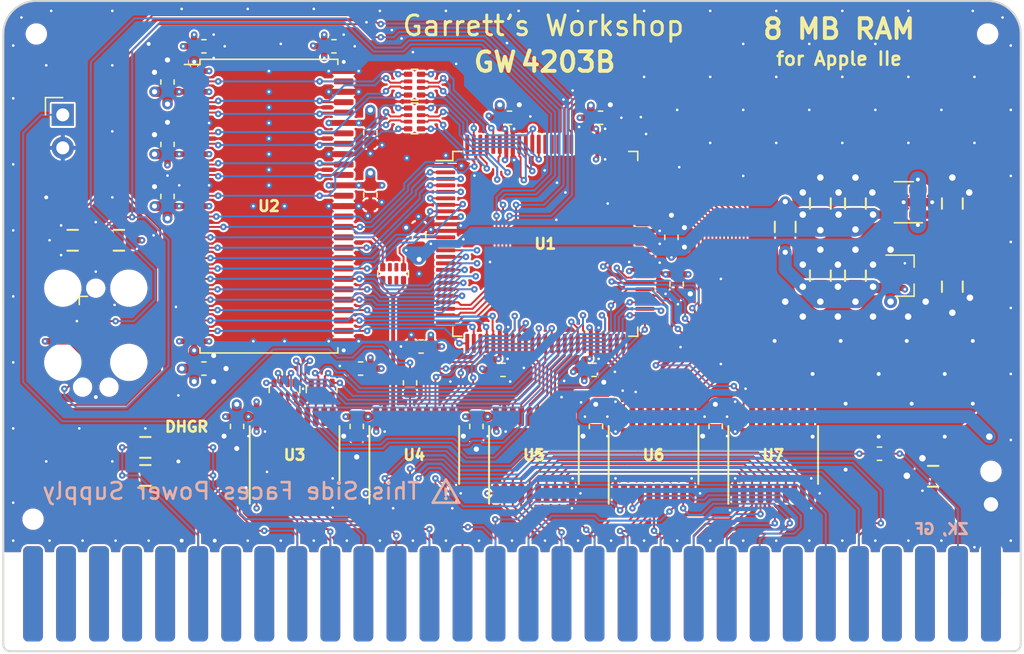
<source format=kicad_pcb>
(kicad_pcb (version 20221018) (generator pcbnew)
  (title_block (title "GW4203B (RAM2E II)") (date "2020-12-25") (rev "1.3") (company "Garrett's Workshop"))
  (layers (0 "F.Cu" signal) (1 "In1.Cu" signal) (2 "In2.Cu" signal) (31 "B.Cu" signal) (34 "B.Paste" user) (35 "F.Paste" user) (36 "B.SilkS" user "B.Silkscreen") (37 "F.SilkS" user "F.Silkscreen") (38 "B.Mask" user) (39 "F.Mask" user) (44 "Edge.Cuts" user))
  (net 0 "")
  (net 1 "+5V")
  (net 2 "GND")
  (net 3 "/Vid7M")
  (net 4 "/~{SYNC}")
  (net 5 "/~{PRAS}")
  (net 6 "/VC")
  (net 7 "/~{C07X}")
  (net 8 "/~{WNDW}")
  (net 9 "/SEGA")
  (net 10 "/ROMEN1")
  (net 11 "/ROMEN2")
  (net 12 "/MD7")
  (net 13 "/MD6")
  (net 14 "/MD5")
  (net 15 "/MD4")
  (net 16 "/PHI0")
  (net 17 "/~{CLRGAT}")
  (net 18 "/~{80VID}")
  (net 19 "/~{PCAS}")
  (net 20 "/~{LDPS}")
  (net 21 "/R~{W}80")
  (net 22 "/PHI1")
  (net 23 "/~{CASEN}")
  (net 24 "/MD3")
  (net 25 "/MD2")
  (net 26 "/MD1")
  (net 27 "/MD0")
  (net 28 "/H0")
  (net 29 "/AN3")
  (net 30 "/~{EN80}")
  (net 31 "/~{ALTVID}")
  (net 32 "/~{SEROUT}")
  (net 33 "/~{ENVID}")
  (net 34 "/R~{W}")
  (net 35 "/Q3")
  (net 36 "/SEGB")
  (net 37 "/~{RA9}")
  (net 38 "/~{RA10}")
  (net 39 "/GR")
  (net 40 "/~{ENTMG}")
  (net 41 "/MA6")
  (net 42 "/MA5")
  (net 43 "/MA4")
  (net 44 "/MA3")
  (net 45 "/MA2")
  (net 46 "/MA1")
  (net 47 "/MA0")
  (net 48 "/MA7")
  (net 49 "/C7M")
  (net 50 "/C14M")
  (net 51 "/C3M58")
  (net 52 "/VD0")
  (net 53 "/VD1")
  (net 54 "/VD2")
  (net 55 "/VD3")
  (net 56 "/VD4")
  (net 57 "/VD5")
  (net 58 "/VD6")
  (net 59 "/VD7")
  (net 60 "+3V3")
  (net 61 "/TDI")
  (net 62 "Net-(J2-Pad8)")
  (net 63 "Net-(J2-Pad7)")
  (net 64 "Net-(J2-Pad6)")
  (net 65 "/TMS")
  (net 66 "/TDO")
  (net 67 "/TCK")
  (net 68 "/RD5")
  (net 69 "/RD4")
  (net 70 "/RD3")
  (net 71 "/RD2")
  (net 72 "/RD7")
  (net 73 "/RD6")
  (net 74 "/RD0")
  (net 75 "/RD1")
  (net 76 "/DQMH")
  (net 77 "/~{WE}")
  (net 78 "/~{CAS}")
  (net 79 "/CKE")
  (net 80 "/~{RAS}")
  (net 81 "/BA0")
  (net 82 "/RA11")
  (net 83 "/~{CS}")
  (net 84 "/BA1")
  (net 85 "/RA9")
  (net 86 "/RA10")
  (net 87 "/RA8")
  (net 88 "/RA0")
  (net 89 "/RA7")
  (net 90 "/RA1")
  (net 91 "/RA6")
  (net 92 "/RA4")
  (net 93 "/RA3")
  (net 94 "/~{EN80}in")
  (net 95 "/RA5")
  (net 96 "/RA2")
  (net 97 "/R~{W}80in")
  (net 98 "/Ain5")
  (net 99 "/PHI1in")
  (net 100 "/Ain6")
  (net 101 "Net-(U1-Pad61)")
  (net 102 "Net-(U1-Pad66)")
  (net 103 "Net-(U1-Pad78)")
  (net 104 "Net-(U1-Pad81)")
  (net 105 "/DQML")
  (net 106 "/~{C07X}in")
  (net 107 "/R~{W}in")
  (net 108 "/Ain0")
  (net 109 "/Ain1")
  (net 110 "/Ain2")
  (net 111 "/Ain3")
  (net 112 "/Ain4")
  (net 113 "/Ain7")
  (net 114 "/Din0")
  (net 115 "/Din1")
  (net 116 "/Din2")
  (net 117 "/Din3")
  (net 118 "/Din4")
  (net 119 "/Din5")
  (net 120 "/Din6")
  (net 121 "/Din7")
  (net 122 "/V~{OE}")
  (net 123 "/Vout7")
  (net 124 "/Vout6")
  (net 125 "/Vout5")
  (net 126 "/Vout4")
  (net 127 "/Vout3")
  (net 128 "/Vout2")
  (net 129 "/Vout1")
  (net 130 "/Vout0")
  (net 131 "/D~{OE}")
  (net 132 "/Dout0")
  (net 133 "/Dout1")
  (net 134 "/Dout2")
  (net 135 "/Dout3")
  (net 136 "/Dout4")
  (net 137 "/Dout5")
  (net 138 "/Dout6")
  (net 139 "/Dout7")
  (net 140 "/RD1r")
  (net 141 "/RD0r")
  (net 142 "/RD2r")
  (net 143 "/RD3r")
  (net 144 "/RD7r")
  (net 145 "/RD6r")
  (net 146 "/RD4r")
  (net 147 "/RD5r")
  (net 148 "/RCLK")
  (net 149 "/ACLK")
  (net 150 "Net-(RN3-Pad1)")
  (net 151 "Net-(U4-Pad17)")
  (net 152 "/~{FRCTXT}")
  (net 153 "Net-(U1-Pad88)")
  (net 154 "Net-(U1-Pad87)")
  (net 155 "Net-(U1-Pad86)")
  (net 156 "Net-(RN3-Pad3)")
  (net 157 "Net-(RN3-Pad2)")
  (net 158 "Net-(RN3-Pad7)")
  (net 159 "Net-(RN3-Pad6)")
  (net 160 "Net-(U1-Pad82)")
  (net 161 "Net-(U1-Pad83)")
  (net 162 "/~{80VID}in")
  (net 163 "+1V8")
  (net 164 "Net-(U9-Pad4)")
  (net 165 "Net-(RN4-Pad4)")
  (net 166 "Net-(RN4-Pad2)")
  (net 167 "Net-(RN4-Pad3)")
  (net 168 "Net-(RN4-Pad1)")
  (net 169 "Net-(RN5-Pad1)")
  (net 170 "Net-(RN5-Pad3)")
  (net 171 "Net-(RN5-Pad2)")
  (net 172 "Net-(RN5-Pad4)")
  (net 173 "/C14MB")
  (net 174 "Net-(R3-Pad2)")
  (net 175 "/C14MR")
  (footprint "stdpads:Fiducial" (layer "F.Cu") (at 203.2 129.54)
    (fp_text reference "FID1")
    (fp_text value "Fiducial" hide)
  )
  (footprint "stdpads:Fiducial" (layer "F.Cu") (at 271.526 92.202)
    (fp_text reference "FID3")
    (fp_text value "Fiducial" hide)
  )
  (footprint "stdpads:TSSOP-20_4.4x6.5mm_P0.65mm" (layer "F.Cu") (at 239.175 124.6)
    (fp_text reference "U5")
    (fp_text value "74LVC245APW")
  )
  (footprint "stdpads:C_0603" (layer "F.Cu") (at 234.75 122.4 -90)
    (fp_text reference "C9")
    (fp_text value "2u2")
  )
  (footprint "stdpads:C_0603" (layer "F.Cu") (at 253.15 122.4 -90)
    (fp_text reference "C11")
    (fp_text value "2u2")
  )
  (footprint "stdpads:TSSOP-20_4.4x6.5mm_P0.65mm" (layer "F.Cu") (at 257.575 124.6)
    (fp_text reference "U7")
    (fp_text value "74AHCT245PW")
  )
  (footprint "stdpads:C_0603" (layer "F.Cu") (at 243.95 122.4 -90)
    (fp_text reference "C10")
    (fp_text value "2u2")
  )
  (footprint "stdpads:TSSOP-20_4.4x6.5mm_P0.65mm" (layer "F.Cu") (at 220.775 124.6)
    (fp_text reference "U3")
    (fp_text value "74LVC245APW")
  )
  (footprint "stdpads:TSSOP-20_4.4x6.5mm_P0.65mm" (layer "F.Cu") (at 248.375 124.6)
    (fp_text reference "U6")
    (fp_text value "74AHCT245PW")
  )
  (footprint "stdpads:AppleIIeAux_Edge" (layer "F.Cu") (at 237.49 135.382)
    (fp_text reference "J1" hide)
    (fp_text value "AppleIIeAux" hide)
  )
  (footprint "stdpads:TSSOP-20_4.4x6.5mm_P0.65mm" (layer "F.Cu") (at 229.975 124.6)
    (fp_text reference "U4")
    (fp_text value "74LVC245APW")
  )
  (footprint "stdpads:C_0603" (layer "F.Cu") (at 225.55 122.4 -90)
    (fp_text reference "C8")
    (fp_text value "2u2")
  )
  (footprint "stdpads:C_0603" (layer "F.Cu") (at 226.6 104.6 -90)
    (fp_text reference "C26")
    (fp_text value "2u2")
  )
  (footprint "stdpads:C_0603" (layer "F.Cu") (at 211 100.7 90)
    (fp_text reference "C22")
    (fp_text value "2u2")
  )
  (footprint "stdpads:C_0603" (layer "F.Cu") (at 211 95.9 90)
    (fp_text reference "C21")
    (fp_text value "2u2")
  )
  (footprint "stdpads:C_0603" (layer "F.Cu") (at 237.3 98.65)
    (fp_text reference "C18")
    (fp_text value "2u2")
  )
  (footprint "stdpads:C_0603" (layer "F.Cu") (at 244.3 98.65)
    (fp_text reference "C17")
    (fp_text value "2u2")
  )
  (footprint "stdpads:C_0603" (layer "F.Cu") (at 243.8 118.05)
    (fp_text reference "C14")
    (fp_text value "2u2")
  )
  (footprint "stdpads:C_0603" (layer "F.Cu") (at 236.8 118.05)
    (fp_text reference "C13")
    (fp_text value "2u2")
  )
  (footprint "stdpads:C_0603" (layer "F.Cu") (at 249.75 107.85 90)
    (fp_text reference "C16")
    (fp_text value "2u2")
  )
  (footprint "stdpads:C_0603" (layer "F.Cu") (at 230.35 107.85 90)
    (fp_text reference "C19")
    (fp_text value "2u2")
  )
  (footprint "stdpads:C_0603" (layer "F.Cu") (at 211 104.7 90)
    (fp_text reference "C23")
    (fp_text value "2u2")
  )
  (footprint "stdpads:C_0603" (layer "F.Cu") (at 226.6 99.8 -90)
    (fp_text reference "C27")
    (fp_text value "2u2")
  )
  (footprint "stdpads:TSOP-II-54_22.2x10.16mm_P0.8mm" (layer "F.Cu") (at 218.8 105.45)
    (fp_text reference "U2")
    (fp_text value "W9812G6KH-6")
  )
  (footprint "stdpads:C_0603" (layer "F.Cu") (at 230.5 116.25 180)
    (fp_text reference "C12")
    (fp_text value "2u2")
  )
  (footprint "stdpads:Fiducial" (layer "F.Cu") (at 203.454 92.202)
    (fp_text reference "FID2")
    (fp_text value "Fiducial" hide)
  )
  (footprint "stdpads:PasteHole_1.1mm_PTH" (layer "F.Cu") (at 274.32 128.397)
    (fp_text reference "H5")
    (fp_text value " " hide)
  )
  (footprint "stdpads:TQFP-100_14x14mm_P0.5mm" (layer "F.Cu") (at 240.05 108.35 -90)
    (fp_text reference "U1")
    (fp_text value "EPM240T100C5N")
  )
  (footprint "stdpads:C_0805" (layer "F.Cu") (at 269.875 126.238 180)
    (fp_text reference "C29")
    (fp_text value "10u")
  )
  (footprint "stdpads:Fiducial" (layer "F.Cu") (at 270.129 129.286)
    (fp_text reference "FID4")
    (fp_text value "Fiducial" hide)
  )
  (footprint "stdpads:C_0805" (layer "F.Cu") (at 271.35 111.65 -90)
    (fp_text reference "C1")
    (fp_text value "10u")
  )
  (footprint "stdpads:C_0603" (layer "F.Cu") (at 250.15 111.45 -90)
    (fp_text reference "C15")
    (fp_text value "2u2")
  )
  (footprint "stdpads:C_0603" (layer "F.Cu") (at 223.8 93.15)
    (fp_text reference "C28")
    (fp_text value "2u2")
  )
  (footprint "stdpads:TC2050" (layer "F.Cu") (at 205.486 115.57 -90)
    (fp_text reference "J2")
    (fp_text value "JTAG")
  )
  (footprint "stdpads:R_0805" (layer "F.Cu") (at 209.296 126.1745)
    (fp_text reference "R7")
    (fp_text value "DNP")
  )
  (footprint "stdpads:R_0805" (layer "F.Cu") (at 203.708 108.077 180)
    (fp_text reference "R9")
    (fp_text value "22k")
  )
  (footprint "stdpads:R_0805" (layer "F.Cu") (at 207.264 108.077 180)
    (fp_text reference "R10")
    (fp_text value "22k")
  )
  (footprint "stdpads:R_0805" (layer "F.Cu") (at 209.296 124.0155)
    (fp_text reference "R6")
    (fp_text value "0")
  )
  (footprint "stdpads:PasteHole_1.152mm_NPTH" (layer "F.Cu") (at 200.66 129.54)
    (fp_text reference "H1")
    (fp_text value " " hide)
  )
  (footprint "stdpads:PasteHole_1.152mm_NPTH" (layer "F.Cu") (at 200.914 92.202)
    (fp_text reference "H2")
    (fp_text value " " hide)
  )
  (footprint "stdpads:PasteHole_1.152mm_NPTH" (layer "F.Cu") (at 274.066 92.202)
    (fp_text reference "H3")
    (fp_text value " " hide)
  )
  (footprint "stdpads:PasteHole_1.152mm_NPTH" (layer "F.Cu") (at 274.32 125.857)
    (fp_text reference "H4")
    (fp_text value " " hide)
  )
  (footprint "stdpads:C_0805" (layer "F.Cu") (at 263.9 110.8 90)
    (fp_text reference "C2")
    (fp_text value "10u")
  )
  (footprint "stdpads:SOT-23" (layer "F.Cu") (at 267.65 110.8 180)
    (fp_text reference "U8")
    (fp_text value "XC6206P332MR")
  )
  (footprint "stdpads:C_0805" (layer "F.Cu") (at 261.2 110.8 90)
    (fp_text reference "C3")
    (fp_text value "10u")
  )
  (footprint "stdpads:R4_0402" (layer "F.Cu") (at 230 96.1 -90)
    (fp_text reference "RN1")
    (fp_text value "4x33")
  )
  (footprint "stdpads:R4_0402" (layer "F.Cu") (at 230 98.7 -90)
    (fp_text reference "RN2")
    (fp_text value "4x33")
  )
  (footprint "stdpads:R4_0402" (layer "F.Cu") (at 228.35 110.65)
    (fp_text reference "RN3")
    (fp_text value "4x33")
  )
  (footprint "stdpads:C_0603" (layer "F.Cu") (at 213.8 93.15)
    (fp_text reference "C20")
    (fp_text value "2u2")
  )
  (footprint "stdpads:C_0603" (layer "F.Cu") (at 216.35 122.4 -90)
    (fp_text reference "C7")
    (fp_text value "2u2")
  )
  (footprint "stdpads:C_0603" (layer "F.Cu") (at 213.8 117.95)
    (fp_text reference "C24")
    (fp_text value "2u2")
  )
  (footprint "stdpads:SOT-23-5" (layer "F.Cu") (at 267.65 105.15)
    (fp_text reference "U9")
    (fp_text value "DNP")
  )
  (footprint "stdpads:C_0805" (layer "F.Cu") (at 263.9 105.25 90)
    (fp_text reference "C4")
    (fp_text value "10u")
  )
  (footprint "stdpads:C_0805" (layer "F.Cu") (at 261.2 105.25 90)
    (fp_text reference "C5")
    (fp_text value "10u")
  )
  (footprint "stdpads:C_0805" (layer "F.Cu") (at 271.35 105.25 90)
    (fp_text reference "C6")
    (fp_text value "10u")
  )
  (footprint "stdpads:R_0805" (layer "F.Cu") (at 258.5 107.05 90)
    (fp_text reference "R1")
    (fp_text value "0")
  )
  (footprint "stdpads:R4_0402" (layer "F.Cu") (at 222.85 119.55)
    (fp_text reference "RN5")
    (fp_text value "4x33")
  )
  (footprint "stdpads:R4_0402" (layer "F.Cu") (at 220 119.55)
    (fp_text reference "RN4")
    (fp_text value "4x33")
  )
  (footprint "stdpads:C_0603" (layer "F.Cu") (at 225.85 117.95 180)
    (fp_text reference "C25")
    (fp_text value "2u2")
  )
  (footprint "stdpads:R_0603" (layer "F.Cu") (at 229.65 119.05 -90)
    (fp_text reference "R3")
    (fp_text value "47")
  )
  (footprint "Connector_PinHeader_2.54mm:PinHeader_1x02_P2.54mm_Vertical" (layer "F.Cu") (at 202.946 98.425)
    (fp_text reference "J3" hide)
    (fp_text value "C14M")
  )
  (footprint "stdpads:R_0603" (layer "F.Cu") (at 265.75 124.5)
    (fp_text reference "R2")
    (fp_text value "47")
  )
  (gr_line (start 233.426 128.27) (end 231.394 128.27) (stroke (width 0.2)) (layer "B.SilkS"))
  (gr_line (start 231.394 128.27) (end 232.41 126.492) (stroke (width 0.2)) (layer "B.SilkS"))
  (gr_line (start 232.41 126.492) (end 233.426 128.27) (stroke (width 0.2)) (layer "B.SilkS"))
  (gr_line (start 276.098 139.7) (end 198.882 139.7) (stroke (width 0.15)) (layer "Edge.Cuts"))
  (gr_arc (start 276.606 139.192) (mid 276.45721 139.55121) (end 276.098 139.7) (stroke (width 0.15)) (layer "Edge.Cuts"))
  (gr_arc (start 198.882 139.7) (mid 198.52279 139.55121) (end 198.374 139.192) (stroke (width 0.15)) (layer "Edge.Cuts"))
  (gr_line (start 198.374 92.202) (end 198.374 139.192) (stroke (width 0.15)) (layer "Edge.Cuts"))
  (gr_arc (start 274.066 89.662) (mid 275.862051 90.405949) (end 276.606 92.202) (stroke (width 0.15)) (layer "Edge.Cuts"))
  (gr_line (start 200.914 89.662) (end 274.066 89.662) (stroke (width 0.15)) (layer "Edge.Cuts"))
  (gr_arc (start 198.374 92.202) (mid 199.117949 90.405949) (end 200.914 89.662) (stroke (width 0.15)) (layer "Edge.Cuts"))
  (gr_line (start 276.606 92.202) (end 276.606 139.192) (stroke (width 0.15)) (layer "Edge.Cuts"))
  (gr_text "ZK, GF" (at 270.51 130.302) (layer "B.SilkS") (effects (font (size 0.8128 0.8128) (thickness 0.2032)) (justify mirror)))
  (gr_text "!" (at 232.41 127.635) (layer "B.SilkS") (effects (font (size 0.762 0.762) (thickness 0.1905)) (justify mirror)))
  (gr_text "This Side Faces Power Supply" (at 215.9 127.381) (layer "B.SilkS") (effects (font (size 1.27 1.27) (thickness 0.2)) (justify mirror)))
  (gr_text "4203B" (at 237.998 94.361) (layer "F.SilkS") (effects (font (size 1.5 1.5) (thickness 0.3)) (justify left)))
  (gr_text "GW" (at 237.998 94.361) (layer "F.SilkS") (effects (font (size 1.5 1.5) (thickness 0.3)) (justify right)))
  (gr_text "for Apple IIe" (at 262.636 94.107) (layer "F.SilkS") (effects (font (size 1.016 1.016) (thickness 0.2032))))
  (gr_text "8 MB RAM" (at 262.636 91.821) (layer "F.SilkS") (effects (font (size 1.524 1.524) (thickness 0.3))))
  (gr_text "DHGR" (at 212.471 122.428) (layer "F.SilkS") (effects (font (size 0.8128 0.8128) (thickness 0.2032))))
  (gr_text "Garrett’s Workshop" (at 239.903 91.567) (layer "F.SilkS") (effects (font (size 1.524 1.524) (thickness 0.225))))
  (segment (start 243.925 121.65) (end 244.825 121.65) (width 0.762) (layer "F.Cu") (net 1))
  (segment (start 245.45 121.65) (end 245.45 122.8) (width 0.45) (layer "F.Cu") (net 1))
  (segment (start 245.45 121.65) (end 245.45 120.5) (width 0.45) (layer "F.Cu") (net 1))
  (segment (start 243.925 121.65) (end 243.925 120.7) (width 0.762) (layer "F.Cu") (net 1))
  (segment (start 245.45 121.65) (end 244.825 121.65) (width 0.45) (layer "F.Cu") (net 1))
  (segment (start 253.125 121.65) (end 254.025 121.65) (width 0.762) (layer "F.Cu") (net 1))
  (segment (start 254.65 121.65) (end 254.025 121.65) (width 0.45) (layer "F.Cu") (net 1))
  (segment (start 253.125 121.65) (end 253.125 120.7) (width 0.762) (layer "F.Cu") (net 1))
  (segment (start 254.65 121.65) (end 254.65 120.5) (width 0.45) (layer "F.Cu") (net 1))
  (segment (start 254.65 121.65) (end 254.65 122.8) (width 0.45) (layer "F.Cu") (net 1))
  (segment (start 270.725 125.261) (end 274.193 121.793) (width 0.8) (layer "F.Cu") (net 1))
  (segment (start 271.35 110.8) (end 271.35 106.1) (width 1) (layer "F.Cu") (net 1))
  (segment (start 270.725 124.475) (end 274.5 120.7) (width 0.8) (layer "F.Cu") (net 1))
  (segment (start 274.5 123.3) (end 272.288 125.512) (width 1) (layer "F.Cu") (net 1))
  (segment (start 270.725 126.238) (end 270.725 127.215) (width 0.8) (layer "F.Cu") (net 1))
  (segment (start 271.35 110.8) (end 273.7 110.8) (width 1) (layer "F.Cu") (net 1))
  (segment (start 274.193 123.19) (end 274.1295 123.2535) (width 1.524) (layer "F.Cu") (net 1))
  (segment (start 273.8 111.6) (end 274.5 111.6) (width 1) (layer "F.Cu") (net 1))
  (segment (start 274.193 123.19) (end 274.193 111.693) (width 1.524) (layer "F.Cu") (net 1))
  (segment (start 274.5 111.6) (end 274.5 123.3) (width 1) (layer "F.Cu") (net 1))
  (segment (start 271.35 110.8) (end 273 110.8) (width 1) (layer "F.Cu") (net 1))
  (segment (start 270.725 125.261) (end 270.725 124.475) (width 0.8) (layer "F.Cu") (net 1))
  (segment (start 270.725 127.215) (end 272.288 128.778) (width 0.8) (layer "F.Cu") (net 1))
  (segment (start 270.725 126.238) (end 270.725 125.261) (width 0.8) (layer "F.Cu") (net 1))
  (segment (start 268.7 106.1) (end 268.7 106.9) (width 0.65) (layer "F.Cu") (net 1))
  (segment (start 272.288 125.095) (end 272.288 126.238) (width 1.524) (layer "F.Cu") (net 1))
  (segment (start 268.7 106.1) (end 271.35 106.1) (width 0.65) (layer "F.Cu") (net 1))
  (segment (start 274.5 120.7) (end 274.5 111.6) (width 0.8) (layer "F.Cu") (net 1))
  (segment (start 272.288 125.512) (end 272.288 129.159) (width 1) (layer "F.Cu") (net 1))
  (segment (start 270.725 126.238) (end 272.288 126.238) (width 1) (layer "F.Cu") (net 1))
  (segment (start 272.288 128.778) (end 272.288 129.159) (width 1) (layer "F.Cu") (net 1))
  (segment (start 273 110.8) (end 273.8 111.6) (width 1) (layer "F.Cu") (net 1))
  (segment (start 268.7 104.2) (end 268.7 103.4) (width 0.65) (layer "F.Cu") (net 1))
  (segment (start 274.193 123.19) (end 272.288 125.095) (width 1.524) (layer "F.Cu") (net 1))
  (segment (start 272.288 129.159) (end 274.32 131.191) (width 1.524) (layer "F.Cu") (net 1))
  (segment (start 253.125 121.65) (end 252.3 121.65) (width 0.508) (layer "F.Cu") (net 1))
  (segment (start 272.288 126.238) (end 272.288 129.159) (width 1.524) (layer "F.Cu") (net 1))
  (segment (start 274.1295 123.2535) (end 272.288 125.095) (width 1.524) (layer "F.Cu") (net 1))
  (segment (start 243.925 121.65) (end 243.1 121.65) (width 0.508) (layer "F.Cu") (net 1))
  (segment (start 273.7 110.8) (end 274.5 111.6) (width 1) (layer "F.Cu") (net 1))
  (segment (start 274.32 131.191) (end 274.32 135.282) (width 1.524) (layer "F.Cu") (net 1))
  (segment (start 268.7 110.8) (end 271.35 110.8) (width 0.8) (layer "F.Cu") (net 1))
  (via (at 245.45 122.8) (size 0.5) (drill 0.2) (layers "F.Cu" "B.Cu") (net 1))
  (via (at 243.925 120.7) (size 0.762) (drill 0.381) (layers "F.Cu" "B.Cu") (net 1))
  (via (at 244.825 121.65) (size 0.5) (drill 0.2) (layers "F.Cu" "B.Cu") (net 1))
  (via (at 245.45 120.5) (size 0.5) (drill 0.2) (layers "F.Cu" "B.Cu") (net 1))
  (via (at 254.65 122.8) (size 0.5) (drill 0.2) (layers "F.Cu" "B.Cu") (net 1))
  (via (at 253.125 120.7) (size 0.762) (drill 0.381) (layers "F.Cu" "B.Cu") (net 1))
  (via (at 254.025 121.65) (size 0.5) (drill 0.2) (layers "F.Cu" "B.Cu") (net 1))
  (via (at 254.65 120.5) (size 0.5) (drill 0.2) (layers "F.Cu" "B.Cu") (net 1))
  (via (at 243.1 121.65) (size 0.5) (drill 0.2) (layers "F.Cu" "B.Cu") (net 1))
  (via (at 268.7 106.9) (size 0.6) (drill 0.3) (layers "F.Cu" "B.Cu") (net 1))
  (via (at 274.193 123.19) (size 1) (drill 0.5) (layers "F.Cu" "B.Cu") (net 1))
  (via (at 268.7 103.4) (size 0.6) (drill 0.3) (layers "F.Cu" "B.Cu") (net 1))
  (via (at 252.3 121.65) (size 0.5) (drill 0.2) (layers "F.Cu" "B.Cu") (net 1))
  (segment (start 254.55 120.6) (end 254.55 122.7) (width 0.5) (layer "B.Cu") (net 1))
  (segment (start 254.65 122.8) (end 255.8 121.65) (width 0.5) (layer "B.Cu") (net 1))
  (segment (start 244.825 121.6) (end 244.825 121.65) (width 0.5) (layer "B.Cu") (net 1))
  (segment (start 243.1 121.65) (end 244.3 121.65) (width 0.5) (layer "B.Cu") (net 1))
  (segment (start 252.3 121.65) (end 244.825 121.65) (width 1) (layer "B.Cu") (net 1))
  (segment (start 253.5 121.65) (end 254.65 122.8) (width 0.5) (layer "B.Cu") (net 1))
  (segment (start 245.35 120.6) (end 245.35 122.7) (width 0.5) (layer "B.Cu") (net 1))
  (segment (start 254.025 121.65) (end 252.3 121.65) (width 1) (layer "B.Cu") (net 1))
  (segment (start 244.825 121.65) (end 244.825 121.125) (width 0.508) (layer "B.Cu") (net 1))
  (segment (start 254.025 121.65) (end 254.025 121.125) (width 0.508) (layer "B.Cu") (net 1))
  (segment (start 245.45 120.5) (end 246.6 121.65) (width 0.5) (layer "B.Cu") (net 1))
  (segment (start 253.125 120.7) (end 252.175 121.65) (width 1) (layer "B.Cu") (net 1))
  (segment (start 272.653 121.65) (end 254.025 121.65) (width 1) (layer "B.Cu") (net 1))
  (segment (start 244.825 121.65) (end 244.825 122.175) (width 0.508) (layer "B.Cu") (net 1))
  (segment (start 252.3 121.65) (end 253.5 121.65) (width 0.5) (layer "B.Cu") (net 1))
  (segment (start 245.45 120.5) (end 245.55 120.6) (width 0.5) (layer "B.Cu") (net 1))
  (segment (start 254.75 120.6) (end 254.75 122.7) (width 0.5) (layer "B.Cu") (net 1))
  (segment (start 244.3 121.65) (end 245.45 120.5) (width 0.5) (layer "B.Cu") (net 1))
  (segment (start 244.825 121.125) (end 245.45 120.5) (width 0.508) (layer "B.Cu") (net 1))
  (segment (start 245.45 122.8) (end 245.45 120.5) (width 0.508) (layer "B.Cu") (net 1))
  (segment (start 254.55 122.7) (end 254.65 122.8) (width 0.5) (layer "B.Cu") (net 1))
  (segment (start 254.65 120.5) (end 254.55 120.6) (width 0.5) (layer "B.Cu") (net 1))
  (segment (start 244.3 121.65) (end 245.45 122.8) (width 0.5) (layer "B.Cu") (net 1))
  (segment (start 244.825 121.65) (end 243.1 121.65) (width 1) (layer "B.Cu") (net 1))
  (segment (start 254.75 122.7) (end 254.65 122.8) (width 0.5) (layer "B.Cu") (net 1))
  (segment (start 254.5 120.7) (end 255.45 121.65) (width 1) (layer "B.Cu") (net 1))
  (segment (start 254.65 120.5) (end 254.75 120.6) (width 0.5) (layer "B.Cu") (net 1))
  (segment (start 245.55 122.7) (end 245.45 122.8) (width 0.5) (layer "B.Cu") (net 1))
  (segment (start 245.45 120.5) (end 245.35 120.6) (width 0.5) (layer "B.Cu") (net 1))
  (segment (start 245.45 122.8) (end 246.6 121.65) (width 0.5) (layer "B.Cu") (net 1))
  (segment (start 254.025 122.175) (end 254.65 122.8) (width 0.508) (layer "B.Cu") (net 1))
  (segment (start 245.55 121.65) (end 245.55 122.7) (width 0.5) (layer "B.Cu") (net 1))
  (segment (start 243.1 121.525) (end 243.925 120.7) (width 1) (layer "B.Cu") (net 1))
  (segment (start 253.125 120.7) (end 254.5 120.7) (width 1) (layer "B.Cu") (net 1))
  (segment (start 245.3 120.7) (end 245.55 120.95) (width 1) (layer "B.Cu") (net 1))
  (segment (start 274.193 123.19) (end 272.653 121.65) (width 1) (layer "B.Cu") (net 1))
  (segment (start 245.55 120.95) (end 245.55 121.65) (width 1) (layer "B.Cu") (net 1))
  (segment (start 243.1 121.65) (end 243.1 121.525) (width 1) (layer "B.Cu") (net 1))
  (segment (start 254.65 120.5) (end 255.8 121.65) (width 0.5) (layer "B.Cu") (net 1))
  (segment (start 245.55 120.6) (end 245.55 121.65) (width 0.5) (layer "B.Cu") (net 1))
  (segment (start 254.025 121.6) (end 254.025 121.65) (width 1) (layer "B.Cu") (net 1))
  (segment (start 246.6 121.65) (end 252.3 121.65) (width 0.5) (layer "B.Cu") (net 1))
  (segment (start 245.35 122.7) (end 245.45 122.8) (width 0.5) (layer "B.Cu") (net 1))
  (segment (start 243.925 120.7) (end 245.3 120.7) (width 1) (layer "B.Cu") (net 1))
  (segment (start 252.175 121.65) (end 244.825 121.65) (width 1) (layer "B.Cu") (net 1))
  (segment (start 254.025 121.125) (end 254.65 120.5) (width 0.508) (layer "B.Cu") (net 1))
  (segment (start 254.65 122.8) (end 254.65 120.5) (width 0.508) (layer "B.Cu") (net 1))
  (segment (start 253.125 120.7) (end 254.025 121.6) (width 1) (layer "B.Cu") (net 1))
  (segment (start 254.025 121.65) (end 254.025 122.175) (width 0.508) (layer "B.Cu") (net 1))
  (segment (start 244.825 122.175) (end 245.45 122.8) (width 0.508) (layer "B.Cu") (net 1))
  (segment (start 243.925 120.7) (end 244.825 121.6) (width 0.5) (layer "B.Cu") (net 1))
  (segment (start 268.7 103.4) (end 268.7 106.9) (width 1.27) (layer "B.Cu") (net 1))
  (segment (start 234.725 123.15) (end 233.75 123.15) (width 0.762) (layer "F.Cu") (net 2))
  (segment (start 234.725 123.15) (end 235.625 123.15) (width 0.508) (layer "F.Cu") (net 2))
  (segment (start 243.925 123.15) (end 242.95 123.15) (width 0.762) (layer "F.Cu") (net 2))
  (segment (start 243.925 123.15) (end 244.825 123.15) (width 0.508) (layer "F.Cu") (net 2))
  (segment (start 253.125 123.15) (end 252.15 123.15) (width 0.762) (layer "F.Cu") (net 2))
  (segment (start 253.125 123.15) (end 254.025 123.15) (width 0.508) (layer "F.Cu") (net 2))
  (segment (start 216.325 123.15) (end 217.225 123.15) (width 0.508) (layer "F.Cu") (net 2))
  (segment (start 216.325 123.15) (end 215.35 123.15) (width 0.762) (layer "F.Cu") (net 2))
  (segment (start 216.325 123.15) (end 216.325 124.1) (width 0.762) (layer "F.Cu") (net 2))
  (segment (start 225.525 123.15) (end 226.425 123.15) (width 0.508) (layer "F.Cu") (net 2))
  (segment (start 225.525 123.15) (end 224.55 123.15) (width 0.762) (layer "F.Cu") (net 2))
  (segment (start 230.35 107.1) (end 230.35 106.3) (width 0.508) (layer "F.Cu") (net 2))
  (segment (start 248.85 107.35) (end 249.1 107.1) (width 0.508) (layer "F.Cu") (net 2))
  (segment (start 249.75 107.1) (end 250.75 107.1) (width 0.762) (layer "F.Cu") (net 2))
  (segment (start 224.55 115.85) (end 223.4 115.85) (width 0.45) (layer "F.Cu") (net 2))
  (segment (start 213.05 99.05) (end 214.2 99.05) (width 0.45) (layer "F.Cu") (net 2))
  (segment (start 249.75 107.1) (end 249.75 106.15) (width 0.762) (layer "F.Cu") (net 2))
  (segment (start 230.35 106.3) (end 230.3 106.25) (width 0.508) (layer "F.Cu") (net 2))
  (segment (start 213.05 103.85) (end 214.2 103.85) (width 0.45) (layer "F.Cu") (net 2))
  (segment (start 249.1 107.1) (end 249.75 107.1) (width 0.508) (layer "F.Cu") (net 2))
  (segment (start 213.05 103.85) (end 211.9 103.85) (width 0.45) (layer "F.Cu") (net 2))
  (segment (start 224.55 115.85) (end 225.7 115.85) (width 0.45) (layer "F.Cu") (net 2))
  (segment (start 211 99.95) (end 211 99) (width 0.762) (layer "F.Cu") (net 2))
  (segment (start 211 103.95) (end 211.8 103.95) (width 0.508) (layer "F.Cu") (net 2))
  (segment (start 226.6 105.35) (end 225.8 105.35) (width 0.508) (layer "F.Cu") (net 2))
  (segment (start 211 103.95) (end 210 103.95) (width 0.762) (layer "F.Cu") (net 2))
  (segment (start 245.05 98.65) (end 245.05 97.65) (width 0.762) (layer "F.Cu") (net 2))
  (segment (start 211.8 103.95) (end 211.9 103.85) (width 0.508) (layer "F.Cu") (net 2))
  (segment (start 238.05 98.65) (end 238.05 97.65) (width 0.762) (layer "F.Cu") (net 2))
  (segment (start 211.05 99.05) (end 211 99) (width 0.508) (layer "F.Cu") (net 2))
  (segment (start 225.8 105.35) (end 225.7 105.45) (width 0.508) (layer "F.Cu") (net 2))
  (segment (start 230.35 107.1) (end 229.35 107.1) (width 0.6) (layer "F.Cu") (net 2))
  (segment (start 211 103.95) (end 211 103.1) (width 0.508) (layer "F.Cu") (net 2))
  (segment (start 213.05 99.05) (end 211.05 99.05) (width 0.508) (layer "F.Cu") (net 2))
  (segment (start 245.25 118.05) (end 245.4 118.2) (width 0.508) (layer "F.Cu") (net 2))
  (segment (start 244.55 118.05) (end 245.25 118.05) (width 0.508) (layer "F.Cu") (net 2))
  (segment (start 224.55 96.65) (end 225.7 96.65) (width 0.45) (layer "F.Cu") (net 2))
  (segment (start 224.55 105.45) (end 225.7 105.45) (width 0.45) (layer "F.Cu") (net 2))
  (segment (start 224.55 96.65) (end 223.4 96.65) (width 0.45) (layer "F.Cu") (net 2))
  (segment (start 224.55 95.05) (end 223.4 95.05) (width 0.45) (layer "F.Cu") (net 2))
  (segment (start 224.55 105.45) (end 223.4 105.45) (width 0.45) (layer "F.Cu") (net 2))
  (segment (start 224.55 95.05) (end 225.7 95.05) (width 0.45) (layer "F.Cu") (net 2))
  (segment (start 224.55 101.45) (end 223.4 101.45) (width 0.45) (layer "F.Cu") (net 2))
  (segment (start 237.15 117.1) (end 237.15 117.2) (width 0.3) (layer "F.Cu") (net 2))
  (segment (start 238.05 98.65) (end 238.05 99.45) (width 0.5) (layer "F.Cu") (net 2))
  (segment (start 238 99.5) (end 237.65 99.5) (width 0.4) (layer "F.Cu") (net 2))
  (segment (start 238.05 99.45) (end 238 99.5) (width 0.4) (layer "F.Cu") (net 2))
  (segment (start 237.05 116.025) (end 237.05 117) (width 0.3) (layer "F.Cu") (net 2))
  (segment (start 237.05 117) (end 237.15 117.1) (width 0.3) (layer "F.Cu") (net 2))
  (segment (start 237.55 100.675) (end 237.55 99.7) (width 0.3) (layer "F.Cu") (net 2))
  (segment (start 237.55 118.05) (end 237.55 117.25) (width 0.5) (layer "F.Cu") (net 2))
  (segment (start 237.65 99.6) (end 237.65 99.5) (width 0.3) (layer "F.Cu") (net 2))
  (segment (start 237.55 99.7) (end 237.65 99.6) (width 0.3) (layer "F.Cu") (net 2))
  (segment (start 237.55 117.15) (end 237.55 117.25) (width 0.3) (layer "F.Cu") (net 2))
  (segment (start 237.15 117.2) (end 237.2 117.15) (width 0.3) (layer "F.Cu") (net 2))
  (segment (start 237.65 99.5) (end 237.7 99.5) (width 0.254) (layer "F.Cu") (net 2))
  (segment (start 237.2 117.15) (end 237.55 117.15) (width 0.3) (layer "F.Cu") (net 2))
  (segment (start 214.55 93.15) (end 214.55 94.05) (width 0.5) (layer "F.Cu") (net 2))
  (segment (start 214.55 93.15) (end 215.4 93.15) (width 0.5) (layer "F.Cu") (net 2))
  (segment (start 214.55 93.15) (end 214.55 92.25) (width 0.5) (layer "F.Cu") (net 2))
  (segment (start 214.55 117.95) (end 214.55 116.95) (width 0.762) (layer "F.Cu") (net 2))
  (segment (start 214.55 117.95) (end 214.55 118.95) (width 0.762) (layer "F.Cu") (net 2))
  (segment (start 266.6 109.85) (end 265.35 109.85) (width 0.8) (layer "F.Cu") (net 2))
  (segment (start 263.9 109.95) (end 262.55 109.95) (width 1) (layer "F.Cu") (net 2))
  (segment (start 269.025 126.238) (end 269.025 124.875) (width 1) (layer "F.Cu") (net 2))
  (segment (start 206.91 113.03) (end 206.93 113.05) (width 0.5) (layer "F.Cu") (net 2))
  (segment (start 238.4 117.9) (end 238.25 118.05) (width 0.508) (layer "F.Cu") (net 2))
  (segment (start 224.55 115.85) (end 224.55 116.55) (width 0.45) (layer "F.Cu") (net 2))
  (segment (start 263.9 104.4) (end 263.9 103.25) (width 1) (layer "F.Cu") (net 2))
  (segment (start 232.9 127.55) (end 232.9 128.7) (width 0.45) (layer "F.Cu") (net 2))
  (segment (start 244.05 117) (end 244.15 117.1) (width 0.3) (layer "F.Cu") (net 2))
  (segment (start 244.55 118.05) (end 244.55 119) (width 0.762) (layer "F.Cu") (net 2))
  (segment (start 206.121 113.03) (end 206.91 113.03) (width 0.5) (layer "F.Cu") (net 2))
  (segment (start 254.65 127.55) (end 254.65 126.4) (width 0.15) (layer "F.Cu") (net 2))
  (segment (start 224.55 95.05) (end 224.55 94.35) (width 0.45) (layer "F.Cu") (net 2))
  (segment (start 244.05 116.025) (end 244.05 117) (width 0.3) (layer "F.Cu") (net 2))
  (segment (start 265.35 109.85) (end 265.25 109.95) (width 0.8) (layer "F.Cu") (net 2))
  (segment (start 254.3 128.85) (end 254.25 128.85) (width 0.45) (layer "F.Cu") (net 2))
  (segment (start 236.9 121.65) (end 236.9 122.7) (width 0.15) (layer "F.Cu") (net 2))
  (segment (start 245.45 127.55) (end 245.45 126.4) (width 0.15) (layer "F.Cu") (net 2))
  (segment (start 254.65 127.55) (end 254.65 128.5) (width 0.45) (layer "F.Cu") (net 2))
  (segment (start 202.758 106.995) (end 202.819 106.934) (width 0.5) (layer "F.Cu") (net 2))
  (segment (start 244.15 117.2) (end 244.2 117.15) (width 0.3) (layer "F.Cu") (net 2))
  (segment (start 248.8 109.85) (end 247.7125 109.85) (width 0.25) (layer "F.Cu") (net 2))
  (segment (start 229.75 116.25) (end 228.95 116.25) (width 0.5) (layer "F.Cu") (net 2))
  (segment (start 242.1 126.45) (end 242.15 126.4) (width 0.45) (layer "F.Cu") (net 2))
  (segment (start 271.35 112.5) (end 271.35 113.65) (width 1) (layer "F.Cu") (net 2))
  (segment (start 228.35 127.55) (end 228.35 128.7) (width 0.15) (layer "F.Cu") (net 2))
  (segment (start 244.65 99.5) (end 244.7 99.5) (width 0.254) (layer "F.Cu") (net 2))
  (segment (start 226.6 100.55) (end 226.6 101.4) (width 0.5) (layer "F.Cu") (net 2))
  (segment (start 261.2 109.95) (end 259.85 109.95) (width 1) (layer "F.Cu") (net 2))
  (segment (start 238.8 98.65) (end 238.9 98.55) (width 0.508) (layer "F.Cu") (net 2))
  (segment (start 271.35 112.5) (end 272.7 112.5) (width 1) (layer "F.Cu") (net 2))
  (segment (start 227.5 100.75) (end 227.3 100.55) (width 0.5) (layer "F.Cu") (net 2))
  (segment (start 261.2 104.4) (end 261.2 103.25) (width 1) (layer "F.Cu") (net 2))
  (segment (start 269.025 127.325) (end 269.05 127.35) (width 0.5) (layer "F.Cu") (net 2))
  (segment (start 202.758 109.159) (end 202.819 109.22) (width 0.5) (layer "F.Cu") (net 2))
  (segment (start 227.7 121.65) (end 227.7 122.8) (width 0.15) (layer "F.Cu") (net 2))
  (segment (start 204.851 114.3) (end 204.03 114.3) (width 0.5) (layer "F.Cu") (net 2))
  (segment (start 232.375 107.35) (end 231.35 107.35) (width 0.3) (layer "F.Cu") (net 2))
  (segment (start 244.05 116.025) (end 244.05 114.9) (width 0.3) (layer "F.Cu") (net 2))
  (segment (start 247.725 107.35) (end 248.85 107.35) (width 0.3) (layer "F.Cu") (net 2))
  (segment (start 211 95.15) (end 210 95.15) (width 0.8) (layer "F.Cu") (net 2))
  (segment (start 254.65 128.5) (end 254.3 128.85) (width 0.45) (layer "F.Cu") (net 2))
  (segment (start 250.15 112.2) (end 251.2 112.2) (width 0.8) (layer "F.Cu") (net 2))
  (segment (start 234.75 123.15) (end 234.75 124.15) (width 0.8) (layer "F.Cu") (net 2))
  (segment (start 260.5 127.55) (end 261.15 127.55) (width 0.45) (layer "F.Cu") (net 2))
  (segment (start 244.05 114.9) (end 244.15 114.8) (width 0.3) (layer "F.Cu") (net 2))
  (segment (start 232.375 102.35) (end 232.375 101.575) (width 0.3) (layer "F.Cu") (net 2))
  (segment (start 266.6 109.85) (end 267.7 109.85) (width 0.5) (layer "F.Cu") (net 2))
  (segment (start 245.05 99.45) (end 245 99.5) (width 0.4) (layer "F.Cu") (net 2))
  (segment (start 226.6 106) (end 226.6 105.35) (width 0.508) (layer "F.Cu") (net 2))
  (segment (start 232.9 127.55) (end 233.55 127.55) (width 0.45) (layer "F.Cu") (net 2))
  (segment (start 269.6 112.5) (end 269.3 112.8) (width 1) (layer "F.Cu") (net 2))
  (segment (start 237.05 114.9) (end 237.2 114.75) (width 0.3) (layer "F.Cu") (net 2))
  (segment (start 246.6 109.85) (end 246.5 109.75) (width 0.3) (layer "F.Cu") (net 2))
  (segment (start 245 99.5) (end 244.65 99.5) (width 0.4) (layer "F.Cu") (net 2))
  (segment (start 261.2 104.4) (end 259.85 104.4) (width 1) (layer "F.Cu") (net 2))
  (segment (start 247.725 109.85) (end 246.6 109.85) (width 0.3) (layer "F.Cu") (net 2))
  (segment (start 237.55 100.675) (end 237.55 101.8) (width 0.3) (layer "F.Cu") (net 2))
  (segment (start 211 99.95) (end 210 99.95) (width 0.8) (layer "F.Cu") (net 2))
  (segment (start 238.25 118.05) (end 237.55 118.05) (width 0.508) (layer "F.Cu") (net 2))
  (segment (start 269.025 124.875) (end 269.05 124.85) (width 1) (layer "F.Cu") (net 2))
  (segment (start 263.9 109.95) (end 263.9 108.8) (width 1) (layer "F.Cu") (net 2))
  (segment (start 218.5 121.65) (end 218.5 122.8) (width 0.15) (layer "F.Cu") (net 2))
  (segment (start 231.35 107.35) (end 231.25 107.25) (width 0.3) (layer "F.Cu") (net 2))
  (segment (start 242.1 127.55) (end 242.1 126.45) (width 0.45) (layer "F.Cu") (net 2))
  (segment (start 231.25 107.25) (end 231.1 107.1) (width 0.508) (layer "F.Cu") (net 2))
  (segment (start 250.15 112.9) (end 250.15 112.2) (width 0.5) (layer "F.Cu") (net 2))
  (segment (start 271.35 104.4) (end 272.65 104.4) (width 1) (layer "F.Cu") (net 2))
  (segment (start 267.888 126.238) (end 267.85 126.2) (width 1) (layer "F.Cu") (net 2))
  (segment (start 225.1 117.95) (end 224.45 117.95) (width 0.5) (layer "F.Cu") (net 2))
  (segment (start 237.55 118.05) (end 237.55 118.75) (width 0.5) (layer "F.Cu") (net 2))
  (segment (start 226.4 106.2) (end 226.6 106) (width 0.508) (layer "F.Cu") (net 2))
  (segment (start 227.275 105.35) (end 227.475 105.15) (width 0.5) (layer "F.Cu") (net 2))
  (segment (start 251.3 127.55) (end 251.3 126.4) (width 0.45) (layer "F.Cu") (net 2))
  (segment (start 238.05 98.65) (end 238.8 98.65) (width 0.508) (layer "F.Cu") (net 2))
  (segment (start 248.85 109.8) (end 248.8 109.85) (width 0.25) (layer "F.Cu") (net 2))
  (segment (start 261.2 104.4) (end 262.6 104.4) (width 1) (layer "F.Cu") (net 2))
  (segment (start 244.55 99.7) (end 244.65 99.6) (width 0.3) (layer "F.Cu") (net 2))
  (segment (start 260.5 127.55) (end 260.5 126.4) (width 0.45) (layer "F.Cu") (net 2))
  (segment (start 268.7 105.15) (end 269.8 105.15) (width 0.65) (layer "F.Cu") (net 2))
  (segment (start 224.55 94.35) (end 224.55 93.15) (width 0.8) (layer "F.Cu") (net 2))
  (segment (start 250.15 112.2) (end 249.3 112.2) (width 0.5) (layer "F.Cu") (net 2))
  (segment (start 263.9 109.95) (end 265.25 109.95) (width 1) (layer "F.Cu") (net 2))
  (segment (start 244.55 101.75) (end 244.65 101.85) (width 0.3) (layer "F.Cu") (net 2))
  (segment (start 244.65 99.6) (end 244.65 99.5) (width 0.3) (layer "F.Cu") (net 2))
  (segment (start 225.55 123.15) (end 225.55 124.75) (width 0.8) (layer "F.Cu") (net 2))
  (segment (start 232.375 102.35) (end 233.6 102.35) (width 0.3) (layer "F.Cu") (net 2))
  (segment (start 244.55 100.675) (end 244.55 101.75) (width 0.3) (layer "F.Cu") (net 2))
  (segment (start 244.15 117.1) (end 244.15 117.2) (width 0.3) (layer "F.Cu") (net 2))
  (segment (start 245.9 98.65) (end 245.05 98.65) (width 0.508) (layer "F.Cu") (net 2))
  (segment (start 227.3 100.55) (end 226.6 100.55) (width 0.5) (layer "F.Cu") (net 2))
  (segment (start 224.45 117.95) (end 224.25 117.75) (width 0.5) (layer "F.Cu") (net 2))
  (segment (start 245.05 98.65) (end 245.05 99.45) (width 0.5) (layer "F.Cu") (net 2))
  (segment (start 226.6 105.35) (end 227.275 105.35) (width 0.5) (layer "F.Cu") (net 2))
  (segment (start 271.35 104.4) (end 271.35 103.25) (width 1) (layer "F.Cu") (net 2))
  (segment (start 202.758 108.077) (end 201.93 108.077) (width 0.5) (layer "F.Cu") (net 2))
  (segment (start 263.9 104.4) (end 262.6 104.4) (width 1) (layer "F.Cu") (net 2))
  (segment (start 263.9 104.4) (end 265.2 104.4) (width 1) (layer "F.Cu") (net 2))
  (segment (start 261.2 109.95) (end 262.55 109.95) (width 1) (layer "F.Cu") (net 2))
  (segment (start 269.025 126.238) (end 269.025 127.325) (width 0.5) (layer "F.Cu") (net 2))
  (segment (start 223.7 127.55) (end 223.7 126.4) (width 0.45) (layer "F.Cu") (net 2))
  (segment (start 225.1 117.95) (end 225.1 117.1) (width 0.6) (layer "F.Cu") (net 2))
  (segment (start 236.9 122.7) (end 237 122.8) (width 0.15) (layer "F.Cu") (net 2))
  (segment (start 233.45 106.85) (end 233.55 106.95) (width 0.3) (layer "F.Cu") (net 2))
  (segment (start 232.375 101.575) (end 232.4 101.55) (width 0.3) (layer "F.Cu") (net 2))
  (segment (start 202.758 108.077) (end 202.758 106.995) (width 0.5) (layer "F.Cu") (net 2))
  (segment (start 250.25 113) (end 250.15 112.9) (width 0.5) (layer "F.Cu") (net 2))
  (segment (start 237.05 116.025) (end 237.05 114.9) (width 0.3) (layer "F.Cu") (net 2))
  (segment (start 244.55 100.675) (end 244.55 99.7) (width 0.3) (layer "F.Cu") (net 2))
  (segment (start 214.55 117.95) (end 215.5 117.95) (width 0.8) (layer "F.Cu") (net 2))
  (segment (start 271.35 104.4) (end 270.5 104.4) (width 1) (layer "F.Cu") (net 2))
  (segment (start 223.7 127.55) (end 223.7 128.65) (width 0.45) (layer "F.Cu") (net 2))
  (segment (start 232.375 106.85) (end 233.45 106.85) (width 0.3) (layer "F.Cu") (net 2))
  (segment (start 244.2 117.15) (end 244.55 117.15) (width 0.3) (layer "F.Cu") (net 2))
  (segment (start 231.1 107.1) (end 230.35 107.1) (width 0.508) (layer "F.Cu") (net 2))
  (segment (start 266.6 109.85) (end 266.6 108.8) (width 0.8) (layer "F.Cu") (net 2))
  (segment (start 242.1 127.55) (end 242.75 127.55) (width 0.45) (layer "F.Cu") (net 2))
  (segment (start 237.55 101.8) (end 237.65 101.9) (width 0.3) (layer "F.Cu") (net 2))
  (segment (start 224.55 93.15) (end 224.55 92.25) (width 0.5) (layer "F.Cu") (net 2))
  (segment (start 229.75 116.25) (end 229.75 115.35) (width 0.5) (layer "F.Cu") (net 2))
  (segment (start 271.35 112.5) (end 269.6 112.5) (width 1) (layer "F.Cu") (net 2))
  (segment (start 211 95.15) (end 211 94.2) (width 0.8) (layer "F.Cu") (net 2))
  (segment (start 242.1 127.55) (end 242.1 128.7) (width 0.45) (layer "F.Cu") (net 2))
  (segment (start 260.5 127.55) (end 260.5 128.7) (width 0.45) (layer "F.Cu") (net 2))
  (segment (start 269.025 126.238) (end 267.888 126.238) (width 1) (layer "F.Cu") (net 2))
  (segment (start 268.7 105.15) (end 267.6 105.15) (width 0.65) (layer "F.Cu") (net 2))
  (segment (start 251.3 127.55) (end 251.95 127.55) (width 0.45) (layer "F.Cu") (net 2))
  (segment (start 224.55 93.15) (end 225.4 93.15) (width 0.5) (layer "F.Cu") (net 2))
  (segment (start 244.55 118.05) (end 244.55 117.25) (width 0.5) (layer "F.Cu") (net 2))
  (segment (start 225.1 117.1) (end 224.55 116.55) (width 0.6) (layer "F.Cu") (net 2))
  (segment (start 244.55 117.15) (end 244.55 117.25) (width 0.3) (layer "F.Cu") (net 2))
  (segment (start 237.55 118.75) (end 237.35 118.95) (width 0.5) (layer "F.Cu") (net 2))
  (segment (start 202.758 108.077) (end 202.758 109.159) (width 0.5) (layer "F.Cu") (net 2))
  (segment (start 261.2 109.95) (end 261.2 108.8) (width 1) (layer "F.Cu") (net 2))
  (via (at 222.25 131.191) (size 0.5) (drill 0.2) (layers "F.Cu" "B.Cu") (net 2))
  (via (at 224.79 131.191) (size 0.5) (drill 0.2) (layers "F.Cu" "B.Cu") (net 2))
  (via (at 227.33 131.191) (size 0.5) (drill 0.2) (layers "F.Cu" "B.Cu") (net 2))
  (via (at 229.87 131.191) (size 0.5) (drill 0.2) (layers "F.Cu" "B.Cu") (net 2))
  (via (at 232.41 131.191) (size 0.5) (drill 0.2) (layers "F.Cu" "B.Cu") (net 2))
  (via (at 234.95 131.191) (size 0.5) (drill 0.2) (layers "F.Cu" "B.Cu") (net 2))
  (via (at 217.17 131.191) (size 0.5) (drill 0.2) (layers "F.Cu" "B.Cu") (net 2))
  (via (at 214.63 131.191) (size 0.6) (drill 0.3) (layers "F.Cu" "B.Cu") (net 2))
  (via (at 212.09 131.191) (size 0.6) (drill 0.3) (layers "F.Cu" "B.Cu") (net 2))
  (via (at 209.55 131.191) (size 0.5) (drill 0.2) (layers "F.Cu" "B.Cu") (net 2))
  (via (at 275.844 131.191) (size 0.5) (drill 0.2) (layers "F.Cu" "B.Cu") (net 2))
  (via (at 270.51 131.191) (size 0.5) (drill 0.2) (layers "F.Cu" "B.Cu") (net 2))
  (via (at 265.43 131.191) (size 0.5) (drill 0.2) (layers "F.Cu" "B.Cu") (net 2))
  (via (at 262.89 131.191) (size 0.5) (drill 0.2) (layers "F.Cu" "B.Cu") (net 2))
  (via (at 260.35 131.191) (size 0.5) (drill 0.2) (layers "F.Cu" "B.Cu") (net 2))
  (via (at 257.81 131.191) (size 0.5) (drill 0.2) (layers "F.Cu" "B.Cu") (net 2))
  (via (at 255.27 131.191) (size 0.5) (drill 0.2) (layers "F.Cu" "B.Cu") (net 2))
  (via (at 252.73 131.191) (size 0.5) (drill 0.2) (layers "F.Cu" "B.Cu") (net 2))
  (via (at 250.19 131.191) (size 0.5) (drill 0.2) (layers "F.Cu" "B.Cu") (net 2))
  (via (at 247.65 131.191) (size 0.5) (drill 0.2) (layers "F.Cu" "B.Cu") (net 2))
  (via (at 245.11 131.191) (size 0.5) (drill 0.2) (layers "F.Cu" "B.Cu") (net 2))
  (via (at 242.57 131.191) (size 0.5) (drill 0.2) (layers "F.Cu" "B.Cu") (net 2))
  (via (at 240.03 131.191) (size 0.5) (drill 0.2) (layers "F.Cu" "B.Cu") (net 2))
  (via (at 237.49 131.191) (size 0.5) (drill 0.2) (layers "F.Cu" "B.Cu") (net 2))
  (via (at 275.844 118.364) (size 0.5) (drill 0.2) (layers "F.Cu" "B.Cu") (net 2))
  (via (at 275.844 98.044) (size 0.5) (drill 0.2) (layers "F.Cu" "B.Cu") (net 2))
  (via (at 275.844 93.091) (size 0.5) (drill 0.2) (layers "F.Cu" "B.Cu") (net 2))
  (via (at 199.136 93.091) (size 0.5) (drill 0.2) (layers "F.Cu" "B.Cu") (net 2))
  (via (at 267.97 90.424) (size 0.5) (drill 0.2) (layers "F.Cu" "B.Cu") (net 2))
  (via (at 262.89 90.424) (size 0.5) (drill 0.2) (layers "F.Cu" "B.Cu") (net 2))
  (via (at 257.81 90.424) (size 0.5) (drill 0.2) (layers "F.Cu" "B.Cu") (net 2))
  (via (at 252.73 90.424) (size 0.5) (drill 0.2) (layers "F.Cu" "B.Cu") (net 2))
  (via (at 242.57 90.424) (size 0.5) (drill 0.2) (layers "F.Cu" "B.Cu") (net 2))
  (via (at 247.65 90.424) (size 0.5) (drill 0.2) (layers "F.Cu" "B.Cu") (net 2))
  (via (at 237.998 90.424) (size 0.5) (drill 0.2) (layers "F.Cu" "B.Cu") (net 2))
  (via (at 227.33 90.424) (size 0.5) (drill 0.2) (layers "F.Cu" "B.Cu") (net 2))
  (via (at 232.41 90.424) (size 0.5) (drill 0.2) (layers "F.Cu" "B.Cu") (net 2))
  (via (at 222.25 90.274) (size 0.5) (drill 0.2) (layers "F.Cu" "B.Cu") (net 2))
  (via (at 212.09 90.274) (size 0.5) (drill 0.2) (layers "F.Cu" "B.Cu") (net 2))
  (via (at 217.17 90.274) (size 0.5) (drill 0.2) (layers "F.Cu" "B.Cu") (net 2))
  (via (at 206.756 90.424) (size 0.5) (drill 0.2) (layers "F.Cu" "B.Cu") (net 2))
  (via (at 202.057 90.424) (size 0.5) (drill 0.2) (layers "F.Cu" "B.Cu") (net 2))
  (via (at 199.771 90.932) (size 0.5) (drill 0.2) (layers "F.Cu" "B.Cu") (net 2))
  (via (at 199.136 128.27) (size 0.5) (drill 0.2) (layers "F.Cu" "B.Cu") (net 2))
  (via (at 199.136 122.555) (size 0.5) (drill 0.2) (layers "F.Cu" "B.Cu") (net 2))
  (via (at 199.136 117.475) (size 0.5) (drill 0.2) (layers "F.Cu" "B.Cu") (net 2))
  (via (at 199.136 112.395) (size 0.5) (drill 0.2) (layers "F.Cu" "B.Cu") (net 2))
  (via (at 199.136 107.315) (size 0.5) (drill 0.2) (layers "F.Cu" "B.Cu") (net 2))
  (via (at 275.209 90.932) (size 0.5) (drill 0.2) (layers "F.Cu" "B.Cu") (net 2))
  (via (at 235.625 123.15) (size 0.5) (drill 0.2) (layers "F.Cu" "B.Cu") (net 2))
  (via (at 233.75 123.15) (size 0.762) (drill 0.381) (layers "F.Cu" "B.Cu") (net 2))
  (via (at 244.825 123.15) (size 0.5) (drill 0.2) (layers "F.Cu" "B.Cu") (net 2))
  (via (at 242.95 123.15) (size 0.762) (drill 0.381) (layers "F.Cu" "B.Cu") (net 2))
  (via (at 254.025 123.15) (size 0.5) (drill 0.2) (layers "F.Cu" "B.Cu") (net 2))
  (via (at 252.15 123.15) (size 0.762) (drill 0.381) (layers "F.Cu" "B.Cu") (net 2))
  (via (at 215.35 123.15) (size 0.762) (drill 0.381) (layers "F.Cu" "B.Cu") (net 2))
  (via (at 216.325 124.1) (size 0.762) (drill 0.381) (layers "F.Cu" "B.Cu") (net 2))
  (via (at 217.225 123.15) (size 0.5) (drill 0.2) (layers "F.Cu" "B.Cu") (net 2))
  (via (at 226.425 123.15) (size 0.5) (drill 0.2) (layers "F.Cu" "B.Cu") (net 2))
  (via (at 224.55 123.15) (size 0.762) (drill 0.381) (layers "F.Cu" "B.Cu") (net 2))
  (via (at 232.75 118.95) (size 0.5) (drill 0.2) (layers "F.Cu" "B.Cu") (net 2))
  (via (at 252.73 95.504) (size 0.5) (drill 0.2) (layers "F.Cu" "B.Cu") (net 2))
  (via (at 245.05 97.65) (size 0.762) (drill 0.381) (layers "F.Cu" "B.Cu") (net 2))
  (via (at 250.75 107.1) (size 0.762) (drill 0.381) (layers "F.Cu" "B.Cu") (net 2))
  (via (at 211.9 103.85) (size 0.5) (drill 0.2) (layers "F.Cu" "B.Cu") (net 2))
  (via (at 223.4 115.85) (size 0.5) (drill 0.2) (layers "F.Cu" "B.Cu") (net 2))
  (via (at 246.5 109.75) (size 0.5) (drill 0.2) (layers "F.Cu" "B.Cu") (net 2))
  (via (at 214.2 99.05) (size 0.5) (drill 0.2) (layers "F.Cu" "B.Cu") (net 2))
  (via (at 249.75 106.15) (size 0.762) (drill 0.381) (layers "F.Cu" "B.Cu") (net 2))
  (via (at 237.2 114.75) (size 0.5) (drill 0.2) (layers "F.Cu" "B.Cu") (net 2))
  (via (at 225.7 115.85) (size 0.5) (drill 0.2) (layers "F.Cu" "B.Cu") (net 2))
  (via (at 214.2 103.85) (size 0.5) (drill 0.2) (layers "F.Cu" "B.Cu") (net 2))
  (via (at 230.3 106.25) (size 0.5) (drill 0.2) (layers "F.Cu" "B.Cu") (net 2))
  (via (at 211 99) (size 0.762) (drill 0.381) (layers "F.Cu" "B.Cu") (net 2))
  (via (at 211 103.1) (size 0.5) (drill 0.2) (layers "F.Cu" "B.Cu") (net 2))
  (via (at 244.65 99.5) (size 0.5) (drill 0.2) (layers "F.Cu" "B.Cu") (net 2))
  (via (at 210 103.95) (size 0.762) (drill 0.381) (layers "F.Cu" "B.Cu") (net 2))
  (via (at 248.85 107.35) (size 0.5) (drill 0.2) (layers "F.Cu" "B.Cu") (net 2))
  (via (at 238.05 97.65) (size 0.762) (drill 0.381) (layers "F.Cu" "B.Cu") (net 2))
  (via (at 244.65 101.85) (size 0.5) (drill 0.2) (layers "F.Cu" "B.Cu") (net 2))
  (via (at 237.65 101.9) (size 0.5) (drill 0.2) (layers "F.Cu" "B.Cu") (net 2))
  (via (at 233.55 106.95) (size 0.5) (drill 0.2) (layers "F.Cu" "B.Cu") (net 2))
  (via (at 226.4 106.2) (size 0.5) (drill 0.2) (layers "F.Cu" "B.Cu") (net 2))
  (via (at 244.15 114.8) (size 0.5) (drill 0.2) (layers "F.Cu" "B.Cu") (net 2))
  (via (at 245.4 118.2) (size 0.5) (drill 0.2) (layers "F.Cu" "B.Cu") (net 2))
  (via (at 223.4 95.05) (size 0.5) (drill 0.2) (layers "F.Cu" "B.Cu") (net 2))
  (via (at 225.7 95.05) (size 0.5) (drill 0.2) (layers "F.Cu" "B.Cu") (net 2))
  (via (at 225.7 105.45) (size 0.5) (drill 0.2) (layers "F.Cu" "B.Cu") (net 2))
  (via (at 223.4 101.45) (size 0.5) (drill 0.2) (layers "F.Cu" "B.Cu") (net 2))
  (via (at 223.4 105.45) (size 0.5) (drill 0.2) (layers "F.Cu" "B.Cu") (net 2))
  (via (at 223.4 96.65) (size 0.5) (drill 0.2) (layers "F.Cu" "B.Cu") (net 2))
  (via (at 225.7 96.65) (size 0.5) (drill 0.2) (layers "F.Cu" "B.Cu") (net 2))
  (via (at 238.4 117.9) (size 0.5) (drill 0.2) (layers "F.Cu" "B.Cu") (net 2))
  (via (at 255.45 119.5) (size 0.5) (drill 0.2) (layers "F.Cu" "B.Cu") (net 2))
  (via (at 253.55 117.6) (size 0.5) (drill 0.2) (layers "F.Cu" "B.Cu") (net 2))
  (via (at 229 92.55) (size 0.5) (drill 0.2) (layers "F.Cu" "B.Cu") (net 2))
  (via (at 241.5 118.9) (size 0.5) (drill 0.2) (layers "F.Cu" "B.Cu") (net 2))
  (via (at 230.25 124.8) (size 0.5) (drill 0.2) (layers "F.Cu" "B.Cu") (net 2))
  (via (at 250.35 102.45) (size 0.5) (drill 0.2) (layers "F.Cu" "B.Cu") (net 2))
  (via (at 247.4 98.6) (size 0.5) (drill 0.2) (layers "F.Cu" "B.Cu") (net 2))
  (via (at 247.8 99.9) (size 0.5) (drill 0.2) (layers "F.Cu" "B.Cu") (net 2))
  (via (at 250.45 116.3) (size 0.5) (drill 0.2) (layers "F.Cu" "B.Cu") (net 2))
  (via (at 211.65 113.2) (size 0.5) (drill 0.2) (layers "F.Cu" "B.Cu") (net 2))
  (via (at 265.684 123.19) (size 0.6) (drill 0.3) (layers "F.Cu" "B.Cu") (net 2))
  (via (at 204.47 131.191) (size 0.5) (drill 0.2) (layers "F.Cu" "B.Cu") (net 2))
  (via (at 199.136 131.191) (size 0.5) (drill 0.2) (layers "F.Cu" "B.Cu") (net 2))
  (via (at 201.93 131.191) (size 0.5) (drill 0.2) (layers "F.Cu" "B.Cu") (net 2))
  (via (at 207.01 131.191) (size 0.5) (drill 0.2) (layers "F.Cu" "B.Cu") (net 2))
  (via (at 267.97 131.191) (size 0.5) (drill 0.2) (layers "F.Cu" "B.Cu") (net 2))
  (via (at 237.15 117.2) (size 0.5) (drill 0.2) (layers "F.Cu" "B.Cu") (net 2))
  (via (at 237.65 99.5) (size 0.5) (drill 0.2) (layers "F.Cu" "B.Cu") (net 2))
  (via (at 229.35 107.1) (size 0.6) (drill 0.3) (layers "F.Cu" "B.Cu") (net 2))
  (via (at 228.25 91.9) (size 0.5) (drill 0.2) (layers "F.Cu" "B.Cu") (net 2))
  (via (at 244.85 105.25) (size 0.5) (drill 0.2) (layers "F.Cu" "B.Cu") (net 2))
  (via (at 234.6 103.1) (size 0.5) (drill 0.2) (layers "F.Cu" "B.Cu") (net 2))
  (via (at 275.844 123.444) (size 0.5) (drill 0.2) (layers "F.Cu" "B.Cu") (net 2))
  (via (at 265.43 92.964) (size 0.5) (drill 0.2) (layers "F.Cu" "B.Cu") (net 2))
  (via (at 260.35 92.964) (size 0.5) (drill 0.2) (layers "F.Cu" "B.Cu") (net 2))
  (via (at 255.27 92.964) (size 0.5) (drill 0.2) (layers "F.Cu" "B.Cu") (net 2))
  (via (at 267.97 95.504) (size 0.5) (drill 0.2) (layers "F.Cu" "B.Cu") (net 2))
  (via (at 262.89 95.504) (size 0.5) (drill 0.2) (layers "F.Cu" "B.Cu") (net 2))
  (via (at 257.81 95.504) (size 0.5) (drill 0.2) (layers "F.Cu" "B.Cu") (net 2))
  (via (at 229.87 93.599) (size 0.5) (drill 0.2) (layers "F.Cu" "B.Cu") (net 2))
  (via (at 201.676 125.095) (size 0.5) (drill 0.2) (layers "F.Cu" "B.Cu") (net 2))
  (via (at 204.216 122.555) (size 0.5) (drill 0.2) (layers "F.Cu" "B.Cu") (net 2))
  (via (at 205.486 120.142) (size 0.6) (drill 0.3) (layers "F.Cu" "B.Cu") (net 2))
  (via (at 205.486 110.49) (size 0.5) (drill 0.2) (layers "F.Cu" "B.Cu") (net 2))
  (via (at 209.296 122.555) (size 0.5) (drill 0.2) (layers "F.Cu" "B.Cu") (net 2))
  (via (at 206.756 125.095) (size 0.5) (drill 0.2) (layers "F.Cu" "B.Cu") (net 2))
  (via (at 273.05 95.504) (size 0.5) (drill 0.2) (layers "F.Cu" "B.Cu") (net 2))
  (via (at 211.836 125.095) (size 0.6) (drill 0.3) (layers "F.Cu" "B.Cu") (net 2))
  (via (at 211.836 120.015) (size 0.5) (drill 0.2) (layers "F.Cu" "B.Cu") (net 2))
  (via (at 270.764 123.19) (size 0.6) (drill 0.3) (layers "F.Cu" "B.Cu") (net 2))
  (via (at 272.923 90.424) (size 0.5) (drill 0.2) (layers "F.Cu" "B.Cu") (net 2))
  (via (at 218.65 125.9) (size 0.5) (drill 0.2) (layers "F.Cu" "B.Cu") (net 2))
  (via (at 247.65 95.504) (size 0.5) (drill 0.2) (layers "F.Cu" "B.Cu") (net 2))
  (via (at 238.9 98.55) (size 0.5) (drill 0.2) (layers "F.Cu" "B.Cu") (net 2))
  (via (at 242.65 99.35) (size 0.5) (drill 0.2) (layers "F.Cu" "B.Cu") (net 2))
  (via (at 247 119.75) (size 0.5) (drill 0.2) (layers "F.Cu" "B.Cu") (net 2))
  (via (at 233.6 102.35) (size 0.5) (drill 0.2) (layers "F.Cu" "B.Cu") (net 2))
  (via (at 217.05 127.1) (size 0.5) (drill 0.2) (layers "F.Cu" "B.Cu") (net 2))
  (via (at 253.55 111.05) (size 0.5) (drill 0.2) (layers "F.Cu" "B.Cu") (net 2))
  (via (at 220 105.45) (size 0.5) (drill 0.2) (layers "F.Cu" "B.Cu") (net 2))
  (via (at 217.6 105.45) (size 0.5) (drill 0.2) (layers "F.Cu" "B.Cu") (net 2))
  (via (at 218.8 103.85) (size 0.5) (drill 0.2) (layers "F.Cu" "B.Cu") (net 2))
  (via (at 218.8 101.45) (size 0.5) (drill 0.2) (layers "F.Cu" "B.Cu") (net 2))
  (via (at 218.8 99.05) (size 0.5) (drill 0.2) (layers "F.Cu" "B.Cu") (net 2))
  (via (at 218.8 96.65) (size 0.5) (drill 0.2) (layers "F.Cu" "B.Cu") (net 2))
  (via (at 218.8 95.05) (size 0.5) (drill 0.2) (layers "F.Cu" "B.Cu") (net 2))
  (via (at 218.8 102.65) (size 0.5) (drill 0.2) (layers "F.Cu" "B.Cu") (net 2))
  (via (at 218.8 97.85) (size 0.5) (drill 0.2) (layers "F.Cu" "B.Cu") (net 2))
  (via (at 218.8 100.25) (size 0.5) (drill 0.2) (layers "F.Cu" "B.Cu") (net 2))
  (via (at 220 115.85) (size 0.5) (drill 0.2) (layers "F.Cu" "B.Cu") (net 2))
  (via (at 217.6 115.85) (size 0.5) (drill 0.2) (layers "F.Cu" "B.Cu") (net 2))
  (via (at 246 119.65) (size 0.5) (drill 0.2) (layers "F.Cu" "B.Cu") (net 2))
  (via (at 242.8 120.55) (size 0.5) (drill 0.2) (layers "F.Cu" "B.Cu") (net 2))
  (via (at 237.1 92.9) (size 0.5) (drill 0.2) (layers "F.Cu" "B.Cu") (net 2))
  (via (at 233.2 94.5) (size 0.5) (drill 0.2) (layers "F.Cu" "B.Cu") (net 2))
  (via (at 209.931 107.696) (size 0.5) (drill 0.2) (layers "F.Cu" "B.Cu") (net 2))
  (via (at 205.486 106.68) (size 0.5) (drill 0.2) (layers "F.Cu" "B.Cu") (net 2))
  (via (at 199.136 102.235) (size 0.5) (drill 0.2) (layers "F.Cu" "B.Cu") (net 2))
  (via (at 199.136 97.155) (size 0.5) (drill 0.2) (layers "F.Cu" "B.Cu") (net 2))
  (via (at 201.676 94.615) (size 0.5) (drill 0.2) (layers "F.Cu" "B.Cu") (net 2))
  (via (at 201.676 104.775) (size 0.6) (drill 0.3) (layers "F.Cu" "B.Cu") (net 2))
  (via (at 206.756 99.695) (size 0.5) (drill 0.2) (layers "F.Cu" "B.Cu") (net 2))
  (via (at 206.756 94.615) (size 0.5) (drill 0.2) (layers "F.Cu" "B.Cu") (net 2))
  (via (at 209.55 92.964) (size 0.6) (drill 0.3) (layers "F.Cu" "B.Cu") (net 2))
  (via (at 206.756 104.775) (size 0.5) (drill 0.2) (layers "F.Cu" "B.Cu") (net 2))
  (via (at 219.71 92.964) (size 0.5) (drill 0.2) (layers "F.Cu" "B.Cu") (net 2))
  (via (at 269.3 112.8) (size 1) (drill 0.5) (layers "F.Cu" "B.Cu") (net 2))
  (via (at 270.51 98.044) (size 0.5) (drill 0.2) (layers "F.Cu" "B.Cu") (net 2))
  (via (at 265.43 98.044) (size 0.5) (drill 0.2) (layers "F.Cu" "B.Cu") (net 2))
  (via (at 260.35 98.044) (size 0.5) (drill 0.2) (layers "F.Cu" "B.Cu") (net 2))
  (via (at 255.27 98.044) (size 0.5) (drill 0.2) (layers "F.Cu" "B.Cu") (net 2))
  (via (at 250.19 98.044) (size 0.5) (drill 0.2) (layers "F.Cu" "B.Cu") (net 2))
  (via (at 267.97 100.584) (size 0.5) (drill 0.2) (layers "F.Cu" "B.Cu") (net 2))
  (via (at 262.89 100.584) (size 0.5) (drill 0.2) (layers "F.Cu" "B.Cu") (net 2))
  (via (at 257.81 100.584) (size 0.5) (drill 0.2) (layers "F.Cu" "B.Cu") (net 2))
  (via (at 273.05 100.584) (size 0.5) (drill 0.2) (layers "F.Cu" "B.Cu") (net 2))
  (via (at 252.73 100.584) (size 0.5) (drill 0.2) (layers "F.Cu" "B.Cu") (net 2))
  (via (at 255.27 103.124) (size 0.5) (drill 0.2) (layers "F.Cu" "B.Cu") (net 2))
  (via (at 275.844 113.284) (size 0.5) (drill 0.2) (layers "F.Cu" "B.Cu") (net 2))
  (via (at 275.844 103.124) (size 0.5) (drill 0.2) (layers "F.Cu" "B.Cu") (net 2))
  (via (at 267.95 113.95) (size 1) (drill 0.5) (layers "F.Cu" "B.Cu") (net 2))
  (via (at 265.25 113.95) (size 1) (drill 0.5) (layers "F.Cu" "B.Cu") (net 2))
  (via (at 262.55 113.95) (size 1) (drill 0.5) (layers "F.Cu" "B.Cu") (net 2))
  (via (at 259.85 113.95) (size 1) (drill 0.5) (layers "F.Cu" "B.Cu") (net 2))
  (via (at 275.844 108.204) (size 0.5) (drill 0.2) (layers "F.Cu" "B.Cu") (net 2))
  (via (at 272.923 115.824) (size 0.6) (drill 0.3) (layers "F.Cu" "B.Cu") (net 2))
  (via (at 272.923 120.65) (size 0.6) (drill 0.3) (layers "F.Cu" "B.Cu") (net 2))
  (via (at 268.224 120.65) (size 0.6) (drill 0.3) (layers "F.Cu" "B.Cu") (net 2))
  (via (at 263.144 120.65) (size 0.6) (drill 0.3) (layers "F.Cu" "B.Cu") (net 2))
  (via (at 260.604 123.19) (size 0.6) (drill 0.3) (layers "F.Cu" "B.Cu") (net 2))
  (via (at 263.144 125.73) (size 0.6) (drill 0.3) (layers "F.Cu" "B.Cu") (net 2))
  (via (at 273.05 131.699) (size 0.5) (drill 0.2) (layers "F.Cu" "B.Cu") (net 2))
  (via (at 258.5 112.8) (size 1) (drill 0.5) (layers "F.Cu" "B.Cu") (net 2))
  (via (at 270.764 118.364) (size 0.6) (drill 0.3) (layers "F.Cu" "B.Cu") (net 2))
  (via (at 214.55 94.05) (size 0.5) (drill 0.2) (layers "F.Cu" "B.Cu") (net 2))
  (via (at 215.4 93.15) (size 0.5) (drill 0.2) (layers "F.Cu" "B.Cu") (net 2))
  (via (at 214.55 92.25) (size 0.5) (drill 0.2) (layers "F.Cu" "B.Cu") (net 2))
  (via (at 230.35 110.65) (size 0.5) (drill 0.2) (layers "F.Cu" "B.Cu") (net 2))
  (via (at 267.843 115.824) (size 0.6) (drill 0.3) (layers "F.Cu" "B.Cu") (net 2))
  (via (at 265.684 118.364) (size 0.6) (drill 0.3) (layers "F.Cu" "B.Cu") (net 2))
  (via (at 262.763 115.824) (size 0.6) (drill 0.3) (layers "F.Cu" "B.Cu") (net 2))
  (via (at 257.683 115.824) (size 0.6) (drill 0.3) (layers "F.Cu" "B.Cu") (net 2))
  (via (at 260.604 118.364) (size 0.6) (drill 0.3) (layers "F.Cu" "B.Cu") (net 2))
  (via (at 229.4 101.75) (size 0.5) (drill 0.2) (layers "F.Cu" "B.Cu") (net 2))
  (via (at 214.55 116.95) (size 0.762) (drill 0.381) (layers "F.Cu" "B.Cu") (net 2))
  (via (at 214.55 118.95) (size 0.762) (drill 0.381) (layers "F.Cu" "B.Cu") (net 2))
  (via (at 241.3 120.15) (size 0.5) (drill 0.2) (layers "F.Cu" "B.Cu") (net 2))
  (via (at 235.8 109.75) (size 0.5) (drill 0.2) (layers "F.Cu" "B.Cu") (net 2))
  (via (at 240.95 103.65) (size 0.5) (drill 0.2) (layers "F.Cu" "B.Cu") (net 2))
  (via (at 241.6 104.4) (size 0.5) (drill 0.2) (layers "F.Cu" "B.Cu") (net 2))
  (via (at 240 102.7) (size 0.5) (drill 0.2) (layers "F.Cu" "B.Cu") (net 2))
  (via (at 240.9 106.5) (size 0.5) (drill 0.2) (layers "F.Cu" "B.Cu") (net 2))
  (via (at 241.45 97.25) (size 0.5) (drill 0.2) (layers "F.Cu" "B.Cu") (net 2))
  (via (at 242.15 96.55) (size 0.5) (drill 0.2) (layers "F.Cu" "B.Cu") (net 2))
  (via (at 221.425 119.5) (size 0.5) (drill 0.2) (layers "F.Cu" "B.Cu") (net 2))
  (via (at 226.3 91.3) (size 0.5) (drill 0.2) (layers "F.Cu" "B.Cu") (net 2))
  (via (at 250.25 113) (size 0.5) (drill 0.2) (layers "F.Cu" "B.Cu") (net 2))
  (via (at 251.3 126.4) (size 0.5) (drill 0.2) (layers "F.Cu" "B.Cu") (net 2))
  (via (at 254.25 128.85) (size 0.5) (drill 0.2) (layers "F.Cu" "B.Cu") (net 2))
  (via (at 237.35 118.95) (size 0.5) (drill 0.2) (layers "F.Cu" "B.Cu") (net 2))
  (via (at 266.6 108.8) (size 1) (drill 0.5) (layers "F.Cu" "B.Cu") (net 2))
  (via (at 269.8 105.15) (size 0.6) (drill 0.3) (layers "F.Cu" "B.Cu") (net 2))
  (via (at 267.7 109.85) (size 0.5) (drill 0.2) (layers "F.Cu" "B.Cu") (net 2))
  (via (at 271.35 103.25) (size 1) (drill 0.5) (layers "F.Cu" "B.Cu") (net 2))
  (via (at 218.5 122.8) (size 0.5) (drill 0.2) (layers "F.Cu" "B.Cu") (net 2))
  (via (at 242.75 127.55) (size 0.5) (drill 0.2) (layers "F.Cu" "B.Cu") (net 2))
  (via (at 263.9 103.25) (size 1) (drill 0.5) (layers "F.Cu" "B.Cu") (net 2))
  (via (at 224.55 116.55) (size 0.6) (drill 0.3) (layers "F.Cu" "B.Cu") (net 2))
  (via (at 272.7 112.5) (size 1) (drill 0.5) (layers "F.Cu" "B.Cu") (net 2))
  (via (at 269.05 124.85) (size 1) (drill 0.5) (layers "F.Cu" "B.Cu") (net 2))
  (via (at 251.95 127.55) (size 0.5) (drill 0.2) (layers "F.Cu" "B.Cu") (net 2))
  (via (at 244.15 117.2) (size 0.5) (drill 0.2) (layers "F.Cu" "B.Cu") (net 2))
  (via (at 242.15 126.4) (size 0.5) (drill 0.2) (layers "F.Cu" "B.Cu") (net 2))
  (via (at 242.1 128.7) (size 0.5) (drill 0.2) (layers "F.Cu" "B.Cu") (net 2))
  (via (at 269.05 127.35) (size 0.5) (drill 0.2) (layers "F.Cu" "B.Cu") (net 2))
  (via (at 227.7 122.8) (size 0.5) (drill 0.2) (layers "F.Cu" "B.Cu") (net 2))
  (via (at 248.85 109.8) (size 0.5) (drill 0.2) (layers "F.Cu" "B.Cu") (net 2))
  (via (at 267.6 105.15) (size 0.6) (drill 0.3) (layers "F.Cu" "B.Cu") (net 2))
  (via (at 233.55 127.55) (size 0.5) (drill 0.2) (layers "F.Cu" "B.Cu") (net 2))
  (via (at 234.75 124.15) (size 0.8) (drill 0.4) (layers "F.Cu" "B.Cu") (net 2))
  (via (at 229.75 115.35) (size 0.5) (drill 0.2) (layers "F.Cu" "B.Cu") (net 2))
  (via (at 261.2 103.25) (size 1) (drill 0.5) (layers "F.Cu" "B.Cu") (net 2))
  (via (at 228.95 116.25) (size 0.5) (drill 0.2) (layers "F.Cu" "B.Cu") (net 2))
  (via (at 232.4 101.55) (size 0.5) (drill 0.2) (layers "F.Cu" "B.Cu") (net 2))
  (via (at 261.15 127.55) (size 0.5) (drill 0.2) (layers "F.Cu" "B.Cu") (net 2))
  (via (at 265.25 109.95) (size 1) (drill 0.5) (layers "F.Cu" "B.Cu") (net 2))
  (via (at 245.45 126.4) (size 0.5) (drill 0.2) (layers "F.Cu" "B.Cu") (net 2))
  (via (at 202.819 109.22) (size 0.5) (drill 0.2) (layers "F.Cu" "B.Cu") (net 2))
  (via (at 206.93 113.05) (size 0.5) (drill 0.2) (layers "F.Cu" "B.Cu") (net 2))
  (via (at 223.7 126.4) (size 0.5) (drill 0.2) (layers "F.Cu" "B.Cu") (net 2))
  (via (at 267.85 126.2) (size 1) (drill 0.5) (layers "F.Cu" "B.Cu") (net 2))
  (via (at 232.9 128.7) (size 0.5) (drill 0.2) (layers "F.Cu" "B.Cu") (net 2))
  (via (at 260.5 126.4) (size 0.5) (drill 0.2) (layers "F.Cu" "B.Cu") (net 2))
  (via (at 251.2 112.2) (size 0.8) (drill 0.4) (layers "F.Cu" "B.Cu") (net 2))
  (via (at 215.5 117.95) (size 0.8) (drill 0.4) (layers "F.Cu" "B.Cu") (net 2))
  (via (at 259.85 109.95) (size 1) (drill 0.5) (layers "F.Cu" "B.Cu") (net 2))
  (via (at 224.25 117.75) (size 0.5) (drill 0.2) (layers "F.Cu" "B.Cu") (net 2))
  (via (at 272.65 104.4) (size 1) (drill 0.5) (layers "F.Cu" "B.Cu") (net 2))
  (via (at 244.55 119) (size 0.762) (drill 0.381) (layers "F.Cu" "B.Cu") (net 2))
  (via (at 226.6 101.4) (size 0.5) (drill 0.2) (layers "F.Cu" "B.Cu") (net 2))
  (via (at 261.2 108.8) (size 1) (drill 0.5) (layers "F.Cu" "B.Cu") (net 2))
  (via (at 254.65 126.4) (size 0.5) (drill 0.2) (layers "F.Cu" "B.Cu") (net 2))
  (via (at 219.71 131.191) (size 0.5) (drill 0.2) (layers "F.Cu" "B.Cu") (net 2))
  (via (at 204.03 114.3) (size 0.5) (drill 0.2) (layers "F.Cu" "B.Cu") (net 2))
  (via (at 202.819 106.934) (size 0.5) (drill 0.2) (layers "F.Cu" "B.Cu") (net 2))
  (via (at 223.7 128.65) (size 0.5) (drill 0.2) (layers "F.Cu" "B.Cu") (net 2))
  (via (at 262.6 104.4) (size 1) (drill 0.5) (layers "F.Cu" "B.Cu") (net 2))
  (via (at 228.35 128.7) (size 0.5) (drill 0.2) (layers "F.Cu" "B.Cu") (net 2))
  (via (at 225.4 93.15) (size 0.5) (drill 0.2) (layers "F.Cu" "B.Cu") (net 2))
  (via (at 259.85 104.4) (size 1) (drill 0.5) (layers "F.Cu" "B.Cu") (net 2))
  (via (at 201.93 108.077) (size 0.5) (drill 0.2) (layers "F.Cu" "B.Cu") (net 2))
  (via (at 225.55 124.75) (size 0.8) (drill 0.4) (layers "F.Cu" "B.Cu") (net 2))
  (via (at 245.9 98.65) (size 0.5) (drill 0.2) (layers "F.Cu" "B.Cu") (net 2))
  (via (at 227.5 100.75) (size 0.5) (drill 0.2) (layers "F.Cu" "B.Cu") (net 2))
  (via (at 210 99.95) (size 0.8) (drill 0.4) (layers "F.Cu" "B.Cu") (net 2))
  (via (at 227.475 105.15) (size 0.5) (drill 0.2) (layers "F.Cu" "B.Cu") (net 2))
  (via (at 260.5 128.7) (size 0.5) (drill 0.2) (layers "F.Cu" "B.Cu") (net 2))
  (via (at 262.55 109.95) (size 1) (drill 0.5) (layers "F.Cu" "B.Cu") (net 2))
  (via (at 237 122.8) (size 0.5) (drill 0.2) (layers "F.Cu" "B.Cu") (net 2))
  (via (at 249.3 112.2) (size 0.5) (drill 0.2) (layers "F.Cu" "B.Cu") (net 2))
  (via (at 210 95.15) (size 0.8) (drill 0.4) (layers "F.Cu" "B.Cu") (net 2))
  (via (at 265.2 104.4) (size 1) (drill 0.5) (layers "F.Cu" "B.Cu") (net 2))
  (via (at 211 94.2) (size 0.8) (drill 0.4) (layers "F.Cu" "B.Cu") (net 2))
  (via (at 263.9 108.8) (size 1) (drill 0.5) (layers "F.Cu" "B.Cu") (net 2))
  (via (at 271.35 113.65) (size 1) (drill 0.5) (layers "F.Cu" "B.Cu") (net 2))
  (via (at 224.55 92.25) (size 0.5) (drill 0.2) (layers "F.Cu" "B.Cu") (net 2))
  (via (at 231.25 107.25) (size 0.5) (drill 0.2) (layers "F.Cu" "B.Cu") (net 2))
  (via (at 224.55 94.35) (size 0.6) (drill 0.3) (layers "F.Cu" "B.Cu") (net 2))
  (segment (start 237.85 102.1) (end 237.85 103.1) (width 0.5) (layer "B.Cu") (net 2))
  (segment (start 237.749999 103.200001) (end 237.749999 103.749999) (width 0.5) (layer "B.Cu") (net 2))
  (segment (start 237.65 101.9) (end 237.85 102.1) (width 0.5) (layer "B.Cu") (net 2))
  (segment (start 237.85 103.1) (end 237.6 103.5) (width 0.5) (layer "B.Cu") (net 2))
  (segment (start 237.6 103.5) (end 237 103.5) (width 0.5) (layer "B.Cu") (net 2))
  (segment (start 237.85 103.1) (end 237.749999 103.200001) (width 0.5) (layer "B.Cu") (net 2))
  (segment (start 274.32 135.282) (end 274.32 128.397) (width 1.524) (layer "B.Cu") (net 2))
  (segment (start 237.85 103.1) (end 237.45 103.5) (width 0.5) (layer "B.Cu") (net 2))
  (segment (start 216.865 125.4) (end 213.36 128.905) (width 0.15) (layer "F.Cu") (net 7))
  (segment (start 219.15 125.7) (end 218.85 125.4) (width 0.15) (layer "F.Cu") (net 7))
  (segment (start 213.36 130.81) (end 213.36 135.382) (width 0.1524) (layer "F.Cu") (net 7))
  (segment (start 213.36 128.905) (end 213.36 130.81) (width 0.15) (layer "F.Cu") (net 7))
  (segment (start 218.85 125.4) (end 216.865 125.4) (width 0.15) (layer "F.Cu") (net 7))
  (segment (start 219.15 127.55) (end 219.15 125.7) (width 0.15) (layer "F.Cu") (net 7))
  (segment (start 257.1 123.8) (end 239.65 123.8) (width 0.15) (layer "F.Cu") (net 12))
  (segment (start 236.9 126.55) (end 236.9 127.55) (width 0.15) (layer "F.Cu") (net 12))
  (segment (start 236.9 128.5) (end 236.9 127.55) (width 0.15) (layer "F.Cu") (net 12))
  (segment (start 238.76 135.282) (end 238.76 130.36) (width 0.15) (layer "F.Cu") (net 12))
  (segment (start 238.76 130.36) (end 236.9 128.5) (width 0.15) (layer "F.Cu") (net 12))
  (segment (start 239.65 123.8) (end 236.9 126.55) (width 0.15) (layer "F.Cu") (net 12))
  (segment (start 259.85 127.55) (end 259.85 126.55) (width 0.15) (layer "F.Cu") (net 12))
  (segment (start 259.85 126.55) (end 257.1 123.8) (width 0.15) (layer "F.Cu") (net 12))
  (segment (start 259.2 126.55) (end 259.2 127.55) (width 0.15) (layer "F.Cu") (net 13))
  (segment (start 256.75 124.1) (end 259.2 126.55) (width 0.15) (layer "F.Cu") (net 13))
  (segment (start 240 124.1) (end 237.55 126.55) (width 0.15) (layer "F.Cu") (net 13))
  (segment (start 237.55 126.55) (end 237.55 127.55) (width 0.15) (layer "F.Cu") (net 13))
  (segment (start 239.55 130.5) (end 237.55 128.5) (width 0.15) (layer "F.Cu") (net 13))
  (segment (start 241.3 135.282) (end 241.3 131.25) (width 0.15) (layer "F.Cu") (net 13))
  (segment (start 256.75 124.1) (end 247.55 124.1) (width 0.15) (layer "F.Cu") (net 13))
  (segment (start 237.55 128.5) (end 237.55 127.55) (width 0.15) (layer "F.Cu") (net 13))
  (segment (start 241.3 131.25) (end 240.55 130.5) (width 0.15) (layer "F.Cu") (net 13))
  (segment (start 240.55 130.5) (end 239.55 130.5) (width 0.15) (layer "F.Cu") (net 13))
  (segment (start 240 124.1) (end 247.55 124.1) (width 0.15) (layer "F.Cu") (net 13))
  (segment (start 241.45 126.4) (end 241.95 125.9) (width 0.15) (layer "F.Cu") (net 14))
  (segment (start 241.45 127.55) (end 241.45 126.4) (width 0.15) (layer "F.Cu") (net 14))
  (segment (start 250.5075 129.55) (end 254.25 129.55) (width 0.15) (layer "F.Cu") (net 14))
  (segment (start 255.3 128.5) (end 255.3 127.55) (width 0.15) (layer "F.Cu") (net 14))
  (segment (start 248.92 131.1375) (end 250.5075 129.55) (width 0.15) (layer "F.Cu") (net 14))
  (segment (start 241.95 125.9) (end 254.85 125.9) (width 0.15) (layer "F.Cu") (net 14))
  (segment (start 255.3 126.35) (end 255.3 127.55) (width 0.15) (layer "F.Cu") (net 14))
  (segment (start 254.85 125.9) (end 255.3 126.35) (width 0.15) (layer "F.Cu") (net 14))
  (segment (start 248.92 135.282) (end 248.92 131.1375) (width 0.15) (layer "F.Cu") (net 14))
  (segment (start 254.25 129.55) (end 255.3 128.5) (width 0.15) (layer "F.Cu") (net 14))
  (segment (start 255.95 127.55) (end 255.95 126.55) (width 0.15) (layer "F.Cu") (net 15))
  (segment (start 255.95 126.55) (end 255 125.6) (width 0.15) (layer "F.Cu") (net 15))
  (segment (start 240.8 126.55) (end 241.75 125.6) (width 0.15) (layer "F.Cu") (net 15))
  (segment (start 240.8 127.55) (end 240.8 126.55) (width 0.15) (layer "F.Cu") (net 15))
  (segment (start 252.37 129.9) (end 254.55 129.9) (width 0.15) (layer "F.Cu") (net 15))
  (segment (start 251.46 130.81) (end 252.37 129.9) (width 0.15) (layer "F.Cu") (net 15))
  (segment (start 254.55 129.9) (end 255.95 128.5) (width 0.15) (layer "F.Cu") (net 15))
  (segment (start 245.8 125.6) (end 255 125.6) (width 0.15) (layer "F.Cu") (net 15))
  (segment (start 255.95 128.5) (end 255.95 127.55) (width 0.15) (layer "F.Cu") (net 15))
  (segment (start 245.8 125.6) (end 241.75 125.6) (width 0.15) (layer "F.Cu") (net 15))
  (segment (start 251.46 130.81) (end 251.46 135.382) (width 0.1524) (layer "F.Cu") (net 15))
  (segment (start 230.3 126.4) (end 230.3 127.55) (width 0.15) (layer "F.Cu") (net 21))
  (via (at 230.3 126.4) (size 0.5) (drill 0.2) (layers "F.Cu" "B.Cu") (net 21))
  (segment (start 264.16 128.76) (end 264.16 135.282) (width 0.15) (layer "B.Cu") (net 21))
  (segment (start 231.95 125.6) (end 233.1 126.75) (width 0.15) (layer "B.Cu") (net 21))
  (segment (start 261.3 125.9) (end 264.16 128.76) (width 0.15) (layer "B.Cu") (net 21))
  (segment (start 233.1 126.75) (end 238.55 126.75) (width 0.15) (layer "B.Cu") (net 21))
  (segment (start 230.3 126.4) (end 231.1 125.6) (width 0.15) (layer "B.Cu") (net 21))
  (segment (start 238.55 126.75) (end 239.4 125.9) (width 0.15) (layer "B.Cu") (net 21))
  (segment (start 239.4 125.9) (end 261.3 125.9) (width 0.15) (layer "B.Cu") (net 21))
  (segment (start 231.1 125.6) (end 231.95 125.6) (width 0.15) (layer "B.Cu") (net 21))
  (segment (start 231.6 126.4) (end 231.6 127.55) (width 0.15) (layer "F.Cu") (net 22))
  (via (at 231.6 126.4) (size 0.5) (drill 0.2) (layers "F.Cu" "B.Cu") (net 22))
  (segment (start 261.62 129.12) (end 261.62 130.81) (width 0.15) (layer "B.Cu") (net 22))
  (segment (start 233.75 128.55) (end 237.85 128.55) (width 0.15) (layer "B.Cu") (net 22))
  (segment (start 259.4 126.9) (end 261.62 129.12) (width 0.15) (layer "B.Cu") (net 22))
  (segment (start 237.85 128.55) (end 239.5 126.9) (width 0.15) (layer "B.Cu") (net 22))
  (segment (start 231.6 126.4) (end 233.75 128.55) (width 0.15) (layer "B.Cu") (net 22))
  (segment (start 249.75 126.85) (end 249.8 126.9) (width 0.15) (layer "B.Cu") (net 22))
  (segment (start 239.5 126.9) (end 259.4 126.9) (width 0.15) (layer "B.Cu") (net 22))
  (segment (start 261.62 130.81) (end 261.62 135.282) (width 0.15) (layer "B.Cu") (net 22))
  (segment (start 255.7 125) (end 257.25 126.55) (width 0.15) (layer "F.Cu") (net 24))
  (segment (start 257.25 126.55) (end 257.25 127.55) (width 0.15) (layer "F.Cu") (net 24))
  (segment (start 239.5 126.55) (end 239.5 127.55) (width 0.15) (layer "F.Cu") (net 24))
  (segment (start 241.05 125) (end 239.5 126.55) (width 0.15) (layer "F.Cu") (net 24))
  (segment (start 257.25 128.5) (end 257.25 127.55) (width 0.15) (layer "F.Cu") (net 24))
  (segment (start 257.7 129.85) (end 257.7 128.95) (width 0.15) (layer "F.Cu") (net 24))
  (segment (start 246.5 125) (end 241.05 125) (width 0.15) (layer "F.Cu") (net 24))
  (segment (start 257.7 128.95) (end 257.25 128.5) (width 0.15) (layer "F.Cu") (net 24))
  (segment (start 246.5 125) (end 255.7 125) (width 0.15) (layer "F.Cu") (net 24))
  (via (at 257.7 129.85) (size 0.5) (drill 0.2) (layers "F.Cu" "B.Cu") (net 24))
  (segment (start 254 130.81) (end 254 135.382) (width 0.1524) (layer "B.Cu") (net 24))
  (segment (start 257.7 129.85) (end 257.55 130) (width 0.15) (layer "B.Cu") (net 24))
  (segment (start 254.81 130) (end 254 130.81) (width 0.15) (layer "B.Cu") (net 24))
  (segment (start 257.55 130) (end 254.81 130) (width 0.15) (layer "B.Cu") (net 24))
  (segment (start 256.6 127.55) (end 256.6 126.55) (width 0.15) (layer "F.Cu") (net 25))
  (segment (start 256.6 126.55) (end 255.35 125.3) (width 0.15) (layer "F.Cu") (net 25))
  (segment (start 240.15 126.55) (end 241.4 125.3) (width 0.15) (layer "F.Cu") (net 25))
  (segment (start 240.15 127.55) (end 240.15 126.55) (width 0.15) (layer "F.Cu") (net 25))
  (segment (start 241.4 125.3) (end 246.15 125.3) (width 0.15) (layer "F.Cu") (net 25))
  (segment (start 255.35 125.3) (end 246.15 125.3) (width 0.15) (layer "F.Cu") (net 25))
  (segment (start 256.6 129.15) (end 256.6 127.55) (width 0.15) (layer "F.Cu") (net 25))
  (via (at 256.6 129.15) (size 0.5) (drill 0.2) (layers "F.Cu" "B.Cu") (net 25))
  (segment (start 251.46 130.89) (end 251.46 135.282) (width 0.15) (layer "B.Cu") (net 25))
  (segment (start 254.65 129.15) (end 254.45 129.35) (width 0.15) (layer "B.Cu") (net 25))
  (segment (start 253 129.35) (end 251.46 130.89) (width 0.15) (layer "B.Cu") (net 25))
  (segment (start 256.6 129.15) (end 254.65 129.15) (width 0.15) (layer "B.Cu") (net 25))
  (segment (start 254.45 129.35) (end 253 129.35) (width 0.15) (layer "B.Cu") (net 25))
  (segment (start 257.9 126.55) (end 256.05 124.7) (width 0.15) (layer "F.Cu") (net 26))
  (segment (start 257.9 127.55) (end 257.9 126.55) (width 0.15) (layer "F.Cu") (net 26))
  (segment (start 238.85 127.55) (end 238.85 126.55) (width 0.15) (layer "F.Cu") (net 26))
  (segment (start 238.85 126.55) (end 240.7 124.7) (width 0.15) (layer "F.Cu") (net 26))
  (segment (start 240.7 124.7) (end 246.85 124.7) (width 0.15) (layer "F.Cu") (net 26))
  (segment (start 242.75 129.9) (end 240.25 129.9) (width 0.15) (layer "F.Cu") (net 26))
  (segment (start 256.05 124.7) (end 246.85 124.7) (width 0.15) (layer "F.Cu") (net 26))
  (segment (start 238.85 128.5) (end 238.85 127.55) (width 0.15) (layer "F.Cu") (net 26))
  (segment (start 243.2 130.35) (end 242.75 129.9) (width 0.15) (layer "F.Cu") (net 26))
  (segment (start 240.25 129.9) (end 238.85 128.5) (width 0.15) (layer "F.Cu") (net 26))
  (via (at 243.2 130.35) (size 0.5) (drill 0.2) (layers "F.Cu" "B.Cu") (net 26))
  (segment (start 243.2 130.35) (end 243.84 130.99) (width 0.15) (layer "B.Cu") (net 26))
  (segment (start 243.84 130.99) (end 243.84 135.282) (width 0.15) (layer "B.Cu") (net 26))
  (segment (start 258.55 126.55) (end 256.4 124.4) (width 0.15) (layer "F.Cu") (net 27))
  (segment (start 258.55 127.55) (end 258.55 126.55) (width 0.15) (layer "F.Cu") (net 27))
  (segment (start 238.2 127.55) (end 238.2 126.55) (width 0.15) (layer "F.Cu") (net 27))
  (segment (start 238.2 126.55) (end 240.35 124.4) (width 0.15) (layer "F.Cu") (net 27))
  (segment (start 238.2 128.5) (end 238.2 127.55) (width 0.15) (layer "F.Cu") (net 27))
  (segment (start 240.95 130.2) (end 239.9 130.2) (width 0.15) (layer "F.Cu") (net 27))
  (segment (start 247.2 124.4) (end 240.35 124.4) (width 0.15) (layer "F.Cu") (net 27))
  (segment (start 241.3 130.55) (end 240.95 130.2) (width 0.15) (layer "F.Cu") (net 27))
  (segment (start 239.9 130.2) (end 238.2 128.5) (width 0.15) (layer "F.Cu") (net 27))
  (segment (start 247.2 124.4) (end 256.4 124.4) (width 0.15) (layer "F.Cu") (net 27))
  (via (at 241.3 130.55) (size 0.5) (drill 0.2) (layers "F.Cu" "B.Cu") (net 27))
  (segment (start 241.3 130.81) (end 241.3 135.382) (width 0.1524) (layer "B.Cu") (net 27))
  (segment (start 241.3 130.81) (end 241.3 130.55) (width 0.15) (layer "B.Cu") (net 27))
  (segment (start 214.503 124.0155) (end 210.246 124.0155) (width 0.15) (layer "F.Cu") (net 29))
  (segment (start 210.246 126.1745) (end 214.503 126.1745) (width 0.15) (layer "F.Cu") (net 29))
  (via (at 214.503 126.1745) (size 0.5) (drill 0.2) (layers "F.Cu" "B.Cu") (net 29))
  (via (at 214.503 124.0155) (size 0.5) (drill 0.2) (layers "F.Cu" "B.Cu") (net 29))
  (segment (start 224.79 129.54) (end 226.06 130.81) (width 0.15) (layer "B.Cu") (net 29))
  (segment (start 226.06 130.81) (end 226.06 135.382) (width 0.1524) (layer "B.Cu") (net 29))
  (segment (start 214.503 126.1745) (end 214.503 124.0155) (width 0.15) (layer "B.Cu") (net 29))
  (segment (start 214.503 127) (end 217.043 129.54) (width 0.15) (layer "B.Cu") (net 29))
  (segment (start 217.043 129.54) (end 224.79 129.54) (width 0.15) (layer "B.Cu") (net 29))
  (segment (start 214.503 126.1745) (end 214.503 127) (width 0.15) (layer "B.Cu") (net 29))
  (segment (start 265.12 129.85) (end 264.16 130.81) (width 0.15) (layer "F.Cu") (net 30))
  (segment (start 265.85 129.85) (end 265.12 129.85) (width 0.15) (layer "F.Cu") (net 30))
  (segment (start 264.16 130.81) (end 264.16 135.282) (width 0.15) (layer "F.Cu") (net 30))
  (segment (start 229.65 125.65) (end 229.65 127.55) (width 0.15) (layer "F.Cu") (net 30))
  (via (at 265.85 129.85) (size 0.5) (drill 0.2) (layers "F.Cu" "B.Cu") (net 30))
  (via (at 229.65 125.65) (size 0.5) (drill 0.2) (layers "F.Cu" "B.Cu") (net 30))
  (segment (start 230.8 124.95) (end 232.2 124.95) (width 0.15) (layer "B.Cu") (net 30))
  (segment (start 238.9 125.2) (end 263.7 125.2) (width 0.15) (layer "B.Cu") (net 30))
  (segment (start 229.65 125.65) (end 230.1 125.65) (width 0.15) (layer "B.Cu") (net 30))
  (segment (start 238 126.1) (end 238.9 125.2) (width 0.15) (layer "B.Cu") (net 30))
  (segment (start 265.85 127.35) (end 265.85 129.85) (width 0.15) (layer "B.Cu") (net 30))
  (segment (start 230.1 125.65) (end 230.8 124.95) (width 0.15) (layer "B.Cu") (net 30))
  (segment (start 233.35 126.1) (end 238 126.1) (width 0.15) (layer "B.Cu") (net 30))
  (segment (start 232.2 124.95) (end 233.35 126.1) (width 0.15) (layer "B.Cu") (net 30))
  (segment (start 263.7 125.2) (end 265.85 127.35) (width 0.15) (layer "B.Cu") (net 30))
  (segment (start 216.55 129.174) (end 216.55 126.9) (width 0.15) (layer "F.Cu") (net 34))
  (segment (start 217.2 126.25) (end 218.2875 126.25) (width 0.15) (layer "F.Cu") (net 34))
  (segment (start 218.5 126.4625) (end 218.5 127.55) (width 0.15) (layer "F.Cu") (net 34))
  (segment (start 218.44 130.429) (end 217.805 130.429) (width 0.15) (layer "F.Cu") (net 34))
  (segment (start 216.55 126.9) (end 217.2 126.25) (width 0.15) (layer "F.Cu") (net 34))
  (segment (start 218.2875 126.25) (end 218.5 126.4625) (width 0.15) (layer "F.Cu") (net 34))
  (segment (start 217.805 130.429) (end 216.55 129.174) (width 0.15) (layer "F.Cu") (net 34))
  (via (at 218.44 130.429) (size 0.5) (drill 0.2) (layers "F.Cu" "B.Cu") (net 34))
  (segment (start 220.98 130.81) (end 220.599 130.429) (width 0.15) (layer "B.Cu") (net 34))
  (segment (start 220.98 135.282) (end 220.98 130.81) (width 0.15) (layer "B.Cu") (net 34))
  (segment (start 220.599 130.429) (end 218.44 130.429) (width 0.15) (layer "B.Cu") (net 34))
  (segment (start 234.1 130.15) (end 233.65 130.15) (width 0.15) (layer "F.Cu") (net 41))
  (segment (start 232.25 128.75) (end 232.25 127.55) (width 0.15) (layer "F.Cu") (net 41))
  (segment (start 233.65 130.15) (end 232.25 128.75) (width 0.15) (layer "F.Cu") (net 41))
  (via (at 234.1 130.15) (size 0.5) (drill 0.2) (layers "F.Cu" "B.Cu") (net 41))
  (segment (start 234.1 130.15) (end 235.25 130.15) (width 0.1524) (layer "B.Cu") (net 41))
  (segment (start 236.22 131.12) (end 236.22 135.382) (width 0.1524) (layer "B.Cu") (net 41))
  (segment (start 235.25 130.15) (end 236.22 131.12) (width 0.1524) (layer "B.Cu") (net 41))
  (segment (start 230.95 128.5) (end 230.95 127.55) (width 0.15) (layer "F.Cu") (net 42))
  (segment (start 233.68 135.282) (end 233.68 131.23) (width 0.15) (layer "F.Cu") (net 42))
  (segment (start 233.68 131.23) (end 230.95 128.5) (width 0.15) (layer "F.Cu") (net 42))
  (segment (start 222.4 128.5) (end 222.4 127.55) (width 0.15) (layer "F.Cu") (net 43))
  (segment (start 229.649 129.7) (end 223.6 129.7) (width 0.15) (layer "F.Cu") (net 43))
  (segment (start 223.6 129.7) (end 222.4 128.5) (width 0.15) (layer "F.Cu") (net 43))
  (segment (start 231.14 131.191) (end 229.649 129.7) (width 0.15) (layer "F.Cu") (net 43))
  (segment (start 231.14 135.282) (end 231.14 131.191) (width 0.15) (layer "F.Cu") (net 43))
  (segment (start 230.702 130.302) (end 231.14 130.302) (width 0.15) (layer "F.Cu") (net 44))
  (segment (start 223.05 128.7) (end 223.75 129.4) (width 0.15) (layer "F.Cu") (net 44))
  (segment (start 229.8 129.4) (end 230.702 130.302) (width 0.15) (layer "F.Cu") (net 44))
  (segment (start 223.05 127.55) (end 223.05 128.7) (width 0.15) (layer "F.Cu") (net 44))
  (segment (start 223.75 129.4) (end 229.8 129.4) (width 0.15) (layer "F.Cu") (net 44))
  (via (at 231.14 130.302) (size 0.5) (drill 0.2) (layers "F.Cu" "B.Cu") (net 44))
  (segment (start 231.14 135.382) (end 231.14 130.302) (width 0.1524) (layer "B.Cu") (net 44))
  (segment (start 223.25 130) (end 227.79 130) (width 0.15) (layer "F.Cu") (net 45))
  (segment (start 227.79 130) (end 228.6 130.81) (width 0.15) (layer "F.Cu") (net 45))
  (segment (start 221.75 128.5) (end 223.25 130) (width 0.15) (layer "F.Cu") (net 45))
  (segment (start 221.75 127.55) (end 221.75 128.5) (width 0.15) (layer "F.Cu") (net 45))
  (via (at 228.6 130.81) (size 0.5) (drill 0.2) (layers "F.Cu" "B.Cu") (net 45))
  (segment (start 228.6 135.382) (end 228.6 130.81) (width 0.1524) (layer "B.Cu") (net 45))
  (segment (start 222.9 130.6) (end 222.55 130.6) (width 0.15) (layer "F.Cu") (net 46))
  (segment (start 222.55 130.6) (end 220.45 128.5) (width 0.15) (layer "F.Cu") (net 46))
  (segment (start 223.52 135.282) (end 223.52 131.22) (width 0.15) (layer "F.Cu") (net 46))
  (segment (start 220.45 128.5) (end 220.45 127.55) (width 0.15) (layer "F.Cu") (net 46))
  (segment (start 223.52 131.22) (end 222.9 130.6) (width 0.15) (layer "F.Cu") (net 46))
  (segment (start 222.9 130.3) (end 221.1 128.5) (width 0.15) (layer "F.Cu") (net 47))
  (segment (start 223.52 130.5) (end 223.32 130.3) (width 0.15) (layer "F.Cu") (net 47))
  (segment (start 223.32 130.3) (end 222.9 130.3) (width 0.15) (layer "F.Cu") (net 47))
  (segment (start 221.1 128.5) (end 221.1 127.55) (width 0.15) (layer "F.Cu") (net 47))
  (via (at 223.52 130.5) (size 0.5) (drill 0.2) (layers "F.Cu" "B.Cu") (net 47))
  (segment (start 223.52 135.382) (end 223.52 130.5) (width 0.1524) (layer "B.Cu") (net 47))
  (segment (start 220.98 129.68) (end 219.8 128.5) (width 0.15) (layer "F.Cu") (net 48))
  (segment (start 219.8 128.5) (end 219.8 127.55) (width 0.15) (layer "F.Cu") (net 48))
  (segment (start 220.98 135.282) (end 220.98 129.68) (width 0.15) (layer "F.Cu") (net 48))
  (segment (start 266.55 124.5) (end 267.3 124.5) (width 0.15) (layer "F.Cu") (net 50))
  (via (at 267.3 124.5) (size 0.5) (drill 0.2) (layers "F.Cu" "B.Cu") (net 50))
  (segment (start 267.5 124.5) (end 271.78 128.78) (width 0.15) (layer "B.Cu") (net 50))
  (segment (start 267.3 124.5) (end 267.5 124.5) (width 0.15) (layer "B.Cu") (net 50))
  (segment (start 271.78 128.78) (end 271.78 135.282) (width 0.15) (layer "B.Cu") (net 50))
  (segment (start 249.6 128.95) (end 250 128.55) (width 0.15) (layer "F.Cu") (net 52))
  (segment (start 250 128.55) (end 250 127.55) (width 0.15) (layer "F.Cu") (net 52))
  (via (at 249.6 128.95) (size 0.5) (drill 0.2) (layers "F.Cu" "B.Cu") (net 52))
  (segment (start 243.84 129.286) (end 240.538 129.286) (width 0.15) (layer "B.Cu") (net 52))
  (segment (start 240.538 129.286) (end 238.76 131.064) (width 0.15) (layer "B.Cu") (net 52))
  (segment (start 249.6 128.95) (end 248.9 129.65) (width 0.15) (layer "B.Cu") (net 52))
  (segment (start 244.204 129.65) (end 243.84 129.286) (width 0.15) (layer "B.Cu") (net 52))
  (segment (start 248.9 129.65) (end 244.204 129.65) (width 0.15) (layer "B.Cu") (net 52))
  (segment (start 238.76 131.064) (end 238.76 135.282) (width 0.15) (layer "B.Cu") (net 52))
  (segment (start 246.2 130.45) (end 248.05 128.6) (width 0.15) (layer "F.Cu") (net 53))
  (segment (start 245.8 130.45) (end 246.2 130.45) (width 0.15) (layer "F.Cu") (net 53))
  (segment (start 248.05 128.6) (end 248.05 127.55) (width 0.15) (layer "F.Cu") (net 53))
  (via (at 245.8 130.45) (size 0.5) (drill 0.2) (layers "F.Cu" "B.Cu") (net 53))
  (segment (start 246.38 131.03) (end 246.38 135.282) (width 0.15) (layer "B.Cu") (net 53))
  (segment (start 245.8 130.45) (end 246.38 131.03) (width 0.15) (layer "B.Cu") (net 53))
  (segment (start 248.412 130.429) (end 248.412 129.438) (width 0.15) (layer "F.Cu") (net 54))
  (segment (start 248.412 129.438) (end 249.35 128.5) (width 0.15) (layer "F.Cu") (net 54))
  (segment (start 249.35 128.5) (end 249.35 127.55) (width 0.15) (layer "F.Cu") (net 54))
  (via (at 248.412 130.429) (size 0.5) (drill 0.2) (layers "F.Cu" "B.Cu") (net 54))
  (segment (start 248.92 130.937) (end 248.92 135.282) (width 0.15) (layer "B.Cu") (net 54))
  (segment (start 248.412 130.429) (end 248.92 130.937) (width 0.15) (layer "B.Cu") (net 54))
  (segment (start 246.75 127.55) (end 246.75 128.7) (width 0.15) (layer "F.Cu") (net 55))
  (via (at 246.75 128.7) (size 0.5) (drill 0.2) (layers "F.Cu" "B.Cu") (net 55))
  (segment (start 258.15 127.7) (end 259.7 129.25) (width 0.15) (layer "B.Cu") (net 55))
  (segment (start 247.7 127.75) (end 251.25 127.75) (width 0.15) (layer "B.Cu") (net 55))
  (segment (start 251.55 128.05) (end 252.25 128.05) (width 0.15) (layer "B.Cu") (net 55))
  (segment (start 259.7 130.15) (end 259.2 130.65) (width 0.15) (layer "B.Cu") (net 55))
  (segment (start 257 130.65) (end 256.54 131.11) (width 0.15) (layer "B.Cu") (net 55))
  (segment (start 259.7 129.25) (end 259.7 130.15) (width 0.15) (layer "B.Cu") (net 55))
  (segment (start 252.6 127.7) (end 258.15 127.7) (width 0.15) (layer "B.Cu") (net 55))
  (segment (start 256.54 131.11) (end 256.54 135.282) (width 0.15) (layer "B.Cu") (net 55))
  (segment (start 246.75 128.7) (end 247.7 127.75) (width 0.15) (layer "B.Cu") (net 55))
  (segment (start 259.2 130.65) (end 257 130.65) (width 0.15) (layer "B.Cu") (net 55))
  (segment (start 252.25 128.05) (end 252.6 127.7) (width 0.15) (layer "B.Cu") (net 55))
  (segment (start 251.25 127.75) (end 251.55 128.05) (width 0.15) (layer "B.Cu") (net 55))
  (segment (start 254 131.15) (end 254 135.282) (width 0.15) (layer "F.Cu") (net 56))
  (segment (start 258.85 129.85) (end 258.05 130.65) (width 0.15) (layer "F.Cu") (net 56))
  (segment (start 254.5 130.65) (end 254 131.15) (width 0.15) (layer "F.Cu") (net 56))
  (segment (start 250.65 128.7) (end 250.65 127.55) (width 0.15) (layer "F.Cu") (net 56))
  (segment (start 258.05 130.65) (end 254.5 130.65) (width 0.15) (layer "F.Cu") (net 56))
  (via (at 258.85 129.85) (size 0.5) (drill 0.2) (layers "F.Cu" "B.Cu") (net 56))
  (via (at 250.65 128.7) (size 0.5) (drill 0.2) (layers "F.Cu" "B.Cu") (net 56))
  (segment (start 251.1 129.2) (end 250.65 128.75) (width 0.15) (layer "B.Cu") (net 56))
  (segment (start 252.95 128.35) (end 252.1 129.2) (width 0.15) (layer "B.Cu") (net 56))
  (segment (start 257.65 128.35) (end 252.95 128.35) (width 0.15) (layer "B.Cu") (net 56))
  (segment (start 252.1 129.2) (end 251.1 129.2) (width 0.15) (layer "B.Cu") (net 56))
  (segment (start 258.85 129.55) (end 257.65 128.35) (width 0.15) (layer "B.Cu") (net 56))
  (segment (start 258.85 129.85) (end 258.85 129.55) (width 0.15) (layer "B.Cu") (net 56))
  (segment (start 250.65 128.75) (end 250.65 128.7) (width 0.15) (layer "B.Cu") (net 56))
  (segment (start 248.7 127.55) (end 248.7 128.5) (width 0.15) (layer "F.Cu") (net 57))
  (segment (start 246.38 130.82) (end 248.7 128.5) (width 0.15) (layer "F.Cu") (net 57))
  (segment (start 246.38 135.282) (end 246.38 130.82) (width 0.15) (layer "F.Cu") (net 57))
  (segment (start 246.475 129.65) (end 245 129.65) (width 0.15) (layer "F.Cu") (net 58))
  (segment (start 247.4 127.55) (end 247.4 128.725) (width 0.15) (layer "F.Cu") (net 58))
  (segment (start 245 129.65) (end 243.84 130.81) (width 0.15) (layer "F.Cu") (net 58))
  (segment (start 243.84 130.81) (end 243.84 135.382) (width 0.1524) (layer "F.Cu") (net 58))
  (segment (start 247.4 128.725) (end 246.475 129.65) (width 0.15) (layer "F.Cu") (net 58))
  (segment (start 246.1 128.55) (end 246.1 127.55) (width 0.15) (layer "F.Cu") (net 59))
  (segment (start 236.22 129.57) (end 236.2 129.55) (width 0.15) (layer "F.Cu") (net 59))
  (segment (start 236.22 135.282) (end 236.22 129.57) (width 0.15) (layer "F.Cu") (net 59))
  (segment (start 245.8 128.85) (end 246.1 128.55) (width 0.15) (layer "F.Cu") (net 59))
  (via (at 245.8 128.85) (size 0.5) (drill 0.2) (layers "F.Cu" "B.Cu") (net 59))
  (via (at 236.2 129.55) (size 0.5) (drill 0.2) (layers "F.Cu" "B.Cu") (net 59))
  (segment (start 236.2 129.55) (end 237.9 129.55) (width 0.15) (layer "B.Cu") (net 59))
  (segment (start 245.15 128.2) (end 245.8 128.85) (width 0.15) (layer "B.Cu") (net 59))
  (segment (start 237.9 129.55) (end 239.25 128.2) (width 0.15) (layer "B.Cu") (net 59))
  (segment (start 239.25 128.2) (end 245.15 128.2) (width 0.15) (layer "B.Cu") (net 59))
  (segment (start 234.725 121.65) (end 235.625 121.65) (width 0.762) (layer "F.Cu") (net 60))
  (segment (start 236.25 121.65) (end 235.625 121.65) (width 0.45) (layer "F.Cu") (net 60))
  (segment (start 217.85 121.65) (end 217.225 121.65) (width 0.45) (layer "F.Cu") (net 60))
  (segment (start 216.325 121.65) (end 216.325 120.7) (width 0.762) (layer "F.Cu") (net 60))
  (segment (start 217.85 121.65) (end 217.85 120.5) (width 0.45) (layer "F.Cu") (net 60))
  (segment (start 217.85 121.65) (end 217.85 122.8) (width 0.45) (layer "F.Cu") (net 60))
  (segment (start 216.325 121.65) (end 217.225 121.65) (width 0.762) (layer "F.Cu") (net 60))
  (segment (start 216.325 121.65) (end 215.45 121.65) (width 0.508) (layer "F.Cu") (net 60))
  (segment (start 225.525 121.65) (end 226.425 121.65) (width 0.762) (layer "F.Cu") (net 60))
  (segment (start 227.05 121.65) (end 226.425 121.65) (width 0.45) (layer "F.Cu") (net 60))
  (segment (start 227.05 121.65) (end 227.05 122.8) (width 0.45) (layer "F.Cu") (net 60))
  (segment (start 213.05 115.85) (end 214.2 115.85) (width 0.45) (layer "F.Cu") (net 60))
  (segment (start 213.05 96.65) (end 214.2 96.65) (width 0.45) (layer "F.Cu") (net 60))
  (segment (start 213.05 101.45) (end 214.2 101.45) (width 0.45) (layer "F.Cu") (net 60))
  (segment (start 213.05 101.45) (end 211.9 101.45) (width 0.45) (layer "F.Cu") (net 60))
  (segment (start 213.05 96.65) (end 211.9 96.65) (width 0.45) (layer "F.Cu") (net 60))
  (segment (start 213.05 105.45) (end 211.9 105.45) (width 0.45) (layer "F.Cu") (net 60))
  (segment (start 213.05 115.85) (end 211.9 115.85) (width 0.45) (layer "F.Cu") (net 60))
  (segment (start 226.6 103.85) (end 226.6 102.9) (width 0.762) (layer "F.Cu") (net 60))
  (segment (start 211 105.45) (end 210 105.45) (width 0.762) (layer "F.Cu") (net 60))
  (segment (start 211 105.45) (end 211 106.4) (width 0.762) (layer "F.Cu") (net 60))
  (segment (start 236.55 98.65) (end 236.55 97.65) (width 0.762) (layer "F.Cu") (net 60))
  (segment (start 225.7 103.85) (end 226.6 103.85) (width 0.508) (layer "F.Cu") (net 60))
  (segment (start 211 101.45) (end 211 102.3) (width 0.508) (layer "F.Cu") (net 60))
  (segment (start 211 105.45) (end 211.9 105.45) (width 0.508) (layer "F.Cu") (net 60))
  (segment (start 211 101.45) (end 211.9 101.45) (width 0.508) (layer "F.Cu") (net 60))
  (segment (start 213.05 95.05) (end 214.2 95.05) (width 0.45) (layer "F.Cu") (net 60))
  (segment (start 243.05 118.05) (end 242.35 118.05) (width 0.508) (layer "F.Cu") (net 60))
  (segment (start 226.6 99.05) (end 225.7 99.05) (width 0.508) (layer "F.Cu") (net 60))
  (segment (start 242.35 118.05) (end 242.2 118.2) (width 0.508) (layer "F.Cu") (net 60))
  (segment (start 224.55 103.85) (end 223.4 103.85) (width 0.45) (layer "F.Cu") (net 60))
  (segment (start 224.55 103.85) (end 225.7 103.85) (width 0.45) (layer "F.Cu") (net 60))
  (segment (start 224.55 99.05) (end 225.7 99.05) (width 0.45) (layer "F.Cu") (net 60))
  (segment (start 224.55 99.05) (end 223.4 99.05) (width 0.45) (layer "F.Cu") (net 60))
  (segment (start 213.05 93.15) (end 212.2 93.15) (width 0.5) (layer "F.Cu") (net 60))
  (segment (start 213.05 93.15) (end 213.05 92.25) (width 0.5) (layer "F.Cu") (net 60))
  (segment (start 213.05 117.95) (end 213.05 118.95) (width 0.762) (layer "F.Cu") (net 60))
  (segment (start 213.05 117.95) (end 212.1 117.95) (width 0.762) (layer "F.Cu") (net 60))
  (segment (start 226.6 99.05) (end 226.6 98.05) (width 0.8) (layer "F.Cu") (net 60))
  (segment (start 213.05 95.05) (end 213.05 94.35) (width 0.45) (layer "F.Cu") (net 60))
  (segment (start 235.3 118.05) (end 236.05 118.05) (width 0.508) (layer "F.Cu") (net 60))
  (segment (start 222.25 93.15) (end 222.2 93.1) (width 0.5) (layer "F.Cu") (net 60))
  (segment (start 235.7 98.5) (end 235.85 98.65) (width 0.508) (layer "F.Cu") (net 60))
  (segment (start 237.05 100.675) (end 237.05 99.7) (width 0.3) (layer "F.Cu") (net 60))
  (segment (start 211.9 96.65) (end 211 96.65) (width 0.6) (layer "F.Cu") (net 60))
  (segment (start 267.6 111.75) (end 266.6 111.75) (width 0.5) (layer "F.Cu") (net 60))
  (segment (start 235.2 117.95) (end 235.3 118.05) (width 0.508) (layer "F.Cu") (net 60))
  (segment (start 258.5 108) (end 258.5 109) (width 0.8) (layer "F.Cu") (net 60))
  (segment (start 236.55 114.85) (end 236.5 114.8) (width 0.3) (layer "F.Cu") (net 60))
  (segment (start 243.95 99.5) (end 243.9 99.55) (width 0.3) (layer "F.Cu") (net 60))
  (segment (start 234.725 121.65) (end 233.9 121.65) (width 0.508) (layer "F.Cu") (net 60))
  (segment (start 265.35 111.75) (end 265.25 111.65) (width 0.8) (layer "F.Cu") (net 60))
  (segment (start 266.6 111.75) (end 265.35 111.75) (width 0.8) (layer "F.Cu") (net 60))
  (segment (start 223.05 93.15) (end 223.05 94.05) (width 0.5) (layer "F.Cu") (net 60))
  (segment (start 213.05 117.95) (end 213.05 116.55) (width 0.8) (layer "F.Cu") (net 60))
  (segment (start 249.1 110.7) (end 248.75 110.35) (width 0.3) (layer "F.Cu") (net 60))
  (segment (start 213.05 105.45) (end 214.2 105.45) (width 0.45) (layer "F.Cu") (net 60))
  (segment (start 244.05 100.675) (end 244.05 101.75) (width 0.3) (layer "F.Cu") (net 60))
  (segment (start 223.05 93.15) (end 223.05 92.25) (width 0.5) (layer "F.Cu") (net 60))
  (segment (start 237.05 101.8) (end 236.95 101.9) (width 0.3) (layer "F.Cu") (net 60))
  (segment (start 266.6 111.75) (end 266.6 112.8) (width 0.8) (layer "F.Cu") (net 60))
  (segment (start 203.58 115.85) (end 201.58 115.85) (width 0.5) (layer "F.Cu") (net 60))
  (segment (start 243.1 117.2) (end 243.45 117.2) (width 0.4) (layer "F.Cu") (net 60))
  (segment (start 243.55 98.65) (end 243.55 99.45) (width 0.5) (layer "F.Cu") (net 60))
  (segment (start 261.2 111.65) (end 262.55 111.65) (width 1) (layer "F.Cu") (net 60))
  (segment (start 250.15 110.7) (end 251.05 110.7) (width 0.5) (layer "F.Cu") (net 60))
  (segment (start 235.85 98.65) (end 236.55 98.65) (width 0.508) (layer "F.Cu") (net 60))
  (segment (start 236.25 127.55) (end 235.6 127.55) (width 0.15) (layer "F.Cu") (net 60))
  (segment (start 231.25 116.25) (end 231.25 115.35) (width 0.5) (layer "F.Cu") (net 60))
  (segment (start 204.57 116.84) (end 203.58 115.85) (width 0.5) (layer "F.Cu") (net 60))
  (segment (start 226.6 117.95) (end 227.45 117.95) (width 0.5) (layer "F.Cu") (net 60))
  (segment (start 236.95 99.6) (end 236.95 99.5) (width 0.3) (layer "F.Cu") (net 60))
  (segment (start 243.05 118.05) (end 243.05 117.25) (width 0.5) (layer "F.Cu") (net 60))
  (segment (start 211 96.65) (end 210 96.65) (width 0.8) (layer "F.Cu") (net 60))
  (segment (start 237.05 100.675) (end 237.05 101.8) (width 0.3) (layer "F.Cu") (net 60))
  (segment (start 211 101.45) (end 210 101.45) (width 0.8) (layer "F.Cu") (net 60))
  (segment (start 244.05 100.675) (end 244.05 99.7) (width 0.3) (layer "F.Cu") (net 60))
  (segment (start 209.042 108.077) (end 208.214 108.077) (width 0.5) (layer "F.Cu") (net 60))
  (segment (start 236.45 117.1) (end 236.45 117.2) (width 0.3) (layer "F.Cu") (net 60))
  (segment (start 261.2 111.65) (end 259.85 111.65) (width 1) (layer "F.Cu") (net 60))
  (segment (start 236.55 99.55) (end 236.55 99.45) (width 0.3) (layer "F.Cu") (net 60))
  (segment (start 243.05 118.9) (end 243.05 118.05) (width 0.5) (layer "F.Cu") (net 60))
  (segment (start 249.3 110.7) (end 249.1 110.7) (width 0.3) (layer "F.Cu") (net 60))
  (segment (start 236.05 118.05) (end 236.05 117.25) (width 0.5) (layer "F.Cu") (net 60))
  (segment (start 231.25 116.25) (end 232.1 116.25) (width 0.5) (layer "F.Cu") (net 60))
  (segment (start 243.55 116.025) (end 243.55 117) (width 0.3) (layer "F.Cu") (net 60))
  (segment (start 226.6 117.95) (end 226.6 117.1) (width 0.5) (layer "F.Cu") (net 60))
  (segment (start 226.25 127.55) (end 227.05 127.55) (width 0.15) (layer "F.Cu") (net 60))
  (segment (start 236.9 99.55) (end 236.55 99.55) (width 0.3) (layer "F.Cu") (net 60))
  (segment (start 247.725 110.35) (end 246.6 110.35) (width 0.3) (layer "F.Cu") (net 60))
  (segment (start 263.9 111.65) (end 265.25 111.65) (width 1) (layer "F.Cu") (net 60))
  (segment (start 243.55 99.55) (end 243.55 99.45) (width 0.3) (layer "F.Cu") (net 60))
  (segment (start 243.55 117) (end 243.45 117.1) (width 0.3) (layer "F.Cu") (net 60))
  (segment (start 244.05 101.75) (end 243.95 101.85) (width 0.3) (layer "F.Cu") (net 60))
  (segment (start 237.05 99.7) (end 236.95 99.6) (width 0.3) (layer "F.Cu") (net 60))
  (segment (start 204.851 116.84) (end 204.57 116.84) (width 0.5) (layer "F.Cu") (net 60))
  (segment (start 250.15 110.7) (end 249.3 110.7) (width 0.5) (layer "F.Cu") (net 60))
  (segment (start 227.5 103.85) (end 226.6 103.85) (width 0.508) (layer "F.Cu") (net 60))
  (segment (start 243.55 114.9) (end 243.45 114.8) (width 0.3) (layer "F.Cu") (net 60))
  (segment (start 267.7 111.85) (end 267.6 111.75) (width 0.5) (layer "F.Cu") (net 60))
  (segment (start 236.25 121.65) (end 236.25 122.75) (width 0.45) (layer "F.Cu") (net 60))
  (segment (start 236.55 116.025) (end 236.55 114.85) (width 0.3) (layer "F.Cu") (net 60))
  (segment (start 213.05 115.85) (end 213.05 116.55) (width 0.45) (layer "F.Cu") (net 60))
  (segment (start 261.2 111.65) (end 261.2 112.8) (width 1) (layer "F.Cu") (net 60))
  (segment (start 223.05 93.15) (end 222.25 93.15) (width 0.5) (layer "F.Cu") (net 60))
  (segment (start 243.45 117.2) (end 243.4 117.2) (width 0.254) (layer "F.Cu") (net 60))
  (segment (start 243.55 116.025) (end 243.55 114.9) (width 0.3) (layer "F.Cu") (net 60))
  (segment (start 243.9 99.55) (end 243.55 99.55) (width 0.3) (layer "F.Cu") (net 60))
  (segment (start 236.55 117) (end 236.45 117.1) (width 0.3) (layer "F.Cu") (net 60))
  (segment (start 248.75 110.35) (end 247.7125 110.35) (width 0.3) (layer "F.Cu") (net 60))
  (segment (start 211 96.65) (end 211 97.6) (width 0.8) (layer "F.Cu") (net 60))
  (segment (start 244.05 99.7) (end 243.95 99.6) (width 0.3) (layer "F.Cu") (net 60))
  (segment (start 236.1 117.2) (end 236.45 117.2) (width 0.4) (layer "F.Cu") (net 60))
  (segment (start 243.45 117.1) (end 243.45 117.2) (width 0.3) (layer "F.Cu") (net 60))
  (segment (start 236.95 99.5) (end 236.9 99.55) (width 0.3) (layer "F.Cu") (net 60))
  (segment (start 233.45 106.35) (end 233.55 106.25) (width 0.3) (layer "F.Cu") (net 60))
  (segment (start 213.05 94.35) (end 213.05 93.15) (width 0.8) (layer "F.Cu") (net 60))
  (segment (start 236.25 122.75) (end 236.3 122.8) (width 0.45) (layer "F.Cu") (net 60))
  (segment (start 246.6 110.35) (end 246.5 110.45) (width 0.3) (layer "F.Cu") (net 60))
  (segment (start 232.375 106.35) (end 233.45 106.35) (width 0.3) (layer "F.Cu") (net 60))
  (segment (start 263.9 111.65) (end 263.9 112.8) (width 1) (layer "F.Cu") (net 60))
  (segment (start 243.05 117.25) (end 243.1 117.2) (width 0.4) (layer "F.Cu") (net 60))
  (segment (start 236.45 117.2) (end 236.4 117.2) (width 0.254) (layer "F.Cu") (net 60))
  (segment (start 243.95 99.6) (end 243.95 99.5) (width 0.3) (layer "F.Cu") (net 60))
  (segment (start 263.9 111.65) (end 262.55 111.65) (width 1) (layer "F.Cu") (net 60))
  (segment (start 243.55 98.65) (end 243.55 97.7) (width 0.6) (layer "F.Cu") (net 60))
  (segment (start 224.7 121.65) (end 225.55 121.65) (width 0.508) (layer "F.Cu") (net 60))
  (segment (start 236.55 98.65) (end 236.55 99.45) (width 0.5) (layer "F.Cu") (net 60))
  (segment (start 242.7 98.65) (end 243.55 98.65) (width 0.508) (layer "F.Cu") (net 60))
  (segment (start 236.55 116.025) (end 236.55 117) (width 0.3) (layer "F.Cu") (net 60))
  (segment (start 236.05 117.25) (end 236.1 117.2) (width 0.4) (layer "F.Cu") (net 60))
  (segment (start 217.85 127.55) (end 217.85 128.7) (width 0.15) (layer "F.Cu") (net 60))
  (via (at 236.3 122.8) (size 0.5) (drill 0.2) (layers "F.Cu" "B.Cu") (net 60))
  (via (at 235.625 121.65) (size 0.5) (drill 0.2) (layers "F.Cu" "B.Cu") (net 60))
  (via (at 217.85 120.5) (size 0.5) (drill 0.2) (layers "F.Cu" "B.Cu") (net 60))
  (via (at 215.45 121.65) (size 0.5) (drill 0.2) (layers "F.Cu" "B.Cu") (net 60))
  (via (at 217.225 121.65) (size 0.5) (drill 0.2) (layers "F.Cu" "B.Cu") (net 60))
  (via (at 216.325 120.7) (size 0.762) (drill 0.381) (layers "F.Cu" "B.Cu") (net 60))
  (via (at 217.85 122.8) (size 0.5) (drill 0.2) (layers "F.Cu" "B.Cu") (net 60))
  (via (at 226.425 121.65) (size 0.5) (drill 0.2) (layers "F.Cu" "B.Cu") (net 60))
  (via (at 227.05 122.8) (size 0.5) (drill 0.2) (layers "F.Cu" "B.Cu") (net 60))
  (via (at 214.2 101.45) (size 0.5) (drill 0.2) (layers "F.Cu" "B.Cu") (net 60))
  (via (at 214.2 96.65) (size 0.508) (drill 0.2) (layers "F.Cu" "B.Cu") (net 60))
  (via (at 211.9 101.45) (size 0.5) (drill 0.2) (layers "F.Cu" "B.Cu") (net 60))
  (via (at 211.9 105.45) (size 0.5) (drill 0.2) (layers "F.Cu" "B.Cu") (net 60))
  (via (at 211.9 115.85) (size 0.5) (drill 0.2) (layers "F.Cu" "B.Cu") (net 60))
  (via (at 214.2 115.85) (size 0.5) (drill 0.2) (layers "F.Cu" "B.Cu") (net 60))
  (via (at 246.5 110.45) (size 0.5) (drill 0.2) (layers "F.Cu" "B.Cu") (net 60))
  (via (at 211.9 96.65) (size 0.5) (drill 0.2) (layers "F.Cu" "B.Cu") (net 60))
  (via (at 210 105.45) (size 0.762) (drill 0.381) (layers "F.Cu" "B.Cu") (net 60))
  (via (at 243.95 99.5) (size 0.5) (drill 0.2) (layers "F.Cu" "B.Cu") (net 60))
  (via (at 214.2 95.05) (size 0.508) (drill 0.2) (layers "F.Cu" "B.Cu") (net 60))
  (via (at 211 102.3) (size 0.5) (drill 0.2) (layers "F.Cu" "B.Cu") (net 60))
  (via (at 236.55 97.65) (size 0.762) (drill 0.381) (layers "F.Cu" "B.Cu") (net 60))
  (via (at 211 106.4) (size 0.762) (drill 0.381) (layers "F.Cu" "B.Cu") (net 60))
  (via (at 226.6 102.9) (size 0.762) (drill 0.381) (layers "F.Cu" "B.Cu") (net 60))
  (via (at 243.45 114.8) (size 0.5) (drill 0.2) (layers "F.Cu" "B.Cu") (net 60))
  (via (at 243.95 101.85) (size 0.5) (drill 0.2) (layers "F.Cu" "B.Cu") (net 60))
  (via (at 233.55 106.25) (size 0.5) (drill 0.2) (layers "F.Cu" "B.Cu") (net 60))
  (via (at 236.95 101.9) (size 0.5) (drill 0.2) (layers "F.Cu" "B.Cu") (net 60))
  (via (at 242.2 118.2) (size 0.5) (drill 0.2) (layers "F.Cu" "B.Cu") (net 60))
  (via (at 223.4 99.05) (size 0.5) (drill 0.2) (layers "F.Cu" "B.Cu") (net 60))
  (via (at 223.4 103.85) (size 0.5) (drill 0.2) (layers "F.Cu" "B.Cu") (net 60))
  (via (at 225.7 99.05) (size 0.5) (drill 0.2) (layers "F.Cu" "B.Cu") (net 60))
  (via (at 225.7 103.85) (size 0.5) (drill 0.2) (layers "F.Cu" "B.Cu") (net 60))
  (via (at 236.5 114.8) (size 0.5) (drill 0.2) (layers "F.Cu" "B.Cu") (net 60))
  (via (at 213.05 92.25) (size 0.5) (drill 0.2) (layers "F.Cu" "B.Cu") (net 60))
  (via (at 212.2 93.15) (size 0.5) (drill 0.2) (layers "F.Cu" "B.Cu") (net 60))
  (via (at 213.05 116.55) (size 0.6) (drill 0.3) (layers "F.Cu" "B.Cu") (net 60))
  (via (at 213.05 118.95) (size 0.762) (drill 0.381) (layers "F.Cu" "B.Cu") (net 60))
  (via (at 212.1 117.95) (size 0.762) (drill 0.381) (layers "F.Cu" "B.Cu") (net 60))
  (via (at 214.2 105.45) (size 0.508) (drill 0.2) (layers "F.Cu" "B.Cu") (net 60))
  (via (at 210 101.45) (size 0.8) (drill 0.4) (layers "F.Cu" "B.Cu") (net 60))
  (via (at 227.45 117.95) (size 0.5) (drill 0.2) (layers "F.Cu" "B.Cu") (net 60))
  (via (at 226.6 98.05) (size 0.8) (drill 0.4) (layers "F.Cu" "B.Cu") (net 60))
  (via (at 236.45 117.2) (size 0.5) (drill 0.2) (layers "F.Cu" "B.Cu") (net 60))
  (via (at 222.2 93.1) (size 0.5) (drill 0.2) (layers "F.Cu" "B.Cu") (net 60))
  (via (at 233.9 121.65) (size 0.5) (drill 0.2) (layers "F.Cu" "B.Cu") (net 60))
  (via (at 251.05 110.7) (size 0.5) (drill 0.2) (layers "F.Cu" "B.Cu") (net 60))
  (via (at 235.6 127.55) (size 0.5) (drill 0.2) (layers "F.Cu" "B.Cu") (net 60))
  (via (at 243.45 117.2) (size 0.5) (drill 0.2) (layers "F.Cu" "B.Cu") (net 60))
  (via (at 223.05 94.05) (size 0.5) (drill 0.2) (layers "F.Cu" "B.Cu") (net 60))
  (via (at 249.3 110.7) (size 0.5) (drill 0.2) (layers "F.Cu" "B.Cu") (net 60))
  (via (at 209.042 108.077) (size 0.5) (drill 0.2) (layers "F.Cu" "B.Cu") (net 60))
  (via (at 266.6 112.8) (size 1) (drill 0.5) (layers "F.Cu" "B.Cu") (net 60))
  (via (at 226.25 127.55) (size 0.5) (drill 0.2) (layers "F.Cu" "B.Cu") (net 60))
  (via (at 267.7 111.85) (size 0.5) (drill 0.2) (layers "F.Cu" "B.Cu") (net 60))
  (via (at 263.9 112.8) (size 1) (drill 0.5) (layers "F.Cu" "B.Cu") (net 60))
  (via (at 261.2 112.8) (size 1) (drill 0.5) (layers "F.Cu" "B.Cu") (net 60))
  (via (at 259.85 111.65) (size 1) (drill 0.5) (layers "F.Cu" "B.Cu") (net 60))
  (via (at 217.85 128.7) (size 0.5) (drill 0.2) (layers "F.Cu" "B.Cu") (net 60))
  (via (at 224.7 121.65) (size 0.5) (drill 0.2) (layers "F.Cu" "B.Cu") (net 60))
  (via (at 226.6 117.1) (size 0.5) (drill 0.2) (layers "F.Cu" "B.Cu") (net 60))
  (via (at 211 97.6) (size 0.8) (drill 0.4) (layers "F.Cu" "B.Cu") (net 60))
  (via (at 243.55 97.7) (size 0.6) (drill 0.3) (layers "F.Cu" "B.Cu") (net 60))
  (via (at 235.7 98.5) (size 0.5) (drill 0.2) (layers "F.Cu" "B.Cu") (net 60))
  (via (at 201.58 115.85) (size 0.5) (drill 0.2) (layers "F.Cu" "B.Cu") (net 60))
  (via (at 227.5 103.85) (size 0.5) (drill 0.2) (layers "F.Cu" "B.Cu") (net 60))
  (via (at 242.7 98.65) (size 0.5) (drill 0.2) (layers "F.Cu" "B.Cu") (net 60))
  (via (at 232.1 116.25) (size 0.5) (drill 0.2) (layers "F.Cu" "B.Cu") (net 60))
  (via (at 223.05 92.25) (size 0.5) (drill 0.2) (layers "F.Cu" "B.Cu") (net 60))
  (via (at 262.55 111.65) (size 1) (drill 0.5) (layers "F.Cu" "B.Cu") (net 60))
  (via (at 243.05 118.9) (size 0.5) (drill 0.2) (layers "F.Cu" "B.Cu") (net 60))
  (via (at 235.2 117.95) (size 0.5) (drill 0.2) (layers "F.Cu" "B.Cu") (net 60))
  (via (at 265.25 111.65) (size 1) (drill 0.5) (layers "F.Cu" "B.Cu") (net 60))
  (via (at 258.5 109) (size 0.8) (drill 0.4) (layers "F.Cu" "B.Cu") (net 60))
  (via (at 231.25 115.35) (size 0.5) (drill 0.2) (layers "F.Cu" "B.Cu") (net 60))
  (via (at 210 96.65) (size 0.8) (drill 0.4) (layers "F.Cu" "B.Cu") (net 60))
  (via (at 213.05 94.35) (size 0.6) (drill 0.3) (layers "F.Cu" "B.Cu") (net 60))
  (via (at 236.95 99.5) (size 0.5) (drill 0.2) (layers "F.Cu" "B.Cu") (net 60))
  (segment (start 261 112.8) (end 261.2 112.8) (width 1) (layer "B.Cu") (net 60))
  (segment (start 258.5 109) (end 258.5 110.3) (width 1) (layer "B.Cu") (net 60))
  (segment (start 260.45 112.25) (end 264.65 112.25) (width 1) (layer "B.Cu") (net 60))
  (segment (start 258.5 110.3) (end 259.85 111.65) (width 1) (layer "B.Cu") (net 60))
  (segment (start 264.65 112.25) (end 265.25 111.65) (width 1) (layer "B.Cu") (net 60))
  (segment (start 259.85 111.65) (end 265.25 111.65) (width 1) (layer "B.Cu") (net 60))
  (segment (start 263.9 112.8) (end 264.1 112.8) (width 1) (layer "B.Cu") (net 60))
  (segment (start 259.85 111.65) (end 260.45 112.25) (width 1) (layer "B.Cu") (net 60))
  (segment (start 264.1 112.8) (end 264.65 112.25) (width 1) (layer "B.Cu") (net 60))
  (segment (start 259.85 111.65) (end 261 112.8) (width 1) (layer "B.Cu") (net 60))
  (segment (start 261.2 112.8) (end 263.9 112.8) (width 1) (layer "B.Cu") (net 60))
  (segment (start 234.45 113.35) (end 235.75 112.05) (width 0.15) (layer "F.Cu") (net 61))
  (segment (start 236.6 106.6) (end 236.8 106.4) (width 0.15) (layer "F.Cu") (net 61))
  (segment (start 235.75 112.05) (end 236.6 111.2) (width 0.15) (layer "F.Cu") (net 61))
  (segment (start 236.8 106.4) (end 236.8 105.35) (width 0.15) (layer "F.Cu") (net 61))
  (segment (start 232.3875 113.35) (end 234.45 113.35) (width 0.15) (layer "F.Cu") (net 61))
  (segment (start 236.6 111.2) (end 236.6 106.6) (width 0.15) (layer "F.Cu") (net 61))
  (segment (start 232.3875 113.35) (end 234.45 113.35) (width 0.15) (layer "F.Cu") (net 61))
  (segment (start 206.121 114.3) (end 207.01 114.3) (width 0.15) (layer "F.Cu") (net 61))
  (via (at 236.8 105.35) (size 0.5) (drill 0.2) (layers "F.Cu" "B.Cu") (net 61))
  (via (at 207.01 114.3) (size 0.5) (drill 0.2) (layers "F.Cu" "B.Cu") (net 61))
  (segment (start 236.6 104.9) (end 236.95 104.55) (width 0.15) (layer "B.Cu") (net 61))
  (segment (start 236.8 105.35) (end 236.6 105.15) (width 0.15) (layer "B.Cu") (net 61))
  (segment (start 239.35 104.55) (end 240.8 103.1) (width 0.15) (layer "B.Cu") (net 61))
  (segment (start 240.8 103.1) (end 240.8 98.2) (width 0.15) (layer "B.Cu") (net 61))
  (segment (start 236.6 105.15) (end 236.6 104.9) (width 0.15) (layer "B.Cu") (net 61))
  (segment (start 236.95 104.55) (end 239.35 104.55) (width 0.15) (layer "B.Cu") (net 61))
  (segment (start 208.466 91) (end 224.75 91) (width 0.15) (layer "B.Cu") (net 61))
  (segment (start 224.75 91) (end 227 93.25) (width 0.15) (layer "B.Cu") (net 61))
  (segment (start 208.407 114.3) (end 210.058 112.649) (width 0.15) (layer "B.Cu") (net 61))
  (segment (start 207.01 114.3) (end 208.407 114.3) (width 0.15) (layer "B.Cu") (net 61))
  (segment (start 229 93.25) (end 229.55 92.7) (width 0.15) (layer "B.Cu") (net 61))
  (segment (start 205.105 105.41) (end 205.105 94.361) (width 0.15) (layer "B.Cu") (net 61))
  (segment (start 210.058 110.363) (end 205.105 105.41) (width 0.15) (layer "B.Cu") (net 61))
  (segment (start 205.105 94.361) (end 208.466 91) (width 0.15) (layer "B.Cu") (net 61))
  (segment (start 227 93.25) (end 229 93.25) (width 0.15) (layer "B.Cu") (net 61))
  (segment (start 235.3 92.7) (end 240.8 98.2) (width 0.15) (layer "B.Cu") (net 61))
  (segment (start 210.058 112.649) (end 210.058 110.363) (width 0.15) (layer "B.Cu") (net 61))
  (segment (start 229.55 92.7) (end 235.3 92.7) (width 0.15) (layer "B.Cu") (net 61))
  (segment (start 233.35 112.85) (end 233.55 113.05) (width 0.15) (layer "F.Cu") (net 65))
  (segment (start 233.55 113.05) (end 234.1 113.05) (width 0.15) (layer "F.Cu") (net 65))
  (segment (start 232.3875 112.85) (end 233.35 112.85) (width 0.15) (layer "F.Cu") (net 65))
  (segment (start 234.1 113.05) (end 234.3 113.05) (width 0.15) (layer "F.Cu") (net 65))
  (segment (start 235.5 111.85) (end 236.3 111.05) (width 0.15) (layer "F.Cu") (net 65))
  (segment (start 234.3 113.05) (end 235.5 111.85) (width 0.15) (layer "F.Cu") (net 65))
  (segment (start 236.3 111.05) (end 236.3 106.2) (width 0.15) (layer "F.Cu") (net 65))
  (segment (start 206.314 106.995) (end 206.314 108.077) (width 0.15) (layer "F.Cu") (net 65))
  (segment (start 233.55 113.05) (end 234.25 113.05) (width 0.15) (layer "F.Cu") (net 65))
  (segment (start 233.35 112.85) (end 233.55 113.05) (width 0.15) (layer "F.Cu") (net 65))
  (segment (start 232.3875 112.85) (end 233.35 112.85) (width 0.15) (layer "F.Cu") (net 65))
  (segment (start 208.28 106.299) (end 207.01 106.299) (width 0.15) (layer "F.Cu") (net 65))
  (segment (start 203.073 119.507) (end 203.2 119.507) (width 0.15) (layer "F.Cu") (net 65))
  (segment (start 207.01 106.299) (end 206.314 106.995) (width 0.15) (layer "F.Cu") (net 65))
  (segment (start 204.597 118.11) (end 204.851 118.11) (width 0.15) (layer "F.Cu") (net 65))
  (segment (start 203.2 119.507) (end 204.597 118.11) (width 0.15) (layer "F.Cu") (net 65))
  (via (at 236.3 106.2) (size 0.5) (drill 0.2) (layers "F.Cu" "B.Cu") (net 65))
  (via (at 203.073 119.507) (size 0.5) (drill 0.2) (layers "F.Cu" "B.Cu") (net 65))
  (via (at 208.28 106.299) (size 0.5) (drill 0.2) (layers "F.Cu" "B.Cu") (net 65))
  (segment (start 210.452 91.3) (end 224.6 91.3) (width 0.15) (layer "B.Cu") (net 65))
  (segment (start 229.15 93.55) (end 229.7 93) (width 0.15) (layer "B.Cu") (net 65))
  (segment (start 239.2 104.25) (end 236.8 104.25) (width 0.15) (layer "B.Cu") (net 65))
  (segment (start 236.8 104.25) (end 236.3 104.75) (width 0.15) (layer "B.Cu") (net 65))
  (segment (start 236.3 104.75) (end 236.3 106.2) (width 0.15) (layer "B.Cu") (net 65))
  (segment (start 229.7 93) (end 235.15 93) (width 0.15) (layer "B.Cu") (net 65))
  (segment (start 203.9805 120.95) (end 203.073 120.0425) (width 0.15) (layer "B.Cu") (net 65))
  (segment (start 203.073 120.0425) (end 203.073 119.507) (width 0.15) (layer "B.Cu") (net 65))
  (segment (start 208.28 106.299) (end 209.296 106.299) (width 0.15) (layer "B.Cu") (net 65))
  (segment (start 224.6 91.3) (end 226.85 93.55) (width 0.15) (layer "B.Cu") (net 65))
  (segment (start 240.5 98.35) (end 240.5 102.95) (width 0.15) (layer "B.Cu") (net 65))
  (segment (start 208.28 106.299) (end 208.28 93.472) (width 0.15) (layer "B.Cu") (net 65))
  (segment (start 209.296 106.299) (end 211.074 108.077) (width 0.15) (layer "B.Cu") (net 65))
  (segment (start 226.85 93.55) (end 229.15 93.55) (width 0.15) (layer "B.Cu") (net 65))
  (segment (start 207.853 120.95) (end 203.9805 120.95) (width 0.15) (layer "B.Cu") (net 65))
  (segment (start 211.074 108.077) (end 211.074 117.729) (width 0.15) (layer "B.Cu") (net 65))
  (segment (start 240.5 102.95) (end 239.2 104.25) (width 0.15) (layer "B.Cu") (net 65))
  (segment (start 235.15 93) (end 240.5 98.35) (width 0.15) (layer "B.Cu") (net 65))
  (segment (start 211.074 117.729) (end 207.853 120.95) (width 0.15) (layer "B.Cu") (net 65))
  (segment (start 208.28 93.472) (end 210.452 91.3) (width 0.15) (layer "B.Cu") (net 65))
  (segment (start 234.8 113.95) (end 236.25 112.5) (width 0.15) (layer "F.Cu") (net 66))
  (segment (start 233.75 113.95) (end 234.8 113.95) (width 0.15) (layer "F.Cu") (net 66))
  (segment (start 233.35 114.35) (end 233.75 113.95) (width 0.15) (layer "F.Cu") (net 66))
  (segment (start 232.3875 114.35) (end 233.35 114.35) (width 0.15) (layer "F.Cu") (net 66))
  (segment (start 236.25 112.5) (end 237.2 111.55) (width 0.15) (layer "F.Cu") (net 66))
  (segment (start 237.2 107) (end 237.8 106.4) (width 0.15) (layer "F.Cu") (net 66))
  (segment (start 237.8 106.4) (end 237.8 105.35) (width 0.15) (layer "F.Cu") (net 66))
  (segment (start 237.2 111.55) (end 237.2 107) (width 0.15) (layer "F.Cu") (net 66))
  (segment (start 207.8 120.75) (end 202.85 120.75) (width 0.15) (layer "F.Cu") (net 66))
  (segment (start 207.391 94.361) (end 207.391 104.14) (width 0.15) (layer "F.Cu") (net 66))
  (segment (start 210.439 107.188) (end 210.439 118.111) (width 0.15) (layer "F.Cu") (net 66))
  (segment (start 226.689 92.45) (end 225.689 91.45) (width 0.15) (layer "F.Cu") (net 66))
  (segment (start 210.439 118.111) (end 207.8 120.75) (width 0.15) (layer "F.Cu") (net 66))
  (segment (start 204.08 114.9) (end 204.75 115.57) (width 0.15) (layer "F.Cu") (net 66))
  (segment (start 232.3875 114.35) (end 233.35 114.35) (width 0.15) (layer "F.Cu") (net 66))
  (segment (start 204.75 115.57) (end 204.851 115.57) (width 0.15) (layer "F.Cu") (net 66))
  (segment (start 200.7 115.475) (end 201.275 114.9) (width 0.15) (layer "F.Cu") (net 66))
  (segment (start 207.391 104.14) (end 210.439 107.188) (width 0.15) (layer "F.Cu") (net 66))
  (segment (start 227.4 92.45) (end 226.689 92.45) (width 0.15) (layer "F.Cu") (net 66))
  (segment (start 233.75 113.95) (end 234.725 113.95) (width 0.15) (layer "F.Cu") (net 66))
  (segment (start 233.35 114.35) (end 233.75 113.95) (width 0.15) (layer "F.Cu") (net 66))
  (segment (start 202.85 120.75) (end 200.7 118.6) (width 0.15) (layer "F.Cu") (net 66))
  (segment (start 210.302 91.45) (end 207.391 94.361) (width 0.15) (layer "F.Cu") (net 66))
  (segment (start 225.689 91.45) (end 210.302 91.45) (width 0.15) (layer "F.Cu") (net 66))
  (segment (start 201.275 114.9) (end 204.08 114.9) (width 0.15) (layer "F.Cu") (net 66))
  (segment (start 200.7 118.6) (end 200.7 115.475) (width 0.15) (layer "F.Cu") (net 66))
  (via (at 237.8 105.35) (size 0.5) (drill 0.2) (layers "F.Cu" "B.Cu") (net 66))
  (via (at 227.4 92.45) (size 0.5) (drill 0.2) (layers "F.Cu" "B.Cu") (net 66))
  (segment (start 239.95 105.35) (end 237.8 105.35) (width 0.15) (layer "B.Cu") (net 66))
  (segment (start 241.45 103.85) (end 239.95 105.35) (width 0.15) (layer "B.Cu") (net 66))
  (segment (start 241.45 97.95) (end 241.45 103.85) (width 0.15) (layer "B.Cu") (net 66))
  (segment (start 228.8 92.05) (end 235.55 92.05) (width 0.15) (layer "B.Cu") (net 66))
  (segment (start 228.4 92.45) (end 228.8 92.05) (width 0.15) (layer "B.Cu") (net 66))
  (segment (start 227.4 92.45) (end 228.4 92.45) (width 0.15) (layer "B.Cu") (net 66))
  (segment (start 241.45 97.95) (end 235.55 92.05) (width 0.15) (layer "B.Cu") (net 66))
  (segment (start 234.65 113.65) (end 236 112.3) (width 0.15) (layer "F.Cu") (net 67))
  (segment (start 233.55 113.65) (end 234.65 113.65) (width 0.15) (layer "F.Cu") (net 67))
  (segment (start 233.35 113.85) (end 233.55 113.65) (width 0.15) (layer "F.Cu") (net 67))
  (segment (start 232.3875 113.85) (end 233.35 113.85) (width 0.15) (layer "F.Cu") (net 67))
  (segment (start 236 112.3) (end 236.9 111.4) (width 0.15) (layer "F.Cu") (net 67))
  (segment (start 237.3 106.35) (end 237.3 106.2) (width 0.15) (layer "F.Cu") (net 67))
  (segment (start 236.9 111.4) (end 236.9 106.75) (width 0.15) (layer "F.Cu") (net 67))
  (segment (start 236.9 106.75) (end 237.3 106.35) (width 0.15) (layer "F.Cu") (net 67))
  (segment (start 204.597 108.138) (end 204.597 113.03) (width 0.15) (layer "F.Cu") (net 67))
  (segment (start 232.3875 113.85) (end 233.35 113.85) (width 0.15) (layer "F.Cu") (net 67))
  (segment (start 233.55 113.65) (end 234.6 113.65) (width 0.15) (layer "F.Cu") (net 67))
  (segment (start 204.658 108.077) (end 204.658 105.603) (width 0.15) (layer "F.Cu") (net 67))
  (segment (start 226.513 90.75) (end 227.33 91.567) (width 0.15) (layer "F.Cu") (net 67))
  (segment (start 233.35 113.85) (end 233.55 113.65) (width 0.15) (layer "F.Cu") (net 67))
  (segment (start 204.597 113.03) (end 204.851 113.03) (width 0.15) (layer "F.Cu") (net 67))
  (segment (start 204.658 105.603) (end 206.121 104.14) (width 0.15) (layer "F.Cu") (net 67))
  (segment (start 206.121 104.14) (end 206.121 94.488) (width 0.15) (layer "F.Cu") (net 67))
  (segment (start 209.859 90.75) (end 226.513 90.75) (width 0.15) (layer "F.Cu") (net 67))
  (segment (start 206.121 94.488) (end 209.859 90.75) (width 0.15) (layer "F.Cu") (net 67))
  (segment (start 204.658 108.077) (end 204.597 108.138) (width 0.15) (layer "F.Cu") (net 67))
  (via (at 237.3 106.2) (size 0.5) (drill 0.2) (layers "F.Cu" "B.Cu") (net 67))
  (via (at 227.4 91.44) (size 0.5) (drill 0.2) (layers "F.Cu" "B.Cu") (net 67))
  (segment (start 240.5125 106.2) (end 237.3 106.2) (width 0.15) (layer "B.Cu") (net 67))
  (segment (start 242.1 104.6125) (end 240.5125 106.2) (width 0.15) (layer "B.Cu") (net 67))
  (segment (start 242.1 97.2) (end 242.1 104.6125) (width 0.15) (layer "B.Cu") (net 67))
  (segment (start 227.44 91.4) (end 227.4 91.44) (width 0.15) (layer "B.Cu") (net 67))
  (segment (start 236.3 91.4) (end 227.44 91.4) (width 0.15) (layer "B.Cu") (net 67))
  (segment (start 236.3 91.4) (end 242.1 97.2) (width 0.15) (layer "B.Cu") (net 67))
  (segment (start 228.05 98.45) (end 227.8 98.2) (width 0.15) (layer "F.Cu") (net 68))
  (segment (start 224.55 102.25) (end 222.85 102.25) (width 0.15) (layer "F.Cu") (net 68))
  (segment (start 222.8 102.25) (end 222.7 102.15) (width 0.15) (layer "F.Cu") (net 68))
  (segment (start 214.9 102.15) (end 214.8 102.25) (width 0.15) (layer "F.Cu") (net 68))
  (segment (start 214.8 102.25) (end 213.05 102.25) (width 0.15) (layer "F.Cu") (net 68))
  (segment (start 229.5 98.45) (end 229 98.45) (width 0.15) (layer "F.Cu") (net 68))
  (segment (start 228.9 98.55) (end 228.15 98.55) (width 0.15) (layer "F.Cu") (net 68))
  (segment (start 229 98.45) (end 228.9 98.55) (width 0.15) (layer "F.Cu") (net 68))
  (segment (start 228.15 98.55) (end 228.05 98.45) (width 0.15) (layer "F.Cu") (net 68))
  (via (at 227.8 98.2) (size 0.5) (drill 0.2) (layers "F.Cu" "B.Cu") (net 68))
  (via (at 222.7 102.15) (size 0.5) (drill 0.2) (layers "F.Cu" "B.Cu") (net 68))
  (via (at 214.9 102.15) (size 0.508) (drill 0.2) (layers "F.Cu" "B.Cu") (net 68))
  (segment (start 214.9 102.15) (end 222.7 102.15) (width 0.15) (layer "B.Cu") (net 68))
  (segment (start 227.8 98.2) (end 227.8 98.45) (width 0.15) (layer "B.Cu") (net 68))
  (segment (start 224.1 102.15) (end 222.75 102.15) (width 0.15) (layer "B.Cu") (net 68))
  (segment (start 227.8 98.45) (end 224.1 102.15) (width 0.15) (layer "B.Cu") (net 68))
  (segment (start 229.5 97.9) (end 228.75 97.9) (width 0.15) (layer "F.Cu") (net 69))
  (segment (start 224.55 100.65) (end 222.85 100.65) (width 0.15) (layer "F.Cu") (net 69))
  (segment (start 222.8 100.65) (end 222.7 100.75) (width 0.15) (layer "F.Cu") (net 69))
  (segment (start 214.8 100.65) (end 213.05 100.65) (width 0.15) (layer "F.Cu") (net 69))
  (segment (start 214.9 100.75) (end 214.8 100.65) (width 0.15) (layer "F.Cu") (net 69))
  (via (at 228.75 97.9) (size 0.5) (drill 0.2) (layers "F.Cu" "B.Cu") (net 69))
  (via (at 222.7 100.75) (size 0.5) (drill 0.2) (layers "F.Cu" "B.Cu") (net 69))
  (via (at 214.9 100.75) (size 0.5) (drill 0.2) (layers "F.Cu" "B.Cu") (net 69))
  (segment (start 222.7 100.75) (end 225.05 100.75) (width 0.15) (layer "B.Cu") (net 69))
  (segment (start 225.05 100.75) (end 227.3 98.5) (width 0.15) (layer "B.Cu") (net 69))
  (segment (start 227.3 98) (end 227.6 97.7) (width 0.15) (layer "B.Cu") (net 69))
  (segment (start 222.7 100.75) (end 221.149998 100.75) (width 0.15) (layer "B.Cu") (net 69))
  (segment (start 227.6 97.7) (end 228.55 97.7) (width 0.15) (layer "B.Cu") (net 69))
  (segment (start 227.3 98.5) (end 227.3 98) (width 0.15) (layer "B.Cu") (net 69))
  (segment (start 221.149998 100.75) (end 214.9 100.75) (width 0.15) (layer "B.Cu") (net 69))
  (segment (start 228.55 97.7) (end 228.75 97.9) (width 0.15) (layer "B.Cu") (net 69))
  (segment (start 229.5 96.9) (end 228.75 96.9) (width 0.15) (layer "F.Cu") (net 70))
  (segment (start 222.8 99.85) (end 222.7 99.75) (width 0.15) (layer "F.Cu") (net 70))
  (segment (start 224.55 99.85) (end 222.85 99.85) (width 0.15) (layer "F.Cu") (net 70))
  (segment (start 214.8 99.85) (end 213.05 99.85) (width 0.15) (layer "F.Cu") (net 70))
  (segment (start 214.9 99.75) (end 214.8 99.85) (width 0.15) (layer "F.Cu") (net 70))
  (via (at 228.75 96.9) (size 0.5) (drill 0.2) (layers "F.Cu" "B.Cu") (net 70))
  (via (at 222.7 99.75) (size 0.5) (drill 0.2) (layers "F.Cu" "B.Cu") (net 70))
  (via (at 214.9 99.75) (size 0.508) (drill 0.2) (layers "F.Cu" "B.Cu") (net 70))
  (segment (start 226.5 97.1) (end 228.55 97.1) (width 0.15) (layer "B.Cu") (net 70))
  (segment (start 222.7 99.75) (end 216.559338 99.75) (width 0.15) (layer "B.Cu") (net 70))
  (segment (start 222.7 99.75) (end 223.85 99.75) (width 0.15) (layer "B.Cu") (net 70))
  (segment (start 216.559338 99.75) (end 214.9 99.75) (width 0.15) (layer "B.Cu") (net 70))
  (segment (start 228.55 97.1) (end 228.75 96.9) (width 0.15) (layer "B.Cu") (net 70))
  (segment (start 223.85 99.75) (end 226.5 97.1) (width 0.15) (layer "B.Cu") (net 70))
  (segment (start 228.05 96.35) (end 227.8 96.6) (width 0.15) (layer "F.Cu") (net 71))
  (segment (start 224.55 98.25) (end 222.85 98.25) (width 0.15) (layer "F.Cu") (net 71))
  (segment (start 222.8 98.25) (end 222.7 98.35) (width 0.15) (layer "F.Cu") (net 71))
  (segment (start 229.5 96.35) (end 229 96.35) (width 0.15) (layer "F.Cu") (net 71))
  (segment (start 229 96.35) (end 228.9 96.25) (width 0.15) (layer "F.Cu") (net 71))
  (segment (start 228.15 96.25) (end 228.05 96.35) (width 0.15) (layer "F.Cu") (net 71))
  (segment (start 228.9 96.25) (end 228.15 96.25) (width 0.15) (layer "F.Cu") (net 71))
  (segment (start 214.9 98.35) (end 214.8 98.25) (width 0.15) (layer "F.Cu") (net 71))
  (segment (start 214.8 98.25) (end 213.05 98.25) (width 0.15) (layer "F.Cu") (net 71))
  (via (at 227.8 96.6) (size 0.5) (drill 0.2) (layers "F.Cu" "B.Cu") (net 71))
  (via (at 222.7 98.35) (size 0.5) (drill 0.2) (layers "F.Cu" "B.Cu") (net 71))
  (via (at 214.9 98.35) (size 0.5) (drill 0.2) (layers "F.Cu" "B.Cu") (net 71))
  (segment (start 226.35 96.8) (end 224.8 98.35) (width 0.15) (layer "B.Cu") (net 71))
  (segment (start 227.8 96.6) (end 227.6 96.8) (width 0.15) (layer "B.Cu") (net 71))
  (segment (start 214.9 98.35) (end 222.7 98.35) (width 0.15) (layer "B.Cu") (net 71))
  (segment (start 224.8 98.35) (end 222.7 98.35) (width 0.15) (layer "B.Cu") (net 71))
  (segment (start 227.6 96.8) (end 226.35 96.8) (width 0.15) (layer "B.Cu") (net 71))
  (segment (start 222.7 98.35) (end 222.8 98.25) (width 0.15) (layer "B.Cu") (net 71))
  (segment (start 229.5 99.5) (end 228.75 99.5) (width 0.15) (layer "F.Cu") (net 72))
  (segment (start 222.75 104.65) (end 224.55 104.65) (width 0.15) (layer "F.Cu") (net 72))
  (segment (start 213.05 104.65) (end 214.9 104.65) (width 0.15) (layer "F.Cu") (net 72))
  (via (at 228.75 99.5) (size 0.5) (drill 0.2) (layers "F.Cu" "B.Cu") (net 72))
  (via (at 222.7 104.65) (size 0.5) (drill 0.2) (layers "F.Cu" "B.Cu") (net 72))
  (via (at 214.9 104.65) (size 0.508) (drill 0.2) (layers "F.Cu" "B.Cu") (net 72))
  (segment (start 223.9 103.25) (end 223.9 104.1) (width 0.15) (layer "B.Cu") (net 72))
  (segment (start 223.35 104.65) (end 222.75 104.65) (width 0.15) (layer "B.Cu") (net 72))
  (segment (start 227.45 99.7) (end 223.9 103.25) (width 0.15) (layer "B.Cu") (net 72))
  (segment (start 223.9 104.1) (end 223.35 104.65) (width 0.15) (layer "B.Cu") (net 72))
  (segment (start 228.55 99.7) (end 227.45 99.7) (width 0.15) (layer "B.Cu") (net 72))
  (segment (start 214.9 104.65) (end 222.7 104.65) (width 0.15) (layer "B.Cu") (net 72))
  (segment (start 228.75 99.5) (end 228.55 99.7) (width 0.15) (layer "B.Cu") (net 72))
  (segment (start 228.05 98.95) (end 227.8 99.2) (width 0.15) (layer "F.Cu") (net 73))
  (segment (start 222.8 103.05) (end 222.7 103.15) (width 0.15) (layer "F.Cu") (net 73))
  (segment (start 224.55 103.05) (end 222.85 103.05) (width 0.15) (layer "F.Cu") (net 73))
  (segment (start 214.9 103.15) (end 214.8 103.05) (width 0.15) (layer "F.Cu") (net 73))
  (segment (start 214.8 103.05) (end 213.05 103.05) (width 0.15) (layer "F.Cu") (net 73))
  (segment (start 229 98.95) (end 228.9 98.85) (width 0.15) (layer "F.Cu") (net 73))
  (segment (start 228.9 98.85) (end 228.15 98.85) (width 0.15) (layer "F.Cu") (net 73))
  (segment (start 229.5 98.95) (end 229 98.95) (width 0.15) (layer "F.Cu") (net 73))
  (segment (start 228.15 98.85) (end 228.05 98.95) (width 0.15) (layer "F.Cu") (net 73))
  (via (at 227.8 99.2) (size 0.5) (drill 0.2) (layers "F.Cu" "B.Cu") (net 73))
  (via (at 222.7 103.15) (size 0.5) (drill 0.2) (layers "F.Cu" "B.Cu") (net 73))
  (via (at 214.9 103.15) (size 0.5) (drill 0.2) (layers "F.Cu" "B.Cu") (net 73))
  (segment (start 222.7 103.15) (end 223.55 103.15) (width 0.15) (layer "B.Cu") (net 73))
  (segment (start 227.5 99.2) (end 227.8 99.2) (width 0.15) (layer "B.Cu") (net 73))
  (segment (start 223.55 103.15) (end 227.5 99.2) (width 0.15) (layer "B.Cu") (net 73))
  (segment (start 222.7 103.15) (end 214.9 103.15) (width 0.15) (layer "B.Cu") (net 73))
  (segment (start 229.5 95.3) (end 228.75 95.3) (width 0.15) (layer "F.Cu") (net 74))
  (segment (start 224.55 95.85) (end 222.75 95.85) (width 0.15) (layer "F.Cu") (net 74))
  (segment (start 213.05 95.85) (end 214.9 95.85) (width 0.15) (layer "F.Cu") (net 74))
  (via (at 228.75 95.3) (size 0.5) (drill 0.2) (layers "F.Cu" "B.Cu") (net 74))
  (via (at 222.7 95.85) (size 0.508) (drill 0.2) (layers "F.Cu" "B.Cu") (net 74))
  (via (at 214.9 95.85) (size 0.508) (drill 0.2) (layers "F.Cu" "B.Cu") (net 74))
  (segment (start 214.9 95.85) (end 222.7 95.85) (width 0.15) (layer "B.Cu") (net 74))
  (segment (start 222.7 95.85) (end 226.8 95.85) (width 0.15) (layer "B.Cu") (net 74))
  (segment (start 227.55 95.1) (end 228.55 95.1) (width 0.15) (layer "B.Cu") (net 74))
  (segment (start 228.55 95.1) (end 228.75 95.3) (width 0.15) (layer "B.Cu") (net 74))
  (segment (start 226.8 95.85) (end 227.55 95.1) (width 0.15) (layer "B.Cu") (net 74))
  (segment (start 228.05 95.85) (end 227.8 95.6) (width 0.15) (layer "F.Cu") (net 75))
  (segment (start 229.5 95.85) (end 229 95.85) (width 0.15) (layer "F.Cu") (net 75))
  (segment (start 224.55 97.45) (end 222.8 97.45) (width 0.15) (layer "F.Cu") (net 75))
  (segment (start 229 95.85) (end 228.9 95.95) (width 0.15) (layer "F.Cu") (net 75))
  (segment (start 228.15 95.95) (end 228.05 95.85) (width 0.15) (layer "F.Cu") (net 75))
  (segment (start 214.8 97.45) (end 213.05 97.45) (width 0.15) (layer "F.Cu") (net 75))
  (segment (start 222.8 97.45) (end 222.7 97.35) (width 0.15) (layer "F.Cu") (net 75))
  (segment (start 228.9 95.95) (end 228.15 95.95) (width 0.15) (layer "F.Cu") (net 75))
  (segment (start 214.9 97.35) (end 214.8 97.45) (width 0.15) (layer "F.Cu") (net 75))
  (via (at 227.8 95.6) (size 0.5) (drill 0.2) (layers "F.Cu" "B.Cu") (net 75))
  (via (at 222.7 97.35) (size 0.508) (drill 0.2) (layers "F.Cu" "B.Cu") (net 75))
  (via (at 214.9 97.35) (size 0.508) (drill 0.2) (layers "F.Cu" "B.Cu") (net 75))
  (segment (start 226.95 96.15) (end 227.5 95.6) (width 0.15) (layer "B.Cu") (net 75))
  (segment (start 227.5 95.6) (end 227.8 95.6) (width 0.15) (layer "B.Cu") (net 75))
  (segment (start 222.7 97.35) (end 223.4 97.35) (width 0.15) (layer "B.Cu") (net 75))
  (segment (start 222.7 97.35) (end 219.049998 97.35) (width 0.15) (layer "B.Cu") (net 75))
  (segment (start 219.049998 97.35) (end 214.9 97.35) (width 0.15) (layer "B.Cu") (net 75))
  (segment (start 223.4 97.35) (end 224.6 96.15) (width 0.15) (layer "B.Cu") (net 75))
  (segment (start 224.6 96.15) (end 226.95 96.15) (width 0.15) (layer "B.Cu") (net 75))
  (segment (start 224.55 107.05) (end 225.8 107.05) (width 0.15) (layer "F.Cu") (net 76))
  (segment (start 234.2 101.85) (end 234.05 101.7) (width 0.15) (layer "F.Cu") (net 76))
  (segment (start 234.05 101.7) (end 234.05 101.65) (width 0.15) (layer "F.Cu") (net 76))
  (segment (start 234.6 102.4) (end 234.6 102.05) (width 0.15) (layer "F.Cu") (net 76))
  (segment (start 234.05 101.65) (end 234.05 100.675) (width 0.15) (layer "F.Cu") (net 76))
  (segment (start 234.4 101.85) (end 234.2 101.85) (width 0.15) (layer "F.Cu") (net 76))
  (segment (start 234.6 102.05) (end 234.4 101.85) (width 0.15) (layer "F.Cu") (net 76))
  (via (at 225.8 107.05) (size 0.5) (drill 0.2) (layers "F.Cu" "B.Cu") (net 76))
  (via (at 234.6 102.4) (size 0.5) (drill 0.2) (layers "F.Cu" "B.Cu") (net 76))
  (segment (start 229.5 104.25) (end 226.7 107.05) (width 0.15) (layer "B.Cu") (net 76))
  (segment (start 233.8 102.85) (end 233.4 102.85) (width 0.15) (layer "B.Cu") (net 76))
  (segment (start 234.25 102.4) (end 233.8 102.85) (width 0.15) (layer "B.Cu") (net 76))
  (segment (start 226.7 107.05) (end 225.8 107.05) (width 0.15) (layer "B.Cu") (net 76))
  (segment (start 234.6 102.4) (end 234.25 102.4) (width 0.15) (layer "B.Cu") (net 76))
  (segment (start 229.5 103.85) (end 229.5 104.25) (width 0.15) (layer "B.Cu") (net 76))
  (segment (start 233.4 102.85) (end 232.9 102.35) (width 0.15) (layer "B.Cu") (net 76))
  (segment (start 231 102.35) (end 229.5 103.85) (width 0.15) (layer "B.Cu") (net 76))
  (segment (start 232.9 102.35) (end 231 102.35) (width 0.15) (layer "B.Cu") (net 76))
  (segment (start 232.3875 102.85) (end 231.2 102.85) (width 0.15) (layer "F.Cu") (net 77))
  (segment (start 213.05 107.05) (end 215.3 107.05) (width 0.15) (layer "F.Cu") (net 77))
  (via (at 231.2 102.85) (size 0.5) (drill 0.2) (layers "F.Cu" "B.Cu") (net 77))
  (via (at 215.3 107.05) (size 0.5) (drill 0.2) (layers "F.Cu" "B.Cu") (net 77))
  (segment (start 226.65 107.55) (end 229.8 104.4) (width 0.15) (layer "B.Cu") (net 77))
  (segment (start 229.8 104.4) (end 229.8 104.075) (width 0.15) (layer "B.Cu") (net 77))
  (segment (start 225.6 107.55) (end 226.65 107.55) (width 0.15) (layer "B.Cu") (net 77))
  (segment (start 231.025 102.85) (end 231.2 102.85) (width 0.15) (layer "B.Cu") (net 77))
  (segment (start 215.3 107.05) (end 225.1 107.05) (width 0.15) (layer "B.Cu") (net 77))
  (segment (start 225.1 107.05) (end 225.6 107.55) (width 0.15) (layer "B.Cu") (net 77))
  (segment (start 229.8 104.075) (end 231.025 102.85) (width 0.15) (layer "B.Cu") (net 77))
  (segment (start 232.3875 103.35) (end 233.55 103.35) (width 0.15) (layer "F.Cu") (net 78))
  (segment (start 213.05 107.85) (end 214.3 107.85) (width 0.15) (layer "F.Cu") (net 78))
  (via (at 233.55 103.35) (size 0.5) (drill 0.2) (layers "F.Cu" "B.Cu") (net 78))
  (via (at 214.3 107.85) (size 0.5) (drill 0.2) (layers "F.Cu" "B.Cu") (net 78))
  (segment (start 214.3 107.85) (end 226.8 107.85) (width 0.15) (layer "B.Cu") (net 78))
  (segment (start 230.1 104.25) (end 231 103.35) (width 0.15) (layer "B.Cu") (net 78))
  (segment (start 230.1 104.55) (end 230.1 104.25) (width 0.15) (layer "B.Cu") (net 78))
  (segment (start 231 103.35) (end 233.55 103.35) (width 0.15) (layer "B.Cu") (net 78))
  (segment (start 226.8 107.85) (end 230.1 104.55) (width 0.15) (layer "B.Cu") (net 78))
  (segment (start 232.3875 103.85) (end 231.2 103.85) (width 0.15) (layer "F.Cu") (net 79))
  (segment (start 226.3 108.65) (end 224.55 108.65) (width 0.15) (layer "F.Cu") (net 79))
  (via (at 231.2 103.85) (size 0.5) (drill 0.2) (layers "F.Cu" "B.Cu") (net 79))
  (via (at 226.3 108.65) (size 0.5) (drill 0.2) (layers "F.Cu" "B.Cu") (net 79))
  (segment (start 230.4 104.45) (end 231 103.85) (width 0.15) (layer "B.Cu") (net 79))
  (segment (start 226.3 108.65) (end 226.625 108.65) (width 0.15) (layer "B.Cu") (net 79))
  (segment (start 226.625 108.65) (end 230.4 104.875) (width 0.15) (layer "B.Cu") (net 79))
  (segment (start 231 103.85) (end 231.2 103.85) (width 0.15) (layer "B.Cu") (net 79))
  (segment (start 230.4 104.875) (end 230.4 104.45) (width 0.15) (layer "B.Cu") (net 79))
  (segment (start 232.3875 104.35) (end 233.55 104.35) (width 0.15) (layer "F.Cu") (net 80))
  (segment (start 213.05 108.65) (end 214.85 108.65) (width 0.15) (layer "F.Cu") (net 80))
  (via (at 233.55 104.35) (size 0.5) (drill 0.2) (layers "F.Cu" "B.Cu") (net 80))
  (via (at 214.85 108.65) (size 0.5) (drill 0.2) (layers "F.Cu" "B.Cu") (net 80))
  (segment (start 230.7 104.65) (end 230.7 105) (width 0.15) (layer "B.Cu") (net 80))
  (segment (start 231 104.35) (end 230.7 104.65) (width 0.15) (layer "B.Cu") (net 80))
  (segment (start 225.6 108.65) (end 214.85 108.65) (width 0.15) (layer "B.Cu") (net 80))
  (segment (start 230.7 105) (end 226.55 109.15) (width 0.15) (layer "B.Cu") (net 80))
  (segment (start 226.55 109.15) (end 226.1 109.15) (width 0.15) (layer "B.Cu") (net 80))
  (segment (start 226.1 109.15) (end 225.6 108.65) (width 0.15) (layer "B.Cu") (net 80))
  (segment (start 233.55 104.35) (end 231 104.35) (width 0.15) (layer "B.Cu") (net 80))
  (segment (start 232.3875 104.85) (end 231.2 104.85) (width 0.15) (layer "F.Cu") (net 81))
  (segment (start 213.05 110.25) (end 214.85 110.25) (width 0.15) (layer "F.Cu") (net 81))
  (via (at 231.2 104.85) (size 0.5) (drill 0.2) (layers "F.Cu" "B.Cu") (net 81))
  (via (at 214.85 110.25) (size 0.5) (drill 0.2) (layers "F.Cu" "B.Cu") (net 81))
  (segment (start 229.85 107.95) (end 228.7 107.95) (width 0.15) (layer "B.Cu") (net 81))
  (segment (start 231.7 106.1) (end 229.85 107.95) (width 0.15) (layer "B.Cu") (net 81))
  (segment (start 225.65 110.25) (end 214.85 110.25) (width 0.15) (layer "B.Cu") (net 81))
  (segment (start 226.9 109.75) (end 226.15 109.75) (width 0.15) (layer "B.Cu") (net 81))
  (segment (start 228.7 107.95) (end 226.9 109.75) (width 0.15) (layer "B.Cu") (net 81))
  (segment (start 231.2 104.85) (end 231.7 105.35) (width 0.15) (layer "B.Cu") (net 81))
  (segment (start 231.7 105.35) (end 231.7 106.1) (width 0.15) (layer "B.Cu") (net 81))
  (segment (start 226.15 109.75) (end 225.65 110.25) (width 0.15) (layer "B.Cu") (net 81))
  (segment (start 233.65 105.35) (end 233.7 105.3) (width 0.15) (layer "F.Cu") (net 82))
  (segment (start 232.3875 105.35) (end 233.65 105.35) (width 0.15) (layer "F.Cu") (net 82))
  (segment (start 224.55 110.25) (end 226.35 110.25) (width 0.15) (layer "F.Cu") (net 82))
  (via (at 233.7 105.3) (size 0.5) (drill 0.2) (layers "F.Cu" "B.Cu") (net 82))
  (via (at 226.35 110.25) (size 0.5) (drill 0.2) (layers "F.Cu" "B.Cu") (net 82))
  (segment (start 231.75 107.25) (end 231.75 107.525) (width 0.15) (layer "B.Cu") (net 82))
  (segment (start 230 108.25) (end 228.85 108.25) (width 0.15) (layer "B.Cu") (net 82))
  (segment (start 228.85 108.25) (end 226.85 110.25) (width 0.15) (layer "B.Cu") (net 82))
  (segment (start 230.5 107.75) (end 230 108.25) (width 0.15) (layer "B.Cu") (net 82))
  (segment (start 231.525 107.75) (end 230.5 107.75) (width 0.15) (layer "B.Cu") (net 82))
  (segment (start 231.75 107.525) (end 231.525 107.75) (width 0.15) (layer "B.Cu") (net 82))
  (segment (start 233.7 105.3) (end 231.75 107.25) (width 0.15) (layer "B.Cu") (net 82))
  (segment (start 226.85 110.25) (end 226.35 110.25) (width 0.15) (layer "B.Cu") (net 82))
  (segment (start 232.3875 105.85) (end 231.2 105.85) (width 0.15) (layer "F.Cu") (net 83))
  (segment (start 213.05 109.45) (end 214.3 109.45) (width 0.15) (layer "F.Cu") (net 83))
  (via (at 231.2 105.85) (size 0.5) (drill 0.2) (layers "F.Cu" "B.Cu") (net 83))
  (via (at 214.3 109.45) (size 0.5) (drill 0.2) (layers "F.Cu" "B.Cu") (net 83))
  (segment (start 214.3 109.45) (end 226.75 109.45) (width 0.15) (layer "B.Cu") (net 83))
  (segment (start 231.2 106.05) (end 231.2 105.85) (width 0.15) (layer "B.Cu") (net 83))
  (segment (start 226.75 109.45) (end 228.55 107.65) (width 0.15) (layer "B.Cu") (net 83))
  (segment (start 229.6 107.65) (end 231.2 106.05) (width 0.15) (layer "B.Cu") (net 83))
  (segment (start 228.55 107.65) (end 229.6 107.65) (width 0.15) (layer "B.Cu") (net 83))
  (segment (start 213.05 111.05) (end 214.3 111.05) (width 0.15) (layer "F.Cu") (net 84))
  (segment (start 232.375 108.85) (end 234.8 108.85) (width 0.15) (layer "F.Cu") (net 84))
  (via (at 214.3 111.05) (size 0.5) (drill 0.2) (layers "F.Cu" "B.Cu") (net 84))
  (via (at 234.8 108.85) (size 0.5) (drill 0.2) (layers "F.Cu" "B.Cu") (net 84))
  (segment (start 227.05 110.75) (end 226.15 110.75) (width 0.15) (layer "B.Cu") (net 84))
  (segment (start 225.05 111.05) (end 214.3 111.05) (width 0.15) (layer "B.Cu") (net 84))
  (segment (start 225.95 110.55) (end 225.55 110.55) (width 0.15) (layer "B.Cu") (net 84))
  (segment (start 233.75 108.85) (end 231.05 111.55) (width 0.15) (layer "B.Cu") (net 84))
  (segment (start 227.85 111.55) (end 227.05 110.75) (width 0.15) (layer "B.Cu") (net 84))
  (segment (start 234.8 108.85) (end 233.75 108.85) (width 0.15) (layer "B.Cu") (net 84))
  (segment (start 231.05 111.55) (end 227.85 111.55) (width 0.15) (layer "B.Cu") (net 84))
  (segment (start 226.15 110.75) (end 225.95 110.55) (width 0.15) (layer "B.Cu") (net 84))
  (segment (start 225.55 110.55) (end 225.05 111.05) (width 0.15) (layer "B.Cu") (net 84))
  (segment (start 224.55 111.05) (end 225.75 111.05) (width 0.15) (layer "F.Cu") (net 85))
  (segment (start 232.375 109.35) (end 233.95 109.35) (width 0.15) (layer "F.Cu") (net 85))
  (via (at 225.75 111.05) (size 0.5) (drill 0.2) (layers "F.Cu" "B.Cu") (net 85))
  (via (at 233.95 109.35) (size 0.5) (drill 0.2) (layers "F.Cu" "B.Cu") (net 85))
  (segment (start 233.95 109.35) (end 233.7 109.35) (width 0.15) (layer "B.Cu") (net 85))
  (segment (start 227.7 111.85) (end 226.9 111.05) (width 0.15) (layer "B.Cu") (net 85))
  (segment (start 226.9 111.05) (end 225.75 111.05) (width 0.15) (layer "B.Cu") (net 85))
  (segment (start 233.7 109.35) (end 231.2 111.85) (width 0.15) (layer "B.Cu") (net 85))
  (segment (start 231.2 111.85) (end 227.7 111.85) (width 0.15) (layer "B.Cu") (net 85))
  (segment (start 213.05 111.85) (end 214.85 111.85) (width 0.15) (layer "F.Cu") (net 86))
  (segment (start 232.375 109.85) (end 234.8 109.85) (width 0.15) (layer "F.Cu") (net 86))
  (via (at 214.85 111.85) (size 0.5) (drill 0.2) (layers "F.Cu" "B.Cu") (net 86))
  (via (at 234.8 109.85) (size 0.5) (drill 0.2) (layers "F.Cu" "B.Cu") (net 86))
  (segment (start 225.65 111.85) (end 214.85 111.85) (width 0.15) (layer "B.Cu") (net 86))
  (segment (start 231.35 112.15) (end 227.55 112.15) (width 0.15) (layer "B.Cu") (net 86))
  (segment (start 234.8 109.85) (end 233.65 109.85) (width 0.15) (layer "B.Cu") (net 86))
  (segment (start 233.65 109.85) (end 231.35 112.15) (width 0.15) (layer "B.Cu") (net 86))
  (segment (start 226.15 111.35) (end 225.65 111.85) (width 0.15) (layer "B.Cu") (net 86))
  (segment (start 226.75 111.35) (end 226.15 111.35) (width 0.15) (layer "B.Cu") (net 86))
  (segment (start 227.55 112.15) (end 226.75 111.35) (width 0.15) (layer "B.Cu") (net 86))
  (segment (start 224.55 111.85) (end 226.35 111.85) (width 0.15) (layer "F.Cu") (net 87))
  (segment (start 232.375 110.35) (end 233.85 110.35) (width 0.15) (layer "F.Cu") (net 87))
  (via (at 226.35 111.85) (size 0.5) (drill 0.2) (layers "F.Cu" "B.Cu") (net 87))
  (via (at 233.85 110.35) (size 0.5) (drill 0.2) (layers "F.Cu" "B.Cu") (net 87))
  (segment (start 226.8 111.85) (end 226.35 111.85) (width 0.15) (layer "B.Cu") (net 87))
  (segment (start 233.6 110.35) (end 231.5 112.45) (width 0.15) (layer "B.Cu") (net 87))
  (segment (start 231.5 112.45) (end 227.4 112.45) (width 0.15) (layer "B.Cu") (net 87))
  (segment (start 227.4 112.45) (end 226.8 111.85) (width 0.15) (layer "B.Cu") (net 87))
  (segment (start 233.85 110.35) (end 233.6 110.35) (width 0.15) (layer "B.Cu") (net 87))
  (segment (start 213.05 112.65) (end 214.3 112.65) (width 0.15) (layer "F.Cu") (net 88))
  (segment (start 234.7 110.85) (end 232.375 110.85) (width 0.15) (layer "F.Cu") (net 88))
  (via (at 214.3 112.65) (size 0.5) (drill 0.2) (layers "F.Cu" "B.Cu") (net 88))
  (via (at 234.7 110.85) (size 0.5) (drill 0.2) (layers "F.Cu" "B.Cu") (net 88))
  (segment (start 225.05 112.65) (end 214.3 112.65) (width 0.15) (layer "B.Cu") (net 88))
  (segment (start 226.85 112.35) (end 226.15 112.35) (width 0.15) (layer "B.Cu") (net 88))
  (segment (start 225.55 112.15) (end 225.05 112.65) (width 0.15) (layer "B.Cu") (net 88))
  (segment (start 231.65 112.75) (end 227.25 112.75) (width 0.15) (layer "B.Cu") (net 88))
  (segment (start 226.15 112.35) (end 225.95 112.15) (width 0.15) (layer "B.Cu") (net 88))
  (segment (start 233.55 110.85) (end 231.65 112.75) (width 0.15) (layer "B.Cu") (net 88))
  (segment (start 227.25 112.75) (end 226.85 112.35) (width 0.15) (layer "B.Cu") (net 88))
  (segment (start 225.95 112.15) (end 225.55 112.15) (width 0.15) (layer "B.Cu") (net 88))
  (segment (start 234.7 110.85) (end 233.55 110.85) (width 0.15) (layer "B.Cu") (net 88))
  (segment (start 224.55 112.65) (end 225.75 112.65) (width 0.15) (layer "F.Cu") (net 89))
  (segment (start 232.375 111.35) (end 233.75 111.35) (width 0.15) (layer "F.Cu") (net 89))
  (via (at 225.75 112.65) (size 0.5) (drill 0.2) (layers "F.Cu" "B.Cu") (net 89))
  (via (at 233.75 111.35) (size 0.5) (drill 0.2) (layers "F.Cu" "B.Cu") (net 89))
  (segment (start 226.7 112.65) (end 225.75 112.65) (width 0.15) (layer "B.Cu") (net 89))
  (segment (start 233.75 111.35) (end 233.5 111.35) (width 0.15) (layer "B.Cu") (net 89))
  (segment (start 231.8 113.05) (end 227.1 113.05) (width 0.15) (layer "B.Cu") (net 89))
  (segment (start 227.1 113.05) (end 226.7 112.65) (width 0.15) (layer "B.Cu") (net 89))
  (segment (start 233.5 111.35) (end 231.8 113.05) (width 0.15) (layer "B.Cu") (net 89))
  (segment (start 213.05 113.45) (end 214.85 113.45) (width 0.15) (layer "F.Cu") (net 90))
  (segment (start 232.375 111.85) (end 234.6 111.85) (width 0.15) (layer "F.Cu") (net 90))
  (via (at 214.85 113.45) (size 0.5) (drill 0.2) (layers "F.Cu" "B.Cu") (net 90))
  (via (at 234.6 111.85) (size 0.5) (drill 0.2) (layers "F.Cu" "B.Cu") (net 90))
  (segment (start 226.15 112.95) (end 225.65 113.45) (width 0.15) (layer "B.Cu") (net 90))
  (segment (start 225.65 113.45) (end 214.85 113.45) (width 0.15) (layer "B.Cu") (net 90))
  (segment (start 226.95 113.35) (end 226.55 112.95) (width 0.15) (layer "B.Cu") (net 90))
  (segment (start 231.95 113.35) (end 226.95 113.35) (width 0.15) (layer "B.Cu") (net 90))
  (segment (start 233.45 111.85) (end 231.95 113.35) (width 0.15) (layer "B.Cu") (net 90))
  (segment (start 234.6 111.85) (end 233.45 111.85) (width 0.15) (layer "B.Cu") (net 90))
  (segment (start 226.55 112.95) (end 226.15 112.95) (width 0.15) (layer "B.Cu") (net 90))
  (segment (start 224.55 113.45) (end 226.35 113.45) (width 0.15) (layer "F.Cu") (net 91))
  (segment (start 233.65 112.35) (end 232.375 112.35) (width 0.15) (layer "F.Cu") (net 91))
  (via (at 226.35 113.45) (size 0.5) (drill 0.2) (layers "F.Cu" "B.Cu") (net 91))
  (via (at 233.65 112.35) (size 0.5) (drill 0.2) (layers "F.Cu" "B.Cu") (net 91))
  (segment (start 233.65 112.35) (end 233.4 112.35) (width 0.15) (layer "B.Cu") (net 91))
  (segment (start 232.1 113.65) (end 226.55 113.65) (width 0.15) (layer "B.Cu") (net 91))
  (segment (start 226.55 113.65) (end 226.35 113.45) (width 0.15) (layer "B.Cu") (net 91))
  (segment (start 233.4 112.35) (end 232.1 113.65) (width 0.15) (layer "B.Cu") (net 91))
  (segment (start 224.55 115.05) (end 226.35 115.05) (width 0.15) (layer "F.Cu") (net 92))
  (segment (start 234.05 116.0125) (end 233.4625 116.0125) (width 0.15) (layer "F.Cu") (net 92))
  (segment (start 233.4625 116.0125) (end 233.45 116) (width 0.15) (layer "F.Cu") (net 92))
  (via (at 226.35 115.05) (size 0.5) (drill 0.2) (layers "F.Cu" "B.Cu") (net 92))
  (via (at 233.45 116) (size 0.5) (drill 0.2) (layers "F.Cu" "B.Cu") (net 92))
  (segment (start 226.55 114.85) (end 226.35 115.05) (width 0.15) (layer "B.Cu") (net 92))
  (segment (start 233.45 116) (end 232.3 114.85) (width 0.15) (layer "B.Cu") (net 92))
  (segment (start 232.3 114.85) (end 226.55 114.85) (width 0.15) (layer "B.Cu") (net 92))
  (segment (start 213.05 115.05) (end 214.85 115.05) (width 0.15) (layer "F.Cu") (net 93))
  (segment (start 234.55 116.0125) (end 234.55 114.85) (width 0.15) (layer "F.Cu") (net 93))
  (segment (start 234.55 114.85) (end 234.45 114.75) (width 0.15) (layer "F.Cu") (net 93))
  (via (at 214.85 115.05) (size 0.5) (drill 0.2) (layers "F.Cu" "B.Cu") (net 93))
  (via (at 234.45 114.75) (size 0.5) (drill 0.2) (layers "F.Cu" "B.Cu") (net 93))
  (segment (start 226.15 114.55) (end 225.65 115.05) (width 0.15) (layer "B.Cu") (net 93))
  (segment (start 225.65 115.05) (end 214.85 115.05) (width 0.15) (layer "B.Cu") (net 93))
  (segment (start 234.45 114.75) (end 234.25 114.55) (width 0.15) (layer "B.Cu") (net 93))
  (segment (start 234.25 114.55) (end 226.15 114.55) (width 0.15) (layer "B.Cu") (net 93))
  (segment (start 234.55 117.45) (end 235.05 116.95) (width 0.15) (layer "F.Cu") (net 94))
  (segment (start 230.85 118.25) (end 231.65 117.45) (width 0.15) (layer "F.Cu") (net 94))
  (segment (start 230.3 120.75) (end 230.85 120.2) (width 0.15) (layer "F.Cu") (net 94))
  (segment (start 231.65 117.45) (end 234.55 117.45) (width 0.15) (layer "F.Cu") (net 94))
  (segment (start 230.3 121.65) (end 230.3 120.75) (width 0.15) (layer "F.Cu") (net 94))
  (segment (start 235.05 116.95) (end 235.05 116.0125) (width 0.15) (layer "F.Cu") (net 94))
  (segment (start 230.85 120.2) (end 230.85 118.25) (width 0.15) (layer "F.Cu") (net 94))
  (segment (start 224.55 114.25) (end 225.75 114.25) (width 0.15) (layer "F.Cu") (net 95))
  (segment (start 235.55 114.8) (end 235.5 114.75) (width 0.15) (layer "F.Cu") (net 95))
  (segment (start 235.55 116.0125) (end 235.55 114.8) (width 0.15) (layer "F.Cu") (net 95))
  (via (at 225.75 114.25) (size 0.5) (drill 0.2) (layers "F.Cu" "B.Cu") (net 95))
  (via (at 235.5 114.75) (size 0.5) (drill 0.2) (layers "F.Cu" "B.Cu") (net 95))
  (segment (start 235 114.25) (end 226.75 114.25) (width 0.15) (layer "B.Cu") (net 95))
  (segment (start 235.5 114.75) (end 235 114.25) (width 0.15) (layer "B.Cu") (net 95))
  (segment (start 226.75 114.25) (end 225.75 114.25) (width 0.15) (layer "B.Cu") (net 95))
  (segment (start 213.05 114.25) (end 214.3 114.25) (width 0.15) (layer "F.Cu") (net 96))
  (segment (start 236 115) (end 236 113.9) (width 0.15) (layer "F.Cu") (net 96))
  (segment (start 236.05 115.05) (end 236 115) (width 0.15) (layer "F.Cu") (net 96))
  (segment (start 236.05 116.0125) (end 236.05 115.05) (width 0.15) (layer "F.Cu") (net 96))
  (via (at 214.3 114.25) (size 0.5) (drill 0.2) (layers "F.Cu" "B.Cu") (net 96))
  (via (at 236 113.9) (size 0.5) (drill 0.2) (layers "F.Cu" "B.Cu") (net 96))
  (segment (start 236 113.9) (end 235.95 113.95) (width 0.15) (layer "B.Cu") (net 96))
  (segment (start 224.85 114.25) (end 214.3 114.25) (width 0.15) (layer "B.Cu") (net 96))
  (segment (start 225.35 113.75) (end 224.85 114.25) (width 0.15) (layer "B.Cu") (net 96))
  (segment (start 226.15 113.95) (end 225.95 113.75) (width 0.15) (layer "B.Cu") (net 96))
  (segment (start 235.95 113.95) (end 226.15 113.95) (width 0.15) (layer "B.Cu") (net 96))
  (segment (start 236 113.9) (end 235.95 113.95) (width 0.15) (layer "B.Cu") (net 96))
  (segment (start 225.95 113.75) (end 225.35 113.75) (width 0.15) (layer "B.Cu") (net 96))
  (segment (start 237.55 116.0125) (end 237.55 115.1) (width 0.15) (layer "F.Cu") (net 97))
  (segment (start 237.55 115.1) (end 237.7 114.95) (width 0.15) (layer "F.Cu") (net 97))
  (segment (start 231.6 117.95) (end 232.4 117.95) (width 0.15) (layer "F.Cu") (net 97))
  (segment (start 230.95 120.75) (end 231.15 120.55) (width 0.15) (layer "F.Cu") (net 97))
  (segment (start 231.15 120.55) (end 231.15 118.4) (width 0.15) (layer "F.Cu") (net 97))
  (segment (start 230.95 121.65) (end 230.95 120.75) (width 0.15) (layer "F.Cu") (net 97))
  (segment (start 237.7 114.95) (end 237.7 113.9) (width 0.15) (layer "F.Cu") (net 97))
  (segment (start 231.15 118.4) (end 231.6 117.95) (width 0.15) (layer "F.Cu") (net 97))
  (via (at 232.4 117.95) (size 0.5) (drill 0.2) (layers "F.Cu" "B.Cu") (net 97))
  (via (at 237.7 113.9) (size 0.5) (drill 0.2) (layers "F.Cu" "B.Cu") (net 97))
  (segment (start 232.75 117.95) (end 232.4 117.95) (width 0.15) (layer "B.Cu") (net 97))
  (segment (start 237.7 113.9) (end 237.7 115) (width 0.15) (layer "B.Cu") (net 97))
  (segment (start 235.25 115.45) (end 232.75 117.95) (width 0.15) (layer "B.Cu") (net 97))
  (segment (start 237.7 115) (end 237.25 115.45) (width 0.15) (layer "B.Cu") (net 97))
  (segment (start 237.25 115.45) (end 235.25 115.45) (width 0.15) (layer "B.Cu") (net 97))
  (segment (start 238.05 116.0125) (end 238.05 114.95) (width 0.15) (layer "F.Cu") (net 98))
  (segment (start 231.6 118.65) (end 231.6 120.75) (width 0.15) (layer "F.Cu") (net 98))
  (segment (start 231.6 120.75) (end 231.6 121.65) (width 0.15) (layer "F.Cu") (net 98))
  (segment (start 231.65 118.6) (end 231.6 118.65) (width 0.15) (layer "F.Cu") (net 98))
  (segment (start 238.05 114.95) (end 238.55 114.45) (width 0.15) (layer "F.Cu") (net 98))
  (via (at 238.55 114.45) (size 0.5) (drill 0.2) (layers "F.Cu" "B.Cu") (net 98))
  (via (at 231.65 118.6) (size 0.5) (drill 0.2) (layers "F.Cu" "B.Cu") (net 98))
  (segment (start 231.65 118.6) (end 231.8 118.45) (width 0.15) (layer "B.Cu") (net 98))
  (segment (start 232.7 118.45) (end 235.4 115.75) (width 0.15) (layer "B.Cu") (net 98))
  (segment (start 231.8 118.45) (end 232.7 118.45) (width 0.15) (layer "B.Cu") (net 98))
  (segment (start 235.4 115.75) (end 237.5 115.75) (width 0.15) (layer "B.Cu") (net 98))
  (segment (start 238.55 114.7) (end 238.55 114.45) (width 0.15) (layer "B.Cu") (net 98))
  (segment (start 237.5 115.75) (end 238.55 114.7) (width 0.15) (layer "B.Cu") (net 98))
  (segment (start 233.55 119.4) (end 232.25 120.7) (width 0.15) (layer "F.Cu") (net 99))
  (segment (start 232.25 120.7) (end 232.25 121.65) (width 0.15) (layer "F.Cu") (net 99))
  (segment (start 233.55 118.3) (end 233.55 119.4) (width 0.15) (layer "F.Cu") (net 99))
  (segment (start 239.55 116.0125) (end 239.55 114.85) (width 0.15) (layer "F.Cu") (net 99))
  (via (at 239.55 114.85) (size 0.5) (drill 0.2) (layers "F.Cu" "B.Cu") (net 99))
  (via (at 233.55 118.3) (size 0.5) (drill 0.2) (layers "F.Cu" "B.Cu") (net 99))
  (segment (start 233.55 118.05) (end 235.55 116.05) (width 0.15) (layer "B.Cu") (net 99))
  (segment (start 238.9 116.05) (end 239.55 115.4) (width 0.15) (layer "B.Cu") (net 99))
  (segment (start 239.55 115.4) (end 239.55 114.85) (width 0.15) (layer "B.Cu") (net 99))
  (segment (start 233.55 118.3) (end 233.55 118.05) (width 0.15) (layer "B.Cu") (net 99))
  (segment (start 235.55 116.05) (end 238.9 116.05) (width 0.15) (layer "B.Cu") (net 99))
  (segment (start 234.5 118.65) (end 234.5 119.1) (width 0.15) (layer "F.Cu") (net 100))
  (segment (start 234.5 119.1) (end 232.9 120.7) (width 0.15) (layer "F.Cu") (net 100))
  (segment (start 240.55 116.0125) (end 240.55 114.85) (width 0.15) (layer "F.Cu") (net 100))
  (segment (start 232.9 120.7) (end 232.9 121.65) (width 0.15) (layer "F.Cu") (net 100))
  (via (at 240.55 114.85) (size 0.5) (drill 0.2) (layers "F.Cu" "B.Cu") (net 100))
  (via (at 234.5 118.65) (size 0.5) (drill 0.2) (layers "F.Cu" "B.Cu") (net 100))
  (segment (start 239.05 116.35) (end 240.55 114.85) (width 0.15) (layer "B.Cu") (net 100))
  (segment (start 234.4 118.55) (end 234.4 117.65) (width 0.15) (layer "B.Cu") (net 100))
  (segment (start 234.5 118.65) (end 234.4 118.55) (width 0.15) (layer "B.Cu") (net 100))
  (segment (start 235.7 116.35) (end 239.05 116.35) (width 0.15) (layer "B.Cu") (net 100))
  (segment (start 234.4 117.65) (end 235.7 116.35) (width 0.15) (layer "B.Cu") (net 100))
  (segment (start 235.05 101.65) (end 235.55 102.15) (width 0.15) (layer "F.Cu") (net 105))
  (segment (start 213.05 106.25) (end 214.75 106.25) (width 0.15) (layer "F.Cu") (net 105))
  (segment (start 235.05 100.675) (end 235.05 101.65) (width 0.15) (layer "F.Cu") (net 105))
  (segment (start 235.55 102.15) (end 235.55 102.55) (width 0.15) (layer "F.Cu") (net 105))
  (via (at 235.55 102.55) (size 0.5) (drill 0.2) (layers "F.Cu" "B.Cu") (net 105))
  (via (at 214.75 106.25) (size 0.508) (drill 0.2) (layers "F.Cu" "B.Cu") (net 105))
  (segment (start 226.6 106.7) (end 229.2 104.1) (width 0.15) (layer "B.Cu") (net 105))
  (segment (start 234.85 101.85) (end 235.55 102.55) (width 0.15) (layer "B.Cu") (net 105))
  (segment (start 214.75 106.25) (end 225.75 106.25) (width 0.15) (layer "B.Cu") (net 105))
  (segment (start 225.75 106.25) (end 226.2 106.7) (width 0.15) (layer "B.Cu") (net 105))
  (segment (start 230.85 102.05) (end 233.15 102.05) (width 0.15) (layer "B.Cu") (net 105))
  (segment (start 229.2 103.7) (end 230.85 102.05) (width 0.15) (layer "B.Cu") (net 105))
  (segment (start 233.15 102.05) (end 233.35 101.85) (width 0.15) (layer "B.Cu") (net 105))
  (segment (start 229.2 104.1) (end 229.2 103.7) (width 0.15) (layer "B.Cu") (net 105))
  (segment (start 233.35 101.85) (end 234.85 101.85) (width 0.15) (layer "B.Cu") (net 105))
  (segment (start 226.2 106.7) (end 226.6 106.7) (width 0.15) (layer "B.Cu") (net 105))
  (segment (start 219.75 118.55) (end 219.5 118.3) (width 0.15) (layer "F.Cu") (net 106))
  (segment (start 219.75 119.05) (end 219.75 118.55) (width 0.15) (layer "F.Cu") (net 106))
  (segment (start 247.7125 113.85) (end 246.55 113.85) (width 0.15) (layer "F.Cu") (net 106))
  (via (at 219.5 118.3) (size 0.5) (drill 0.2) (layers "F.Cu" "B.Cu") (net 106))
  (via (at 246.55 113.85) (size 0.5) (drill 0.2) (layers "F.Cu" "B.Cu") (net 106))
  (segment (start 233.55 123.85) (end 233.05 123.35) (width 0.15) (layer "B.Cu") (net 106))
  (segment (start 244.95 116.5) (end 243.2 116.5) (width 0.15) (layer "B.Cu") (net 106))
  (segment (start 234.45 123.5) (end 234.1 123.85) (width 0.15) (layer "B.Cu") (net 106))
  (segment (start 235.3 123.65) (end 235.15 123.5) (width 0.15) (layer "B.Cu") (net 106))
  (segment (start 227.85 123.35) (end 227.4 123.8) (width 0.15) (layer "B.Cu") (net 106))
  (segment (start 235.15 123.5) (end 234.45 123.5) (width 0.15) (layer "B.Cu") (net 106))
  (segment (start 238.3 122.2) (end 236.85 123.65) (width 0.15) (layer "B.Cu") (net 106))
  (segment (start 219.5 119) (end 219.5 118.3) (width 0.15) (layer "B.Cu") (net 106))
  (segment (start 246 115.45) (end 244.95 116.5) (width 0.15) (layer "B.Cu") (net 106))
  (segment (start 246 114.15) (end 246 115.45) (width 0.15) (layer "B.Cu") (net 106))
  (segment (start 246.55 113.85) (end 246.3 113.85) (width 0.15) (layer "B.Cu") (net 106))
  (segment (start 233.05 123.35) (end 227.85 123.35) (width 0.15) (layer "B.Cu") (net 106))
  (segment (start 227.4 123.8) (end 224.3 123.8) (width 0.15) (layer "B.Cu") (net 106))
  (segment (start 246.3 113.85) (end 246 114.15) (width 0.15) (layer "B.Cu") (net 106))
  (segment (start 243.2 116.5) (end 238.3 121.4) (width 0.15) (layer "B.Cu") (net 106))
  (segment (start 234.1 123.85) (end 233.55 123.85) (width 0.15) (layer "B.Cu") (net 106))
  (segment (start 236.85 123.65) (end 235.3 123.65) (width 0.15) (layer "B.Cu") (net 106))
  (segment (start 224.3 123.8) (end 219.5 119) (width 0.15) (layer "B.Cu") (net 106))
  (segment (start 238.3 121.4) (end 238.3 122.2) (width 0.15) (layer "B.Cu") (net 106))
  (segment (start 247.7125 114.35) (end 247.7125 114.9375) (width 0.15) (layer "F.Cu") (net 107))
  (segment (start 247.7125 114.9375) (end 247.7 114.95) (width 0.15) (layer "F.Cu") (net 107))
  (segment (start 218.6 119.05) (end 219.2 119.05) (width 0.15) (layer "F.Cu") (net 107))
  (via (at 218.6 119.05) (size 0.5) (drill 0.2) (layers "F.Cu" "B.Cu") (net 107))
  (via (at 247.7 114.95) (size 0.5) (drill 0.2) (layers "F.Cu" "B.Cu") (net 107))
  (segment (start 234 124.8) (end 232.85 123.65) (width 0.15) (layer "B.Cu") (net 107))
  (segment (start 247.7 114.95) (end 243.25 119.4) (width 0.15) (layer "B.Cu") (net 107))
  (segment (start 240.75 119.4) (end 238.6 121.55) (width 0.15) (layer "B.Cu") (net 107))
  (segment (start 228 123.65) (end 227.55 124.1) (width 0.15) (layer "B.Cu") (net 107))
  (segment (start 227.55 124.1) (end 224.15 124.1) (width 0.15) (layer "B.Cu") (net 107))
  (segment (start 232.85 123.65) (end 228 123.65) (width 0.15) (layer "B.Cu") (net 107))
  (segment (start 238.6 121.55) (end 238.6 122.35) (width 0.15) (layer "B.Cu") (net 107))
  (segment (start 243.25 119.4) (end 240.75 119.4) (width 0.15) (layer "B.Cu") (net 107))
  (segment (start 224.15 124.1) (end 219.1 119.05) (width 0.15) (layer "B.Cu") (net 107))
  (segment (start 236.15 124.8) (end 234 124.8) (width 0.15) (layer "B.Cu") (net 107))
  (segment (start 219.1 119.05) (end 218.6 119.05) (width 0.15) (layer "B.Cu") (net 107))
  (segment (start 238.6 122.35) (end 236.15 124.8) (width 0.15) (layer "B.Cu") (net 107))
  (segment (start 221.95 117.35) (end 221.6 117.7) (width 0.15) (layer "F.Cu") (net 108))
  (segment (start 221.6 118.95) (end 221.7 119.05) (width 0.15) (layer "F.Cu") (net 108))
  (segment (start 246.35 111.85) (end 247.725 111.85) (width 0.15) (layer "F.Cu") (net 108))
  (segment (start 221.7 119.05) (end 222.05 119.05) (width 0.15) (layer "F.Cu") (net 108))
  (segment (start 221.6 117.7) (end 221.6 118.95) (width 0.15) (layer "F.Cu") (net 108))
  (segment (start 245.1 113.1) (end 246.35 111.85) (width 0.15) (layer "F.Cu") (net 108))
  (via (at 221.95 117.35) (size 0.5) (drill 0.2) (layers "F.Cu" "B.Cu") (net 108))
  (via (at 245.1 113.1) (size 0.5) (drill 0.2) (layers "F.Cu" "B.Cu") (net 108))
  (segment (start 221.85 118.8) (end 221.3 118.25) (width 0.15) (layer "B.Cu") (net 108))
  (segment (start 223.3 118.8) (end 221.85 118.8) (width 0.15) (layer "B.Cu") (net 108))
  (segment (start 244.5 115.6) (end 242.75 115.6) (width 0.15) (layer "B.Cu") (net 108))
  (segment (start 242.75 115.6) (end 238 120.35) (width 0.15) (layer "B.Cu") (net 108))
  (segment (start 245.1 113.1) (end 245.1 115) (width 0.15) (layer "B.Cu") (net 108))
  (segment (start 224.85 120.35) (end 223.3 118.8) (width 0.15) (layer "B.Cu") (net 108))
  (segment (start 245.1 115) (end 244.5 115.6) (width 0.15) (layer "B.Cu") (net 108))
  (segment (start 221.3 118.25) (end 221.3 117.65) (width 0.15) (layer "B.Cu") (net 108))
  (segment (start 221.6 117.35) (end 221.95 117.35) (width 0.15) (layer "B.Cu") (net 108))
  (segment (start 238 120.35) (end 224.85 120.35) (width 0.15) (layer "B.Cu") (net 108))
  (segment (start 221.3 117.65) (end 221.6 117.35) (width 0.15) (layer "B.Cu") (net 108))
  (segment (start 247.7125 112.85) (end 246.55 112.85) (width 0.15) (layer "F.Cu") (net 109))
  (segment (start 221.15 119.05) (end 220.8 119.05) (width 0.15) (layer "F.Cu") (net 109))
  (segment (start 221.25 118.95) (end 221.15 119.05) (width 0.15) (layer "F.Cu") (net 109))
  (segment (start 221.25 117.7) (end 221.25 118.95) (width 0.15) (layer "F.Cu") (net 109))
  (segment (start 220.9 117.35) (end 221.25 117.7) (width 0.15) (layer "F.Cu") (net 109))
  (via (at 220.9 117.35) (size 0.5) (drill 0.2) (layers "F.Cu" "B.Cu") (net 109))
  (via (at 246.55 112.85) (size 0.5) (drill 0.2) (layers "F.Cu" "B.Cu") (net 109))
  (segment (start 245.4 113.85) (end 246.4 112.85) (width 0.15) (layer "B.Cu") (net 109))
  (segment (start 238.15 120.65) (end 242.9 115.9) (width 0.15) (layer "B.Cu") (net 109))
  (segment (start 242.9 115.9) (end 244.65 115.9) (width 0.15) (layer "B.Cu") (net 109))
  (segment (start 245.4 115.15) (end 245.4 113.85) (width 0.15) (layer "B.Cu") (net 109))
  (segment (start 221.7 119.1) (end 223.15 119.1) (width 0.15) (layer "B.Cu") (net 109))
  (segment (start 246.4 112.85) (end 246.55 112.85) (width 0.15) (layer "B.Cu") (net 109))
  (segment (start 223.15 119.1) (end 224.7 120.65) (width 0.15) (layer "B.Cu") (net 109))
  (segment (start 244.65 115.9) (end 245.4 115.15) (width 0.15) (layer "B.Cu") (net 109))
  (segment (start 220.9 117.35) (end 221 117.45) (width 0.15) (layer "B.Cu") (net 109))
  (segment (start 224.7 120.65) (end 238.15 120.65) (width 0.15) (layer "B.Cu") (net 109))
  (segment (start 221 117.45) (end 221 118.4) (width 0.15) (layer "B.Cu") (net 109))
  (segment (start 221 118.4) (end 221.7 119.1) (width 0.15) (layer "B.Cu") (net 109))
  (segment (start 242.55 116.0125) (end 242.55 114.85) (width 0.15) (layer "F.Cu") (net 110))
  (segment (start 222.6 118.55) (end 222.35 118.3) (width 0.15) (layer "F.Cu") (net 110))
  (segment (start 222.6 119.05) (end 222.6 118.55) (width 0.15) (layer "F.Cu") (net 110))
  (segment (start 242.55 114.85) (end 242.05 114.35) (width 0.15) (layer "F.Cu") (net 110))
  (via (at 222.35 118.3) (size 0.5) (drill 0.2) (layers "F.Cu" "B.Cu") (net 110))
  (via (at 242.05 114.35) (size 0.5) (drill 0.2) (layers "F.Cu" "B.Cu") (net 110))
  (segment (start 242.05 114.35) (end 242.05 114.95) (width 0.15) (layer "B.Cu") (net 110))
  (segment (start 224.6 118.25) (end 225.8 119.45) (width 0.15) (layer "B.Cu") (net 110))
  (segment (start 224 118.25) (end 224.6 118.25) (width 0.15) (layer "B.Cu") (net 110))
  (segment (start 242.05 114.95) (end 237.55 119.45) (width 0.15) (layer "B.Cu") (net 110))
  (segment (start 223.55 117.8) (end 224 118.25) (width 0.15) (layer "B.Cu") (net 110))
  (segment (start 222.625 118.3) (end 222.35 118.3) (width 0.15) (layer "B.Cu") (net 110))
  (segment (start 223.125 117.8) (end 222.625 118.3) (width 0.15) (layer "B.Cu") (net 110))
  (segment (start 237.55 119.45) (end 225.8 119.45) (width 0.15) (layer "B.Cu") (net 110))
  (segment (start 223.125 117.8) (end 223.55 117.8) (width 0.15) (layer "B.Cu") (net 110))
  (segment (start 244.65 114.1) (end 244.65 115) (width 0.15) (layer "F.Cu") (net 111))
  (segment (start 244.55 115.1) (end 244.55 116.0125) (width 0.15) (layer "F.Cu") (net 111))
  (segment (start 244.4 113.85) (end 244.65 114.1) (width 0.15) (layer "F.Cu") (net 111))
  (segment (start 224.25 119.05) (end 223.65 119.05) (width 0.15) (layer "F.Cu") (net 111))
  (segment (start 244.65 115) (end 244.55 115.1) (width 0.15) (layer "F.Cu") (net 111))
  (via (at 224.25 119.05) (size 0.5) (drill 0.2) (layers "F.Cu" "B.Cu") (net 111))
  (via (at 244.4 113.85) (size 0.5) (drill 0.2) (layers "F.Cu" "B.Cu") (net 111))
  (segment (start 237.85 120.05) (end 242.6 115.3) (width 0.15) (layer "B.Cu") (net 111))
  (segment (start 224.25 119.05) (end 225.25 120.05) (width 0.15) (layer "B.Cu") (net 111))
  (segment (start 225.25 120.05) (end 237.85 120.05) (width 0.15) (layer "B.Cu") (net 111))
  (segment (start 244.65 115) (end 244.65 114.1) (width 0.15) (layer "B.Cu") (net 111))
  (segment (start 242.6 115.3) (end 244.35 115.3) (width 0.15) (layer "B.Cu") (net 111))
  (segment (start 244.35 115.3) (end 244.65 115) (width 0.15) (layer "B.Cu") (net 111))
  (segment (start 244.65 114.1) (end 244.4 113.85) (width 0.15) (layer "B.Cu") (net 111))
  (segment (start 223.1 119.05) (end 223.1 118.55) (width 0.15) (layer "F.Cu") (net 112))
  (segment (start 242.95 115) (end 242.95 113.85) (width 0.15) (layer "F.Cu") (net 112))
  (segment (start 243.05 115.1) (end 242.95 115) (width 0.15) (layer "F.Cu") (net 112))
  (segment (start 223.1 118.55) (end 223.35 118.3) (width 0.15) (layer "F.Cu") (net 112))
  (segment (start 243.05 116.0125) (end 243.05 115.1) (width 0.15) (layer "F.Cu") (net 112))
  (via (at 242.95 113.85) (size 0.5) (drill 0.2) (layers "F.Cu" "B.Cu") (net 112))
  (via (at 223.35 118.3) (size 0.5) (drill 0.2) (layers "F.Cu" "B.Cu") (net 112))
  (segment (start 225.65 119.75) (end 237.7 119.75) (width 0.15) (layer "B.Cu") (net 112))
  (segment (start 223.35 118.3) (end 223.6 118.55) (width 0.15) (layer "B.Cu") (net 112))
  (segment (start 242.95 114.5) (end 242.95 113.85) (width 0.15) (layer "B.Cu") (net 112))
  (segment (start 223.6 118.55) (end 224.45 118.55) (width 0.15) (layer "B.Cu") (net 112))
  (segment (start 237.7 119.75) (end 242.95 114.5) (width 0.15) (layer "B.Cu") (net 112))
  (segment (start 224.45 118.55) (end 225.65 119.75) (width 0.15) (layer "B.Cu") (net 112))
  (segment (start 220.25 118.55) (end 220.5 118.3) (width 0.15) (layer "F.Cu") (net 113))
  (segment (start 220.25 119.05) (end 220.25 118.55) (width 0.15) (layer "F.Cu") (net 113))
  (segment (start 248.8 113.35) (end 248.95 113.5) (width 0.15) (layer "F.Cu") (net 113))
  (segment (start 247.7125 113.35) (end 248.8 113.35) (width 0.15) (layer "F.Cu") (net 113))
  (via (at 248.95 113.5) (size 0.5) (drill 0.2) (layers "F.Cu" "B.Cu") (net 113))
  (via (at 220.5 118.3) (size 0.5) (drill 0.2) (layers "F.Cu" "B.Cu") (net 113))
  (segment (start 221.9 120.95) (end 238.3 120.95) (width 0.15) (layer "B.Cu") (net 113))
  (segment (start 246.35 113.35) (end 248.9 113.35) (width 0.15) (layer "B.Cu") (net 113))
  (segment (start 238.3 120.95) (end 243.05 116.2) (width 0.15) (layer "B.Cu") (net 113))
  (segment (start 220.5 119.55) (end 221.9 120.95) (width 0.15) (layer "B.Cu") (net 113))
  (segment (start 244.8 116.2) (end 245.7 115.3) (width 0.15) (layer "B.Cu") (net 113))
  (segment (start 245.7 114) (end 246.35 113.35) (width 0.15) (layer "B.Cu") (net 113))
  (segment (start 220.5 118.3) (end 220.5 119.55) (width 0.15) (layer "B.Cu") (net 113))
  (segment (start 243.05 116.2) (end 244.8 116.2) (width 0.15) (layer "B.Cu") (net 113))
  (segment (start 245.7 115.3) (end 245.7 114) (width 0.15) (layer "B.Cu") (net 113))
  (segment (start 238.85 121.65) (end 238.85 120.7) (width 0.15) (layer "F.Cu") (net 114))
  (segment (start 239.9 119.65) (end 239.9 117.65) (width 0.15) (layer "F.Cu") (net 114))
  (segment (start 240.05 117.5) (end 240.05 116.0125) (width 0.15) (layer "F.Cu") (net 114))
  (segment (start 239.9 117.65) (end 240.05 117.5) (width 0.15) (layer "F.Cu") (net 114))
  (segment (start 238.85 120.7) (end 239.9 119.65) (width 0.15) (layer "F.Cu") (net 114))
  (segment (start 240.2 117.8) (end 241.05 116.95) (width 0.15) (layer "F.Cu") (net 115))
  (segment (start 241.05 116.95) (end 241.05 116.0125) (width 0.15) (layer "F.Cu") (net 115))
  (segment (start 239.5 121.65) (end 239.5 120.7) (width 0.15) (layer "F.Cu") (net 115))
  (segment (start 239.5 120.7) (end 240.2 120) (width 0.15) (layer "F.Cu") (net 115))
  (segment (start 240.2 120) (end 240.2 117.8) (width 0.15) (layer "F.Cu") (net 115))
  (segment (start 242.05 116.0125) (end 242.05 116.95) (width 0.15) (layer "F.Cu") (net 116))
  (segment (start 240.8 118.2) (end 240.8 121.65) (width 0.15) (layer "F.Cu") (net 116))
  (segment (start 242.05 116.95) (end 240.8 118.2) (width 0.15) (layer "F.Cu") (net 116))
  (segment (start 241.55 116.95) (end 240.5 118) (width 0.15) (layer "F.Cu") (net 117))
  (segment (start 240.15 120.7) (end 240.15 121.65) (width 0.15) (layer "F.Cu") (net 117))
  (segment (start 241.55 116.0125) (end 241.55 116.95) (width 0.15) (layer "F.Cu") (net 117))
  (segment (start 240.5 120.35) (end 240.15 120.7) (width 0.15) (layer "F.Cu") (net 117))
  (segment (start 240.5 118) (end 240.5 120.35) (width 0.15) (layer "F.Cu") (net 117))
  (segment (start 245.05 116.9) (end 245.9 117.75) (width 0.15) (layer "F.Cu") (net 118))
  (segment (start 245.9 118.6) (end 244.75 119.75) (width 0.15) (layer "F.Cu") (net 118))
  (segment (start 241.45 120.7) (end 241.45 121.65) (width 0.15) (layer "F.Cu") (net 118))
  (segment (start 245.9 117.75) (end 245.9 118.6) (width 0.15) (layer "F.Cu") (net 118))
  (segment (start 244.75 119.75) (end 242.4 119.75) (width 0.15) (layer "F.Cu") (net 118))
  (segment (start 245.05 116.0125) (end 245.05 116.9) (width 0.15) (layer "F.Cu") (net 118))
  (segment (start 242.4 119.75) (end 241.45 120.7) (width 0.15) (layer "F.Cu") (net 118))
  (segment (start 246.2 117.6) (end 245.55 116.95) (width 0.15) (layer "F.Cu") (net 119))
  (segment (start 242.1 120.55) (end 242.6 120.05) (width 0.15) (layer "F.Cu") (net 119))
  (segment (start 244.9 120.05) (end 246.2 118.75) (width 0.15) (layer "F.Cu") (net 119))
  (segment (start 242.1 121.65) (end 242.1 120.55) (width 0.15) (layer "F.Cu") (net 119))
  (segment (start 246.2 118.75) (end 246.2 117.6) (width 0.15) (layer "F.Cu") (net 119))
  (segment (start 245.55 116.95) (end 245.55 116.0125) (width 0.15) (layer "F.Cu") (net 119))
  (segment (start 242.6 120.05) (end 244.9 120.05) (width 0.15) (layer "F.Cu") (net 119))
  (segment (start 238.2 120.7) (end 238.2 121.65) (width 0.15) (layer "F.Cu") (net 120))
  (segment (start 239.05 116.95) (end 239.6 117.5) (width 0.15) (layer "F.Cu") (net 120))
  (segment (start 239.05 116.0125) (end 239.05 116.95) (width 0.15) (layer "F.Cu") (net 120))
  (segment (start 239.6 119.3) (end 238.2 120.7) (width 0.15) (layer "F.Cu") (net 120))
  (segment (start 239.6 117.5) (end 239.6 119.3) (width 0.15) (layer "F.Cu") (net 120))
  (segment (start 238.55 116.95) (end 238.55 116.0125) (width 0.15) (layer "F.Cu") (net 121))
  (segment (start 237.55 121.65) (end 237.55 120.7) (width 0.15) (layer "F.Cu") (net 121))
  (segment (start 237.55 120.7) (end 239.3 118.95) (width 0.15) (layer "F.Cu") (net 121))
  (segment (start 239.3 117.7) (end 238.55 116.95) (width 0.15) (layer "F.Cu") (net 121))
  (segment (start 239.3 118.95) (end 239.3 117.7) (width 0.15) (layer "F.Cu") (net 121))
  (segment (start 246.05 116.0125) (end 246.05 116.95) (width 0.15) (layer "F.Cu") (net 122))
  (segment (start 246.1 120.75) (end 246.1 121.65) (width 0.15) (layer "F.Cu") (net 122))
  (segment (start 246.05 116.95) (end 246.5 117.4) (width 0.15) (layer "F.Cu") (net 122))
  (segment (start 246.5 117.4) (end 246.5 120.35) (width 0.15) (layer "F.Cu") (net 122))
  (segment (start 246.5 120.35) (end 246.1 120.75) (width 0.15) (layer "F.Cu") (net 122))
  (segment (start 250.95 116.5) (end 250.95 115.6) (width 0.15) (layer "F.Cu") (net 123))
  (segment (start 246.75 121.65) (end 246.75 120.7) (width 0.15) (layer "F.Cu") (net 123))
  (segment (start 250.95 115.6) (end 250.25 114.9) (width 0.15) (layer "F.Cu") (net 123))
  (segment (start 245.25 111.35) (end 245.15 111.25) (width 0.15) (layer "F.Cu") (net 123))
  (segment (start 246.75 120.7) (end 250.95 116.5) (width 0.15) (layer "F.Cu") (net 123))
  (segment (start 247.725 111.35) (end 245.25 111.35) (width 0.15) (layer "F.Cu") (net 123))
  (via (at 250.25 114.9) (size 0.5) (drill 0.2) (layers "F.Cu" "B.Cu") (net 123))
  (via (at 245.15 111.25) (size 0.5) (drill 0.2) (layers "F.Cu" "B.Cu") (net 123))
  (segment (start 249.05 112.7) (end 249.4 112.7) (width 0.15) (layer "B.Cu") (net 123))
  (segment (start 248.15 111.8) (end 249.05 112.7) (width 0.15) (layer "B.Cu") (net 123))
  (segment (start 249.75 113.05) (end 249.75 114.4) (width 0.15) (layer "B.Cu") (net 123))
  (segment (start 245.15 111.25) (end 245.45 111.25) (width 0.15) (layer "B.Cu") (net 123))
  (segment (start 249.75 114.4) (end 250.25 114.9) (width 0.15) (layer "B.Cu") (net 123))
  (segment (start 249.4 112.7) (end 249.75 113.05) (width 0.15) (layer "B.Cu") (net 123))
  (segment (start 246 111.8) (end 248.15 111.8) (width 0.15) (layer "B.Cu") (net 123))
  (segment (start 245.45 111.25) (end 246 111.8) (width 0.15) (layer "B.Cu") (net 123))
  (segment (start 246.3 110.95) (end 245.55 110.2) (width 0.15) (layer "F.Cu") (net 124))
  (segment (start 251.55 113.5) (end 251.35 113.3) (width 0.15) (layer "F.Cu") (net 124))
  (segment (start 248.05 120.7) (end 251.55 117.2) (width 0.15) (layer "F.Cu") (net 124))
  (segment (start 247.725 110.85) (end 246.8 110.85) (width 0.15) (layer "F.Cu") (net 124))
  (segment (start 246.7 110.95) (end 246.3 110.95) (width 0.15) (layer "F.Cu") (net 124))
  (segment (start 248.05 121.65) (end 248.05 120.7) (width 0.15) (layer "F.Cu") (net 124))
  (segment (start 246.8 110.85) (end 246.7 110.95) (width 0.15) (layer "F.Cu") (net 124))
  (segment (start 251.55 117.2) (end 251.55 113.5) (width 0.15) (layer "F.Cu") (net 124))
  (via (at 245.55 110.2) (size 0.5) (drill 0.2) (layers "F.Cu" "B.Cu") (net 124))
  (via (at 251.35 113.3) (size 0.5) (drill 0.2) (layers "F.Cu" "B.Cu") (net 124))
  (segment (start 251.45 111.55) (end 249.95 111.55) (width 0.15) (layer "B.Cu") (net 124))
  (segment (start 246.3 111.2) (end 245.55 110.45) (width 0.15) (layer "B.Cu") (net 124))
  (segment (start 245.55 110.45) (end 245.55 110.2) (width 0.15) (layer "B.Cu") (net 124))
  (segment (start 249.95 111.55) (end 249.6 111.2) (width 0.15) (layer "B.Cu") (net 124))
  (segment (start 249.6 111.2) (end 246.3 111.2) (width 0.15) (layer "B.Cu") (net 124))
  (segment (start 251.35 113.3) (end 251.85 112.8) (width 0.15) (layer "B.Cu") (net 124))
  (segment (start 251.85 111.95) (end 251.45 111.55) (width 0.15) (layer "B.Cu") (net 124))
  (segment (start 251.85 112.8) (end 251.85 111.95) (width 0.15) (layer "B.Cu") (net 124))
  (segment (start 249.35 120.7) (end 252.15 117.9) (width 0.15) (layer "F.Cu") (net 125))
  (segment (start 252.15 107.15) (end 250.15 105.15) (width 0.15) (layer "F.Cu") (net 125))
  (segment (start 248.65 105.85) (end 247.7125 105.85) (width 0.15) (layer "F.Cu") (net 125))
  (segment (start 252.15 117.9) (end 252.15 107.15) (width 0.15) (layer "F.Cu") (net 125))
  (segment (start 249.35 121.65) (end 249.35 120.7) (width 0.15) (layer "F.Cu") (net 125))
  (segment (start 250.15 105.15) (end 249.35 105.15) (width 0.15) (layer "F.Cu") (net 125))
  (segment (start 249.35 105.15) (end 248.65 105.85) (width 0.15) (layer "F.Cu") (net 125))
  (segment (start 247.7125 104.35) (end 248.65 104.35) (width 0.15) (layer "F.Cu") (net 126))
  (segment (start 253.05 106.7) (end 253.05 118.95) (width 0.15) (layer "F.Cu") (net 126))
  (segment (start 253.05 118.95) (end 251.3 120.7) (width 0.15) (layer "F.Cu") (net 126))
  (segment (start 248.85 104.15) (end 250.5 104.15) (width 0.15) (layer "F.Cu") (net 126))
  (segment (start 251.3 120.7) (end 251.3 121.65) (width 0.15) (layer "F.Cu") (net 126))
  (segment (start 248.65 104.35) (end 248.85 104.15) (width 0.15) (layer "F.Cu") (net 126))
  (segment (start 250.5 104.15) (end 253.05 106.7) (width 0.15) (layer "F.Cu") (net 126))
  (segment (start 251.25 114.55) (end 250.8 114.1) (width 0.15) (layer "F.Cu") (net 127))
  (segment (start 245.75 108.85) (end 244.5 110.1) (width 0.15) (layer "F.Cu") (net 127))
  (segment (start 251.25 116.85) (end 251.25 114.55) (width 0.15) (layer "F.Cu") (net 127))
  (segment (start 247.725 108.85) (end 245.75 108.85) (width 0.15) (layer "F.Cu") (net 127))
  (segment (start 247.4 120.7) (end 251.25 116.85) (width 0.15) (layer "F.Cu") (net 127))
  (segment (start 247.4 121.65) (end 247.4 120.7) (width 0.15) (layer "F.Cu") (net 127))
  (via (at 244.5 110.1) (size 0.5) (drill 0.2) (layers "F.Cu" "B.Cu") (net 127))
  (via (at 250.8 114.1) (size 0.5) (drill 0.2) (layers "F.Cu" "B.Cu") (net 127))
  (segment (start 249.45 111.5) (end 246.1375 111.5) (width 0.15) (layer "B.Cu") (net 127))
  (segment (start 250.8 114.1) (end 250.8 112.85) (width 0.15) (layer "B.Cu") (net 127))
  (segment (start 244.7375 110.1) (end 244.5 110.1) (width 0.15) (layer "B.Cu") (net 127))
  (segment (start 250.8 112.85) (end 249.45 111.5) (width 0.15) (layer "B.Cu") (net 127))
  (segment (start 246.1375 111.5) (end 244.7375 110.1) (width 0.15) (layer "B.Cu") (net 127))
  (segment (start 248.65 105.35) (end 249.2 104.8) (width 0.15) (layer "F.Cu") (net 128))
  (segment (start 250 120.7) (end 250 121.65) (width 0.15) (layer "F.Cu") (net 128))
  (segment (start 249.2 104.8) (end 250.25 104.8) (width 0.15) (layer "F.Cu") (net 128))
  (segment (start 247.7125 105.35) (end 248.65 105.35) (width 0.15) (layer "F.Cu") (net 128))
  (segment (start 252.45 107) (end 252.45 118.25) (width 0.15) (layer "F.Cu") (net 128))
  (segment (start 250.25 104.8) (end 252.45 107) (width 0.15) (layer "F.Cu") (net 128))
  (segment (start 252.45 118.25) (end 250 120.7) (width 0.15) (layer "F.Cu") (net 128))
  (segment (start 248.65 106.35) (end 249.5 105.5) (width 0.15) (layer "F.Cu") (net 129))
  (segment (start 247.7125 106.35) (end 248.65 106.35) (width 0.15) (layer "F.Cu") (net 129))
  (segment (start 250.05 105.5) (end 251.85 107.3) (width 0.15) (layer "F.Cu") (net 129))
  (segment (start 251.85 107.3) (end 251.85 117.55) (width 0.15) (layer "F.Cu") (net 129))
  (segment (start 248.7 120.7) (end 248.7 121.65) (width 0.15) (layer "F.Cu") (net 129))
  (segment (start 249.5 105.5) (end 250.05 105.5) (width 0.15) (layer "F.Cu") (net 129))
  (segment (start 251.85 117.55) (end 248.7 120.7) (width 0.15) (layer "F.Cu") (net 129))
  (segment (start 250.35 104.45) (end 249.05 104.45) (width 0.15) (layer "F.Cu") (net 130))
  (segment (start 249.05 104.45) (end 248.65 104.85) (width 0.15) (layer "F.Cu") (net 130))
  (segment (start 250.65 120.7) (end 252.75 118.6) (width 0.15) (layer "F.Cu") (net 130))
  (segment (start 248.65 104.85) (end 247.7125 104.85) (width 0.15) (layer "F.Cu") (net 130))
  (segment (start 252.75 118.6) (end 252.75 106.85) (width 0.15) (layer "F.Cu") (net 130))
  (segment (start 250.65 121.65) (end 250.65 120.7) (width 0.15) (layer "F.Cu") (net 130))
  (segment (start 252.75 106.85) (end 250.35 104.45) (width 0.15) (layer "F.Cu") (net 130))
  (segment (start 254.55 119.3) (end 255.3 120.05) (width 0.15) (layer "F.Cu") (net 131))
  (segment (start 255.3 120.05) (end 255.3 121.65) (width 0.15) (layer "F.Cu") (net 131))
  (segment (start 249.45 116.8) (end 249.45 113.2) (width 0.15) (layer "F.Cu") (net 131))
  (segment (start 249.45 113.2) (end 248.6 112.35) (width 0.15) (layer "F.Cu") (net 131))
  (segment (start 248.6 112.35) (end 247.7125 112.35) (width 0.15) (layer "F.Cu") (net 131))
  (segment (start 248.55 117.7) (end 249.45 116.8) (width 0.15) (layer "F.Cu") (net 131))
  (via (at 248.55 117.7) (size 0.5) (drill 0.2) (layers "F.Cu" "B.Cu") (net 131))
  (via (at 254.55 119.3) (size 0.5) (drill 0.2) (layers "F.Cu" "B.Cu") (net 131))
  (segment (start 251.15 117.7) (end 252.75 119.3) (width 0.15) (layer "B.Cu") (net 131))
  (segment (start 252.75 119.3) (end 254.55 119.3) (width 0.15) (layer "B.Cu") (net 131))
  (segment (start 248.55 117.7) (end 251.15 117.7) (width 0.15) (layer "B.Cu") (net 131))
  (segment (start 245.55 99.815) (end 246.265 99.1) (width 0.15) (layer "F.Cu") (net 132))
  (segment (start 254.85 109.4) (end 255.55 110.1) (width 0.15) (layer "F.Cu") (net 132))
  (segment (start 259.2 120.3) (end 259.2 121.65) (width 0.15) (layer "F.Cu") (net 132))
  (segment (start 248.15 99.1) (end 254.85 105.8) (width 0.15) (layer "F.Cu") (net 132))
  (segment (start 254.85 105.8) (end 254.85 109.4) (width 0.15) (layer "F.Cu") (net 132))
  (segment (start 255.55 110.1) (end 255.55 116.65) (width 0.15) (layer "F.Cu") (net 132))
  (segment (start 246.265 99.1) (end 248.15 99.1) (width 0.15) (layer "F.Cu") (net 132))
  (segment (start 255.55 116.65) (end 259.2 120.3) (width 0.15) (layer "F.Cu") (net 132))
  (segment (start 245.55 100.6875) (end 245.55 99.815) (width 0.15) (layer "F.Cu") (net 132))
  (segment (start 246.05 99.75) (end 246.05 100.6875) (width 0.15) (layer "F.Cu") (net 133))
  (segment (start 254.55 109.55) (end 254.55 105.95) (width 0.15) (layer "F.Cu") (net 133))
  (segment (start 258.55 120.1) (end 255.25 116.8) (width 0.15) (layer "F.Cu") (net 133))
  (segment (start 246.4 99.4) (end 246.05 99.75) (width 0.15) (layer "F.Cu") (net 133))
  (segment (start 254.55 105.95) (end 248 99.4) (width 0.15) (layer "F.Cu") (net 133))
  (segment (start 255.25 116.8) (end 255.25 110.25) (width 0.15) (layer "F.Cu") (net 133))
  (segment (start 255.25 110.25) (end 254.55 109.55) (width 0.15) (layer "F.Cu") (net 133))
  (segment (start 248 99.4) (end 246.4 99.4) (width 0.15) (layer "F.Cu") (net 133))
  (segment (start 258.55 121.65) (end 258.55 120.1) (width 0.15) (layer "F.Cu") (net 133))
  (segment (start 247.7125 102.85) (end 248.65 102.85) (width 0.15) (layer "F.Cu") (net 134))
  (segment (start 254.65 110.55) (end 254.65 117.1) (width 0.15) (layer "F.Cu") (net 134))
  (segment (start 249.05 103.25) (end 250.95 103.25) (width 0.15) (layer "F.Cu") (net 134))
  (segment (start 253.95 106.25) (end 253.95 109.85) (width 0.15) (layer "F.Cu") (net 134))
  (segment (start 250.95 103.25) (end 253.95 106.25) (width 0.15) (layer "F.Cu") (net 134))
  (segment (start 254.65 117.1) (end 257.25 119.7) (width 0.15) (layer "F.Cu") (net 134))
  (segment (start 253.95 109.85) (end 254.65 110.55) (width 0.15) (layer "F.Cu") (net 134))
  (segment (start 257.25 119.7) (end 257.25 121.65) (width 0.15) (layer "F.Cu") (net 134))
  (segment (start 248.65 102.85) (end 249.05 103.25) (width 0.15) (layer "F.Cu") (net 134))
  (segment (start 254.95 110.4) (end 254.95 116.95) (width 0.15) (layer "F.Cu") (net 135))
  (segment (start 254.25 106.1) (end 254.25 109.7) (width 0.15) (layer "F.Cu") (net 135))
  (segment (start 254.25 109.7) (end 254.95 110.4) (width 0.15) (layer "F.Cu") (net 135))
  (segment (start 248.65 102.35) (end 249.25 102.95) (width 0.15) (layer "F.Cu") (net 135))
  (segment (start 251.1 102.95) (end 254.25 106.1) (width 0.15) (layer "F.Cu") (net 135))
  (segment (start 247.7125 102.35) (end 248.65 102.35) (width 0.15) (layer "F.Cu") (net 135))
  (segment (start 254.95 116.95) (end 257.9 119.9) (width 0.15) (layer "F.Cu") (net 135))
  (segment (start 257.9 119.9) (end 257.9 121.65) (width 0.15) (layer "F.Cu") (net 135))
  (segment (start 249.25 102.95) (end 251.1 102.95) (width 0.15) (layer "F.Cu") (net 135))
  (segment (start 248.85 103.55) (end 248.65 103.35) (width 0.15) (layer "F.Cu") (net 136))
  (segment (start 256.6 119.5) (end 254.35 117.25) (width 0.15) (layer "F.Cu") (net 136))
  (segment (start 248.65 103.35) (end 247.7125 103.35) (width 0.15) (layer "F.Cu") (net 136))
  (segment (start 250.8 103.55) (end 248.85 103.55) (width 0.15) (layer "F.Cu") (net 136))
  (segment (start 256.6 121.65) (end 256.6 119.5) (width 0.15) (layer "F.Cu") (net 136))
  (segment (start 254.35 110.7) (end 253.65 110) (width 0.15) (layer "F.Cu") (net 136))
  (segment (start 253.65 106.4) (end 250.8 103.55) (width 0.15) (layer "F.Cu") (net 136))
  (segment (start 253.65 110) (end 253.65 106.4) (width 0.15) (layer "F.Cu") (net 136))
  (segment (start 254.35 117.25) (end 254.35 110.7) (width 0.15) (layer "F.Cu") (net 136))
  (segment (start 250.65625 103.85) (end 253.35 106.54375) (width 0.15) (layer "F.Cu") (net 137))
  (segment (start 247.7125 103.85) (end 250.65625 103.85) (width 0.15) (layer "F.Cu") (net 137))
  (segment (start 254.05 110.85) (end 254.05 117.4) (width 0.15) (layer "F.Cu") (net 137))
  (segment (start 253.35 110.15) (end 254.05 110.85) (width 0.15) (layer "F.Cu") (net 137))
  (segment (start 255.95 119.3) (end 255.95 121.65) (width 0.15) (layer "F.Cu") (net 137))
  (segment (start 254.05 117.4) (end 255.95 119.3) (width 0.15) (layer "F.Cu") (net 137))
  (segment (start 253.35 106.54375) (end 253.35 110.15) (width 0.15) (layer "F.Cu") (net 137))
  (segment (start 241.85 99.55) (end 241.85 98.05) (width 0.15) (layer "F.Cu") (net 138))
  (segment (start 242.05 100.6875) (end 242.05 99.75) (width 0.15) (layer "F.Cu") (net 138))
  (segment (start 242.05 99.75) (end 241.85 99.55) (width 0.15) (layer "F.Cu") (net 138))
  (segment (start 255.85 109.95) (end 255.85 116.5) (width 0.15) (layer "F.Cu") (net 138))
  (segment (start 246.35 96.85) (end 255.15 105.65) (width 0.15) (layer "F.Cu") (net 138))
  (segment (start 255.15 109.25) (end 255.85 109.95) (width 0.15) (layer "F.Cu") (net 138))
  (segment (start 243.05 96.85) (end 246.35 96.85) (width 0.15) (layer "F.Cu") (net 138))
  (segment (start 243.05 96.85) (end 241.85 98.05) (width 0.15) (layer "F.Cu") (net 138))
  (segment (start 255.85 116.5) (end 259.85 120.5) (width 0.15) (layer "F.Cu") (net 138))
  (segment (start 259.85 120.5) (end 259.85 121.65) (width 0.15) (layer "F.Cu") (net 138))
  (segment (start 255.15 105.65) (end 255.15 109.25) (width 0.15) (layer "F.Cu") (net 138))
  (segment (start 241.55 100.6875) (end 241.55 97.9) (width 0.15) (layer "F.Cu") (net 139))
  (segment (start 242.9 96.55) (end 246.5 96.55) (width 0.15) (layer "F.Cu") (net 139))
  (segment (start 256.15 116.35) (end 260.5 120.7) (width 0.15) (layer "F.Cu") (net 139))
  (segment (start 255.45 109.1) (end 256.15 109.8) (width 0.15) (layer "F.Cu") (net 139))
  (segment (start 241.55 97.9) (end 242.9 96.55) (width 0.15) (layer "F.Cu") (net 139))
  (segment (start 246.5 96.55) (end 255.45 105.5) (width 0.15) (layer "F.Cu") (net 139))
  (segment (start 256.15 109.8) (end 256.15 116.35) (width 0.15) (layer "F.Cu") (net 139))
  (segment (start 260.5 120.7) (end 260.5 121.65) (width 0.15) (layer "F.Cu") (net 139))
  (segment (start 255.45 105.5) (end 255.45 109.1) (width 0.15) (layer "F.Cu") (net 139))
  (segment (start 239.05 100.6875) (end 239.05 99.55) (width 0.15) (layer "F.Cu") (net 140))
  (segment (start 231 95.85) (end 230.5 95.85) (width 0.15) (layer "F.Cu") (net 140))
  (segment (start 231.1 95.95) (end 231 95.85) (width 0.15) (layer "F.Cu") (net 140))
  (segment (start 239.05 99.55) (end 239.1 99.5) (width 0.15) (layer "F.Cu") (net 140))
  (segment (start 232.2 95.6) (end 231.85 95.95) (width 0.15) (layer "F.Cu") (net 140))
  (segment (start 231.85 95.95) (end 231.1 95.95) (width 0.15) (layer "F.Cu") (net 140))
  (via (at 232.2 95.6) (size 0.5) (drill 0.2) (layers "F.Cu" "B.Cu") (net 140))
  (via (at 239.1 99.5) (size 0.5) (drill 0.2) (layers "F.Cu" "B.Cu") (net 140))
  (segment (start 232.7 96.1) (end 232.2 95.6) (width 0.15) (layer "B.Cu") (net 140))
  (segment (start 232.7 96.65) (end 232.7 96.1) (width 0.15) (layer "B.Cu") (net 140))
  (segment (start 239.1 99.5) (end 238.6 100) (width 0.15) (layer "B.Cu") (net 140))
  (segment (start 235.3 99.25) (end 232.7 96.65) (width 0.15) (layer "B.Cu") (net 140))
  (segment (start 235.7 100) (end 235.3 99.6) (width 0.15) (layer "B.Cu") (net 140))
  (segment (start 235.3 99.6) (end 235.3 99.25) (width 0.15) (layer "B.Cu") (net 140))
  (segment (start 238.6 100) (end 235.7 100) (width 0.15) (layer "B.Cu") (net 140))
  (segment (start 230.5 99.5) (end 231.25 99.5) (width 0.15) (layer "F.Cu") (net 141))
  (segment (start 236.35 102.474278) (end 236.35 103.4) (width 0.15) (layer "F.Cu") (net 141))
  (segment (start 235.55 101.674278) (end 236.35 102.474278) (width 0.15) (layer "F.Cu") (net 141))
  (segment (start 235.55 100.675) (end 235.55 101.674278) (width 0.15) (layer "F.Cu") (net 141))
  (via (at 231.25 99.5) (size 0.5) (drill 0.2) (layers "F.Cu" "B.Cu") (net 141))
  (via (at 236.35 103.4) (size 0.5) (drill 0.2) (layers "F.Cu" "B.Cu") (net 141))
  (segment (start 233.8 101.5) (end 235.375722 101.5) (width 0.15) (layer "B.Cu") (net 141))
  (segment (start 231.8 99.5) (end 233.8 101.5) (width 0.15) (layer "B.Cu") (net 141))
  (segment (start 235.375722 101.5) (end 236.35 102.474278) (width 0.15) (layer "B.Cu") (net 141))
  (segment (start 231.25 99.5) (end 231.8 99.5) (width 0.15) (layer "B.Cu") (net 141))
  (segment (start 236.35 102.474278) (end 236.35 103.4) (width 0.15) (layer "B.Cu") (net 141))
  (segment (start 231.95 96.35) (end 232.2 96.6) (width 0.15) (layer "F.Cu") (net 142))
  (segment (start 234.55 100.675) (end 234.55 99.45) (width 0.15) (layer "F.Cu") (net 142))
  (segment (start 230.5 96.35) (end 231 96.35) (width 0.15) (layer "F.Cu") (net 142))
  (segment (start 231.85 96.25) (end 231.95 96.35) (width 0.15) (layer "F.Cu") (net 142))
  (segment (start 231.1 96.25) (end 231.85 96.25) (width 0.15) (layer "F.Cu") (net 142))
  (segment (start 231 96.35) (end 231.1 96.25) (width 0.15) (layer "F.Cu") (net 142))
  (via (at 232.2 96.6) (size 0.5) (drill 0.2) (layers "F.Cu" "B.Cu") (net 142))
  (via (at 234.55 99.45) (size 0.5) (drill 0.2) (layers "F.Cu" "B.Cu") (net 142))
  (segment (start 234.55 99.45) (end 234.55 98.95) (width 0.15) (layer "B.Cu") (net 142))
  (segment (start 234.05 98.45) (end 232.2 96.6) (width 0.15) (layer "B.Cu") (net 142))
  (segment (start 234.55 98.95) (end 234.05 98.45) (width 0.15) (layer "B.Cu") (net 142))
  (segment (start 230.5 96.9) (end 231.25 96.9) (width 0.15) (layer "F.Cu") (net 143))
  (segment (start 239.55 100.6875) (end 239.55 101.85) (width 0.15) (layer "F.Cu") (net 143))
  (via (at 231.25 96.9) (size 0.5) (drill 0.2) (layers "F.Cu" "B.Cu") (net 143))
  (via (at 239.55 101.85) (size 0.5) (drill 0.2) (layers "F.Cu" "B.Cu") (net 143))
  (segment (start 238 100.3) (end 239.55 101.85) (width 0.15) (layer "B.Cu") (net 143))
  (segment (start 234.05 99.65) (end 234.7 100.3) (width 0.15) (layer "B.Cu") (net 143))
  (segment (start 231.25 96.9) (end 231.45 97.1) (width 0.15) (layer "B.Cu") (net 143))
  (segment (start 234.7 100.3) (end 238 100.3) (width 0.15) (layer "B.Cu") (net 143))
  (segment (start 232.25 97.1) (end 234.05 98.9) (width 0.15) (layer "B.Cu") (net 143))
  (segment (start 231.45 97.1) (end 232.25 97.1) (width 0.15) (layer "B.Cu") (net 143))
  (segment (start 234.05 98.9) (end 234.05 99.65) (width 0.15) (layer "B.Cu") (net 143))
  (segment (start 230.5 95.3) (end 231.25 95.3) (width 0.15) (layer "F.Cu") (net 144))
  (segment (start 236.05 99.6) (end 235.9 99.45) (width 0.15) (layer "F.Cu") (net 144))
  (segment (start 236.05 100.675) (end 236.05 99.6) (width 0.15) (layer "F.Cu") (net 144))
  (via (at 231.25 95.3) (size 0.5) (drill 0.2) (layers "F.Cu" "B.Cu") (net 144))
  (via (at 235.9 99.45) (size 0.5) (drill 0.2) (layers "F.Cu" "B.Cu") (net 144))
  (segment (start 232.4 95.1) (end 231.45 95.1) (width 0.15) (layer "B.Cu") (net 144))
  (segment (start 233 95.7) (end 232.4 95.1) (width 0.15) (layer "B.Cu") (net 144))
  (segment (start 235.9 99.45) (end 235.9 99.4) (width 0.15) (layer "B.Cu") (net 144))
  (segment (start 231.45 95.1) (end 231.25 95.3) (width 0.15) (layer "B.Cu") (net 144))
  (segment (start 235.9 99.4) (end 233 96.5) (width 0.15) (layer "B.Cu") (net 144))
  (segment (start 233 96.5) (end 233 95.7) (width 0.15) (layer "B.Cu") (net 144))
  (segment (start 231.95 98.95) (end 232.2 99.2) (width 0.15) (layer "F.Cu") (net 145))
  (segment (start 236.55 101.6) (end 236.45 101.7) (width 0.15) (layer "F.Cu") (net 145))
  (segment (start 231.1 98.85) (end 231.85 98.85) (width 0.15) (layer "F.Cu") (net 145))
  (segment (start 231 98.95) (end 231.1 98.85) (width 0.15) (layer "F.Cu") (net 145))
  (segment (start 236.45 101.7) (end 236.45 102.15) (width 0.15) (layer "F.Cu") (net 145))
  (segment (start 236.45 102.15) (end 237.15 102.85) (width 0.15) (layer "F.Cu") (net 145))
  (segment (start 230.5 98.95) (end 231 98.95) (width 0.15) (layer "F.Cu") (net 145))
  (segment (start 231.85 98.85) (end 231.95 98.95) (width 0.15) (layer "F.Cu") (net 145))
  (segment (start 236.55 100.675) (end 236.55 101.6) (width 0.15) (layer "F.Cu") (net 145))
  (via (at 232.2 99.2) (size 0.5) (drill 0.2) (layers "F.Cu" "B.Cu") (net 145))
  (via (at 237.15 102.85) (size 0.5) (drill 0.2) (layers "F.Cu" "B.Cu") (net 145))
  (segment (start 233.95 101.2) (end 232.2 99.45) (width 0.15) (layer "B.Cu") (net 145))
  (segment (start 235.5 101.2) (end 233.95 101.2) (width 0.15) (layer "B.Cu") (net 145))
  (segment (start 232.2 99.45) (end 232.2 99.2) (width 0.15) (layer "B.Cu") (net 145))
  (segment (start 237.15 102.85) (end 235.5 101.2) (width 0.15) (layer "B.Cu") (net 145))
  (segment (start 230.5 97.9) (end 231.25 97.9) (width 0.15) (layer "F.Cu") (net 146))
  (segment (start 239.05 102.75) (end 238.55 102.25) (width 0.15) (layer "F.Cu") (net 146))
  (segment (start 238.55 102.25) (end 238.55 100.6875) (width 0.15) (layer "F.Cu") (net 146))
  (via (at 231.25 97.9) (size 0.5) (drill 0.2) (layers "F.Cu" "B.Cu") (net 146))
  (via (at 239.05 102.75) (size 0.5) (drill 0.2) (layers "F.Cu" "B.Cu") (net 146))
  (segment (start 238.95 102.65) (end 238.95 101.7) (width 0.15) (layer "B.Cu") (net 146))
  (segment (start 239.05 102.75) (end 238.95 102.65) (width 0.15) (layer "B.Cu") (net 146))
  (segment (start 233.75 99.8) (end 233.75 99.05) (width 0.15) (layer "B.Cu") (net 146))
  (segment (start 238.95 101.7) (end 237.85 100.6) (width 0.15) (layer "B.Cu") (net 146))
  (segment (start 234.55 100.6) (end 233.75 99.8) (width 0.15) (layer "B.Cu") (net 146))
  (segment (start 232.4 97.7) (end 231.45 97.7) (width 0.15) (layer "B.Cu") (net 146))
  (segment (start 233.75 99.05) (end 232.4 97.7) (width 0.15) (layer "B.Cu") (net 146))
  (segment (start 237.85 100.6) (end 234.55 100.6) (width 0.15) (layer "B.Cu") (net 146))
  (segment (start 231.45 97.7) (end 231.25 97.9) (width 0.15) (layer "B.Cu") (net 146))
  (segment (start 238.15 103.2) (end 238.4 103.45) (width 0.15) (layer "F.Cu") (net 147))
  (segment (start 238.15 101.7) (end 238.15 103.2) (width 0.15) (layer "F.Cu") (net 147))
  (segment (start 238.05 101.6) (end 238.15 101.7) (width 0.15) (layer "F.Cu") (net 147))
  (segment (start 231 98.45) (end 230.5 98.45) (width 0.15) (layer "F.Cu") (net 147))
  (segment (start 231.85 98.55) (end 231.1 98.55) (width 0.15) (layer "F.Cu") (net 147))
  (segment (start 238.05 100.675) (end 238.05 101.6) (width 0.15) (layer "F.Cu") (net 147))
  (segment (start 231.1 98.55) (end 231 98.45) (width 0.15) (layer "F.Cu") (net 147))
  (segment (start 232.2 98.2) (end 231.85 98.55) (width 0.15) (layer "F.Cu") (net 147))
  (via (at 232.2 98.2) (size 0.5) (drill 0.2) (layers "F.Cu" "B.Cu") (net 147))
  (via (at 238.4 103.45) (size 0.5) (drill 0.2) (layers "F.Cu" "B.Cu") (net 147))
  (segment (start 238.4 103.45) (end 238.55 103.3) (width 0.15) (layer "B.Cu") (net 147))
  (segment (start 238.55 103.3) (end 238.55 101.75) (width 0.15) (layer "B.Cu") (net 147))
  (segment (start 233.45 99.95) (end 233.45 99.2) (width 0.15) (layer "B.Cu") (net 147))
  (segment (start 232.45 98.2) (end 232.2 98.2) (width 0.15) (layer "B.Cu") (net 147))
  (segment (start 233.45 99.2) (end 232.45 98.2) (width 0.15) (layer "B.Cu") (net 147))
  (segment (start 234.4 100.9) (end 233.45 99.95) (width 0.15) (layer "B.Cu") (net 147))
  (segment (start 237.7 100.9) (end 234.4 100.9) (width 0.15) (layer "B.Cu") (net 147))
  (segment (start 238.55 101.75) (end 237.7 100.9) (width 0.15) (layer "B.Cu") (net 147))
  (segment (start 227.55 108.65) (end 226.75 107.85) (width 0.15) (layer "F.Cu") (net 148))
  (segment (start 226.75 107.85) (end 224.55 107.85) (width 0.15) (layer "F.Cu") (net 148))
  (segment (start 227.55 110.15) (end 227.55 108.65) (width 0.15) (layer "F.Cu") (net 148))
  (segment (start 228.85 108.65) (end 229.65 107.85) (width 0.15) (layer "F.Cu") (net 149))
  (segment (start 228.85 109.05) (end 228.85 108.65) (width 0.15) (layer "F.Cu") (net 149))
  (segment (start 229.65 107.85) (end 232.3875 107.85) (width 0.15) (layer "F.Cu") (net 149))
  (segment (start 229.15 109.35) (end 228.85 109.05) (width 0.15) (layer "F.Cu") (net 149))
  (segment (start 229.15 110.15) (end 229.15 109.35) (width 0.15) (layer "F.Cu") (net 149))
  (segment (start 229.15 111.15) (end 229.15 111.65) (width 0.15) (layer "F.Cu") (net 150))
  (segment (start 228.4 112.4) (end 228.3 112.4) (width 0.15) (layer "F.Cu") (net 150))
  (segment (start 229.15 111.65) (end 228.4 112.4) (width 0.15) (layer "F.Cu") (net 150))
  (segment (start 228.3 112.4) (end 227.55 111.65) (width 0.15) (layer "F.Cu") (net 150))
  (segment (start 228.35 112.4) (end 228.35 121.65) (width 0.3) (layer "F.Cu") (net 150))
  (segment (start 227.55 111.65) (end 227.55 111.15) (width 0.15) (layer "F.Cu") (net 150))
  (segment (start 208.346 124.0155) (end 207.518 124.0155) (width 0.15) (layer "F.Cu") (net 152))
  (segment (start 208.346 126.1745) (end 207.518 126.1745) (width 0.15) (layer "F.Cu") (net 152))
  (via (at 207.518 126.1745) (size 0.5) (drill 0.2) (layers "F.Cu" "B.Cu") (net 152))
  (via (at 207.518 124.0155) (size 0.5) (drill 0.2) (layers "F.Cu" "B.Cu") (net 152))
  (segment (start 207.518 126.1745) (end 207.518 124.0155) (width 0.15) (layer "B.Cu") (net 152))
  (segment (start 208.7245 126.1745) (end 207.518 126.1745) (width 0.15) (layer "B.Cu") (net 152))
  (segment (start 213.36 130.81) (end 208.7245 126.1745) (width 0.15) (layer "B.Cu") (net 152))
  (segment (start 213.36 135.282) (end 213.36 130.81) (width 0.15) (layer "B.Cu") (net 152))
  (segment (start 231 108.6) (end 231.25 108.35) (width 0.508) (layer "F.Cu") (net 163))
  (segment (start 249.75 108.6) (end 250.75 108.6) (width 0.762) (layer "F.Cu") (net 163))
  (segment (start 230.35 108.6) (end 231 108.6) (width 0.508) (layer "F.Cu") (net 163))
  (segment (start 249.1 108.6) (end 249.75 108.6) (width 0.508) (layer "F.Cu") (net 163))
  (segment (start 248.85 108.35) (end 249.1 108.6) (width 0.508) (layer "F.Cu") (net 163))
  (segment (start 230.35 108.6) (end 230.35 109.55) (width 0.762) (layer "F.Cu") (net 163))
  (segment (start 229.35 108.85) (end 229.6 108.6) (width 0.508) (layer "F.Cu") (net 163))
  (segment (start 258.5 106.1) (end 259.85 106.1) (width 0.8) (layer "F.Cu") (net 163))
  (segment (start 232.375 108.35) (end 233.4 108.35) (width 0.3) (layer "F.Cu") (net 163))
  (segment (start 263.9 106.1) (end 263.9 107.25) (width 1) (layer "F.Cu") (net 163))
  (segment (start 263.9 106.1) (end 265.25 106.1) (width 1) (layer "F.Cu") (net 163))
  (segment (start 261.2 106.1) (end 259.85 106.1) (width 1) (layer "F.Cu") (net 163))
  (segment (start 249.75 108.6) (end 249.75 109.4) (width 0.5) (layer "F.Cu") (net 163))
  (segment (start 266.6 106.1) (end 265.25 106.1) (width 0.65) (layer "F.Cu") (net 163))
  (segment (start 247.725 108.35) (end 248.85 108.35) (width 0.3) (layer "F.Cu") (net 163))
  (segment (start 263.9 106.1) (end 262.6 106.1) (width 1) (layer "F.Cu") (net 163))
  (segment (start 232.375 108.35) (end 231.25 108.35) (width 0.3) (layer "F.Cu") (net 163))
  (segment (start 258.5 106.1) (end 258.5 105.1) (width 0.8) (layer "F.Cu") (net 163))
  (segment (start 229.6 108.6) (end 230.35 108.6) (width 0.508) (layer "F.Cu") (net 163))
  (segment (start 233.4 108.35) (end 233.75 108) (width 0.3) (layer "F.Cu") (net 163))
  (segment (start 261.2 106.1) (end 261.2 107.3) (width 1) (layer "F.Cu") (net 163))
  (via (at 250.75 108.6) (size 0.762) (drill 0.381) (layers "F.Cu" "B.Cu") (net 163))
  (via (at 231.25 108.35) (size 0.5) (drill 0.2) (layers "F.Cu" "B.Cu") (net 163))
  (via (at 230.35 109.55) (size 0.762) (drill 0.381) (layers "F.Cu" "B.Cu") (net 163))
  (via (at 248.85 108.35) (size 0.5) (drill 0.2) (layers "F.Cu" "B.Cu") (net 163))
  (via (at 258.5 105.1) (size 0.8) (drill 0.4) (layers "F.Cu" "B.Cu") (net 163))
  (via (at 233.75 108) (size 0.5) (drill 0.2) (layers "F.Cu" "B.Cu") (net 163))
  (via (at 229.35 108.85) (size 0.5) (drill 0.2) (layers "F.Cu" "B.Cu") (net 163))
  (via (at 262.6 106.1) (size 1) (drill 0.5) (layers "F.Cu" "B.Cu") (net 163))
  (via (at 249.75 109.4) (size 0.5) (drill 0.2) (layers "F.Cu" "B.Cu") (net 163))
  (via (at 261.2 107.3) (size 1) (drill 0.5) (layers "F.Cu" "B.Cu") (net 163))
  (via (at 263.9 107.25) (size 1) (drill 0.5) (layers "F.Cu" "B.Cu") (net 163))
  (via (at 259.85 106.1) (size 1) (drill 0.5) (layers "F.Cu" "B.Cu") (net 163))
  (via (at 265.25 106.1) (size 1) (drill 0.5) (layers "F.Cu" "B.Cu") (net 163))
  (segment (start 233.75 108) (end 233.9 108.15) (width 0.5) (layer "B.Cu") (net 163))
  (segment (start 250.8 108.15) (end 251 108.35) (width 0.6) (layer "B.Cu") (net 163))
  (segment (start 253.25 106.1) (end 250.75 108.6) (width 1) (layer "B.Cu") (net 163))
  (segment (start 233.6 108.15) (end 234.8 108.15) (width 0.5) (layer "B.Cu") (net 163))
  (segment (start 231.7 108.35) (end 230.5 109.55) (width 0.6) (layer "B.Cu") (net 163))
  (segment (start 230.75 108.85) (end 231.25 108.35) (width 0.6) (layer "B.Cu") (net 163))
  (segment (start 231.25 108.65) (end 230.35 109.55) (width 0.6) (layer "B.Cu") (net 163))
  (segment (start 252.05 107.3) (end 250.75 108.6) (width 1) (layer "B.Cu") (net 163))
  (segment (start 251 108.35) (end 253.25 106.1) (width 1) (layer "B.Cu") (net 163))
  (segment (start 234.4 107.35) (end 233.75 108) (width 0.6) (layer "B.Cu") (net 163))
  (segment (start 249.1 108.6) (end 248.85 108.35) (width 0.8) (layer "B.Cu") (net 163))
  (segment (start 229.65 108.85) (end 230.35 109.55) (width 0.6) (layer "B.Cu") (net 163))
  (segment (start 229.35 108.85) (end 229.65 108.85) (width 0.6) (layer "B.Cu") (net 163))
  (segment (start 250.4 108.25) (end 247.9 108.25) (width 0.6) (layer "B.Cu") (net 163))
  (segment (start 259.85 106.1) (end 253.25 106.1) (width 1) (layer "B.Cu") (net 163))
  (segment (start 248 108.35) (end 248.6 108.95) (width 0.6) (layer "B.Cu") (net 163))
  (segment (start 233.75 108) (end 233.9 107.85) (width 0.5) (layer "B.Cu") (net 163))
  (segment (start 247.8 108.15) (end 248.6 108.95) (width 0.5) (layer "B.Cu") (net 163))
  (segment (start 247.5 107.85) (end 248.6 108.95) (width 0.5) (layer "B.Cu") (net 163))
  (segment (start 248.8 108.35) (end 248.85 108.35) (width 0.6) (layer "B.Cu") (net 163))
  (segment (start 249.75 109.4) (end 250.55 108.6) (width 0.5) (layer "B.Cu") (net 163))
  (segment (start 261.2 107.3) (end 263.85 107.3) (width 1) (layer "B.Cu") (net 163))
  (segment (start 263.9 107.25) (end 264.1 107.25) (width 1) (layer "B.Cu") (net 163))
  (segment (start 256.85 106.75) (end 263.2 106.75) (width 1) (layer "B.Cu") (net 163))
  (segment (start 262.6 106.1) (end 259.85 106.1) (width 1) (layer "B.Cu") (net 163))
  (segment (start 248.85 108.35) (end 251 108.35) (width 1) (layer "B.Cu") (net 163))
  (segment (start 259.85 106.1) (end 261.05 107.3) (width 1) (layer "B.Cu") (net 163))
  (segment (start 230.05 109.55) (end 230.35 109.55) (width 0.6) (layer "B.Cu") (net 163))
  (segment (start 247.9 108.25) (end 247 107.35) (width 0.6) (layer "B.Cu") (net 163))
  (segment (start 259.5 106.1) (end 259.85 106.1) (width 0.8) (layer "B.Cu") (net 163))
  (segment (start 230.15 109.65) (end 230.4 109.65) (width 0.6) (layer "B.Cu") (net 163))
  (segment (start 234.8 108.15) (end 247.8 108.15) (width 0.5) (layer "B.Cu") (net 163))
  (segment (start 248.55 108.35) (end 248 108.35) (width 0.6) (layer "B.Cu") (net 163))
  (segment (start 247.8 107.35) (end 248.6 108.15) (width 0.6) (layer "B.Cu") (net 163))
  (segment (start 230.4 109.65) (end 231.25 108.8) (width 0.6) (layer "B.Cu") (net 163))
  (segment (start 248.6 108.15) (end 250.8 108.15) (width 0.6) (layer "B.Cu") (net 163))
  (segment (start 250.75 108.6) (end 249.1 108.6) (width 0.8) (layer "B.Cu") (net 163))
  (segment (start 265.25 106.1) (end 262.6 106.1) (width 1) (layer "B.Cu") (net 163))
  (segment (start 231.25 108.35) (end 231.25 108.65) (width 0.6) (layer "B.Cu") (net 163))
  (segment (start 260.5 106.75) (end 263.2 106.75) (width 1) (layer "B.Cu") (net 163))
  (segment (start 250.7 108.95) (end 253.55 106.1) (width 0.6) (layer "B.Cu") (net 163))
  (segment (start 231.25 108.35) (end 233.4 108.35) (width 0.6) (layer "B.Cu") (net 163))
  (segment (start 258.5 106.1) (end 258.5 105.1) (width 0.8) (layer "B.Cu") (net 163))
  (segment (start 229.35 108.85) (end 230.15 109.65) (width 0.6) (layer "B.Cu") (net 163))
  (segment (start 233.75 108) (end 234.1 107.65) (width 0.5) (layer "B.Cu") (net 163))
  (segment (start 250.4 108.95) (end 250.75 108.6) (width 0.6) (layer "B.Cu") (net 163))
  (segment (start 233.4 108.35) (end 231.7 108.35) (width 0.6) (layer "B.Cu") (net 163))
  (segment (start 248.85 108.35) (end 248.85 108.5) (width 0.8) (layer "B.Cu") (net 163))
  (segment (start 250.75 108.6) (end 250.65 108.7) (width 0.5) (layer "B.Cu") (net 163))
  (segment (start 249.75 109.4) (end 249.75 108.95) (width 0.5) (layer "B.Cu") (net 163))
  (segment (start 263.85 107.3) (end 263.9 107.25) (width 1) (layer "B.Cu") (net 163))
  (segment (start 250.75 108.6) (end 250.4 108.25) (width 0.6) (layer "B.Cu") (net 163))
  (segment (start 247 107.35) (end 247.8 107.35) (width 0.6) (layer "B.Cu") (net 163))
  (segment (start 258.5 105.1) (end 259.5 106.1) (width 0.8) (layer "B.Cu") (net 163))
  (segment (start 230.5 109.55) (end 230.35 109.55) (width 0.6) (layer "B.Cu") (net 163))
  (segment (start 253.55 106.1) (end 259.85 106.1) (width 0.6) (layer "B.Cu") (net 163))
  (segment (start 249.75 108.95) (end 250.4 108.95) (width 0.6) (layer "B.Cu") (net 163))
  (segment (start 253.9 106.75) (end 256.85 106.75) (width 1) (layer "B.Cu") (net 163))
  (segment (start 231.25 108.8) (end 231.25 108.35) (width 0.6) (layer "B.Cu") (net 163))
  (segment (start 248.6 108.95) (end 249.75 108.95) (width 0.6) (layer "B.Cu") (net 163))
  (segment (start 253.25 106.1) (end 253.9 106.75) (width 1) (layer "B.Cu") (net 163))
  (segment (start 233.4 108.35) (end 233.75 108) (width 0.6) (layer "B.Cu") (net 163))
  (segment (start 247.8 107.35) (end 248.8 108.35) (width 0.6) (layer "B.Cu") (net 163))
  (segment (start 263.2 106.75) (end 264.6 106.75) (width 1) (layer "B.Cu") (net 163))
  (segment (start 249.75 109.4) (end 248.85 108.5) (width 0.5) (layer "B.Cu") (net 163))
  (segment (start 259.85 106.1) (end 260.5 106.75) (width 1) (layer "B.Cu") (net 163))
  (segment (start 248.6 108.95) (end 250.7 108.95) (width 0.6) (layer "B.Cu") (net 163))
  (segment (start 250.75 108.6) (end 250.5 108.35) (width 0.8) (layer "B.Cu") (net 163))
  (segment (start 247 107.35) (end 234.4 107.35) (width 0.6) (layer "B.Cu") (net 163))
  (segment (start 233.9 108.15) (end 234.8 108.15) (width 0.5) (layer "B.Cu") (net 163))
  (segment (start 261.2 107.3) (end 252.05 107.3) (width 1) (layer "B.Cu") (net 163))
  (segment (start 261.05 107.3) (end 261.2 107.3) (width 1) (layer "B.Cu") (net 163))
  (segment (start 250.5 108.35) (end 248.85 108.35) (width 0.8) (layer "B.Cu") (net 163))
  (segment (start 250.55 108.6) (end 250.75 108.6) (width 0.5) (layer "B.Cu") (net 163))
  (segment (start 258.5 105.1) (end 256.85 106.75) (width 0.8) (layer "B.Cu") (net 163))
  (segment (start 248.85 108.35) (end 248 108.35) (width 0.6) (layer "B.Cu") (net 163))
  (segment (start 233.4 108.35) (end 233.6 108.15) (width 0.5) (layer "B.Cu") (net 163))
  (segment (start 229.35 108.85) (end 230.75 108.85) (width 0.6) (layer "B.Cu") (net 163))
  (segment (start 264.1 107.25) (end 264.6 106.75) (width 1) (layer "B.Cu") (net 163))
  (segment (start 248 108.35) (end 247 107.35) (width 0.6) (layer "B.Cu") (net 163))
  (segment (start 229.35 108.85) (end 230.05 109.55) (width 0.6) (layer "B.Cu") (net 163))
  (segment (start 264.6 106.75) (end 265.25 106.1) (width 1) (layer "B.Cu") (net 163))
  (segment (start 233.9 107.85) (end 247.5 107.85) (width 0.5) (layer "B.Cu") (net 163))
  (segment (start 220.8 120.05) (end 220.8 120.5) (width 0.15) (layer "F.Cu") (net 165))
  (segment (start 220.8 120.5) (end 221.1 120.8) (width 0.15) (layer "F.Cu") (net 165))
  (segment (start 221.1 120.8) (end 221.1 121.65) (width 0.15) (layer "F.Cu") (net 165))
  (segment (start 219.8 120.7) (end 219.8 121.65) (width 0.15) (layer "F.Cu") (net 166))
  (segment (start 219.75 120.05) (end 219.75 120.65) (width 0.15) (layer "F.Cu") (net 166))
  (segment (start 219.75 120.65) (end 219.8 120.7) (width 0.15) (layer "F.Cu") (net 166))
  (segment (start 220.25 120.55) (end 220.45 120.75) (width 0.15) (layer "F.Cu") (net 167))
  (segment (start 220.25 120.05) (end 220.25 120.55) (width 0.15) (layer "F.Cu") (net 167))
  (segment (start 220.45 120.75) (end 220.45 121.65) (width 0.15) (layer "F.Cu") (net 167))
  (segment (start 219.2 120.65) (end 219.15 120.7) (width 0.15) (layer "F.Cu") (net 168))
  (segment (start 219.15 120.7) (end 219.15 121.65) (width 0.15) (layer "F.Cu") (net 168))
  (segment (start 219.2 120.05) (end 219.2 120.65) (width 0.15) (layer "F.Cu") (net 168))
  (segment (start 221.75 120.8) (end 221.75 121.65) (width 0.15) (layer "F.Cu") (net 169))
  (segment (start 222.05 120.5) (end 221.75 120.8) (width 0.15) (layer "F.Cu") (net 169))
  (segment (start 222.05 120.05) (end 222.05 120.5) (width 0.15) (layer "F.Cu") (net 169))
  (segment (start 223.05 120.7) (end 223.05 121.65) (width 0.15) (layer "F.Cu") (net 170))
  (segment (start 223.1 120.65) (end 223.05 120.7) (width 0.15) (layer "F.Cu") (net 170))
  (segment (start 223.1 120.05) (end 223.1 120.65) (width 0.15) (layer "F.Cu") (net 170))
  (segment (start 222.4 120.75) (end 222.4 121.65) (width 0.15) (layer "F.Cu") (net 171))
  (segment (start 222.6 120.05) (end 222.6 120.55) (width 0.15) (layer "F.Cu") (net 171))
  (segment (start 222.6 120.55) (end 222.4 120.75) (width 0.15) (layer "F.Cu") (net 171))
  (segment (start 223.65 120.65) (end 223.65 120.05) (width 0.15) (layer "F.Cu") (net 172))
  (segment (start 223.7 120.7) (end 223.65 120.65) (width 0.15) (layer "F.Cu") (net 172))
  (segment (start 223.7 121.65) (end 223.7 120.7) (width 0.15) (layer "F.Cu") (net 172))
  (segment (start 229.65 118.25) (end 229.65 117.5) (width 0.15) (layer "F.Cu") (net 173))
  (via (at 229.65 117.5) (size 0.5) (drill 0.2) (layers "F.Cu" "B.Cu") (net 173))
  (segment (start 214.55 121.05) (end 213.6 122) (width 0.15) (layer "B.Cu") (net 173))
  (segment (start 199.898 118.999) (end 199.898 99.822) (width 0.15) (layer "B.Cu") (net 173))
  (segment (start 229.65 117.5) (end 228.8 117.5) (width 0.15) (layer "B.Cu") (net 173))
  (segment (start 213.6 122) (end 202.899 122) (width 0.15) (layer "B.Cu") (net 173))
  (segment (start 225.25 117.1) (end 224.05 117.1) (width 0.15) (layer "B.Cu") (net 173))
  (segment (start 224.05 117.1) (end 223.409 116.459) (width 0.15) (layer "B.Cu") (net 173))
  (segment (start 228.8 117.5) (end 227.55 116.25) (width 0.15) (layer "B.Cu") (net 173))
  (segment (start 219.141 116.459) (end 214.55 121.05) (width 0.15) (layer "B.Cu") (net 173))
  (segment (start 199.898 99.822) (end 201.295 98.425) (width 0.15) (layer "B.Cu") (net 173))
  (segment (start 214.55 121.05) (end 214.5 121.1) (width 0.15) (layer "B.Cu") (net 173))
  (segment (start 223.409 116.459) (end 219.141 116.459) (width 0.15) (layer "B.Cu") (net 173))
  (segment (start 201.295 98.425) (end 202.946 98.425) (width 0.15) (layer "B.Cu") (net 173))
  (segment (start 202.899 122) (end 199.898 118.999) (width 0.15) (layer "B.Cu") (net 173))
  (segment (start 226.1 116.25) (end 225.25 117.1) (width 0.15) (layer "B.Cu") (net 173))
  (segment (start 227.55 116.25) (end 226.1 116.25) (width 0.15) (layer "B.Cu") (net 173))
  (segment (start 229.65 121.65) (end 229.65 119.85) (width 0.15) (layer "F.Cu") (net 174))
  (segment (start 229 127.55) (end 229 126.65) (width 0.15) (layer "F.Cu") (net 175))
  (segment (start 229 126.65) (end 228.75 126.4) (width 0.15) (layer "F.Cu") (net 175))
  (segment (start 264.95 124.5) (end 264.2 124.5) (width 0.15) (layer "F.Cu") (net 175))
  (segment (start 228.75 126.4) (end 227.7 126.4) (width 0.15) (layer "F.Cu") (net 175))
  (segment (start 227.7 126.4) (end 227.7 127.55) (width 0.15) (layer "F.Cu") (net 175))
  (via (at 264.2 124.5) (size 0.5) (drill 0.2) (layers "F.Cu" "B.Cu") (net 175))
  (via (at 227.7 126.4) (size 0.5) (drill 0.2) (layers "F.Cu" "B.Cu") (net 175))
  (segment (start 229.8 124.3) (end 227.7 126.4) (width 0.15) (layer "B.Cu") (net 175))
  (segment (start 264.2 124.5) (end 238.35 124.5) (width 0.15) (layer "B.Cu") (net 175))
  (segment (start 233.6 125.45) (end 232.45 124.3) (width 0.15) (layer "B.Cu") (net 175))
  (segment (start 237.4 125.45) (end 233.6 125.45) (width 0.15) (layer "B.Cu") (net 175))
  (segment (start 232.45 124.3) (end 229.8 124.3) (width 0.15) (layer "B.Cu") (net 175))
  (segment (start 238.35 124.5) (end 237.4 125.45) (width 0.15) (layer "B.Cu") (net 175))
  (zone (net 2) (net_name "GND") (layer "F.Cu") (connect_pads (clearance 0.154)) (min_thickness 0.154) (fill yes (thermal_gap 0.154) (thermal_bridge_width 0.3))
    (polygon (pts (xy 276.606 89.662) (xy 276.606 132.08) (xy 198.374 132.08) (xy 198.374 89.662)))
  )
  (zone (net 0) (net_name "") (layer "F.Cu") (connect_pads (clearance 0)) (min_thickness 0.254)
    (keepout (tracks allowed) (vias allowed) (pads allowed) (copperpour not_allowed) (footprints allowed))
    (fill (thermal_gap 0.508) (thermal_bridge_width 0.508))
    (polygon (pts (xy 206.121 118.11) (xy 204.851 118.11) (xy 204.851 113.03) (xy 206.121 113.03)))
  )
  (zone (net 0) (net_name "") (layer "F.Cu") (connect_pads (clearance 0)) (min_thickness 0.254)
    (keepout (tracks allowed) (vias allowed) (pads allowed) (copperpour not_allowed) (footprints allowed))
    (fill (thermal_gap 0.508) (thermal_bridge_width 0.508))
    (polygon (pts (xy 232.55 107.55) (xy 232.25 107.55) (xy 232.25 106.65) (xy 232.55 106.65)))
  )
  (zone (net 0) (net_name "") (layer "F.Cu") (connect_pads (clearance 0)) (min_thickness 0.254)
    (keepout (tracks allowed) (vias allowed) (pads allowed) (copperpour not_allowed) (footprints allowed))
    (fill (thermal_gap 0.508) (thermal_bridge_width 0.508))
    (polygon (pts (xy 213.614 124.714) (xy 211.328 124.714) (xy 211.328 123.317) (xy 213.614 123.317)))
  )
  (zone (net 2) (net_name "GND") (layer "B.Cu") (connect_pads (clearance 0.154)) (min_thickness 0.154) (fill yes (thermal_gap 0.154) (thermal_bridge_width 0.3))
    (polygon (pts (xy 276.606 89.662) (xy 276.606 132.08) (xy 198.374 132.08) (xy 198.374 89.662)))
  )
  (zone (net 0) (net_name "") (layer "B.Cu") (connect_pads (clearance 0)) (min_thickness 0.15)
    (keepout (tracks allowed) (vias allowed) (pads allowed) (copperpour not_allowed) (footprints allowed))
    (fill (thermal_gap 0.15) (thermal_bridge_width 0.3))
    (polygon (pts (xy 225.7 95.05) (xy 226.45 94.3) (xy 232.7 94.3) (xy 233.8 95.4) (xy 233.8 96.2) (xy 235.7 98.1) (xy 235.7 99.1) (xy 236.15 99.55) (xy 238.25 99.55) (xy 238.85 98.95) (xy 239.35 98.95) (xy 240.1 99.7) (xy 240.1 102.2) (xy 239.75 102.55) (xy 239.75 103.15) (xy 239.45 103.45) (xy 235.75 103.45) (xy 235.1 102.8) (xy 234.55 102.8) (xy 234.3 103.05) (xy 234.3 105.85) (xy 233.45 106.7) (xy 233.3 106.85) (xy 233.3 107.05) (xy 233.45 107.2) (xy 234.35 107.2) (xy 234.85 108) (xy 235.35 108.5) (xy 235.35 109.85) (xy 235.35 112.6) (xy 236.45 113.7) (xy 236.45 114.15) (xy 236.1 114.5) (xy 236.1 115.15) (xy 235.1 115.15) (xy 233.7 116.5) (xy 233.2 116.5) (xy 232.35 115.65) (xy 231.85 115.65) (xy 231.7 115.8) (xy 225.9 115.8) (xy 225.9 115.85) (xy 225.7 115.85) (xy 214.2 115.85) (xy 214.2 95.05)))
  )
)
</source>
